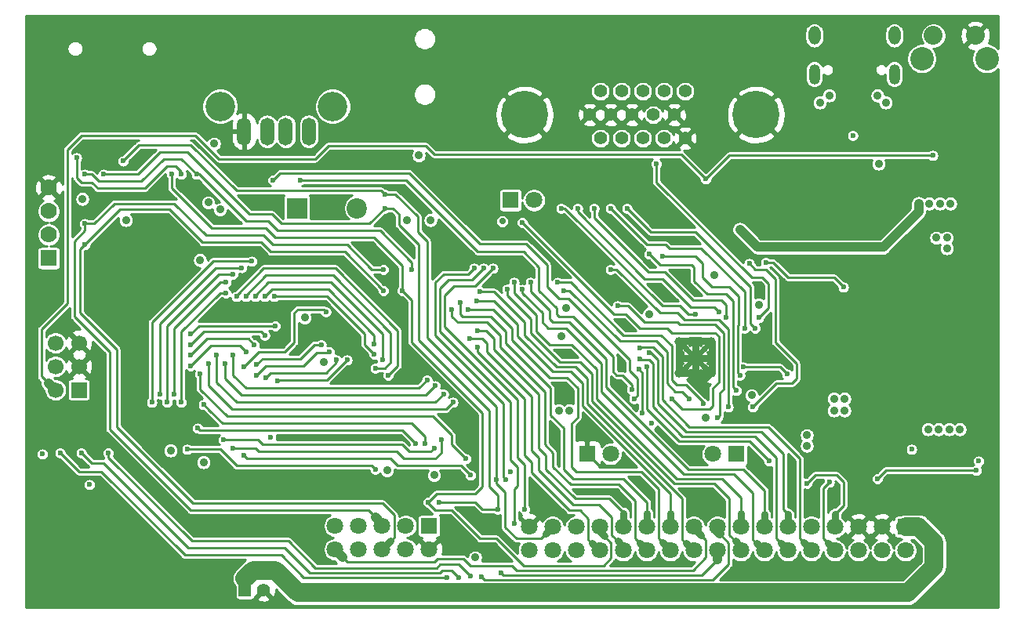
<source format=gbr>
G04 #@! TF.GenerationSoftware,KiCad,Pcbnew,5.1.0-rc2-unknown-036be7d~80~ubuntu16.04.1*
G04 #@! TF.CreationDate,2022-12-16T15:04:29+02:00*
G04 #@! TF.ProjectId,AgonLight2_Rev_B,41676f6e-4c69-4676-9874-325f5265765f,rev?*
G04 #@! TF.SameCoordinates,Original*
G04 #@! TF.FileFunction,Copper,L4,Bot*
G04 #@! TF.FilePolarity,Positive*
%FSLAX46Y46*%
G04 Gerber Fmt 4.6, Leading zero omitted, Abs format (unit mm)*
G04 Created by KiCad (PCBNEW 5.1.0-rc2-unknown-036be7d~80~ubuntu16.04.1) date 2022-12-16 15:04:29*
%MOMM*%
%LPD*%
G04 APERTURE LIST*
%ADD10C,1.800000*%
%ADD11R,1.750000X1.750000*%
%ADD12C,1.700000*%
%ADD13R,1.700000X1.700000*%
%ADD14R,1.800000X1.800000*%
%ADD15R,2.200000X2.200000*%
%ADD16C,2.200000*%
%ADD17C,2.032000*%
%ADD18C,2.540000*%
%ADD19C,5.100000*%
%ADD20C,1.400000*%
%ADD21R,1.778000X1.778000*%
%ADD22C,1.778000*%
%ADD23C,1.000000*%
%ADD24C,1.600000*%
%ADD25O,1.200000X2.200000*%
%ADD26O,1.300000X2.000000*%
%ADD27C,3.200000*%
%ADD28O,1.500000X3.000000*%
%ADD29R,1.400000X1.400000*%
%ADD30C,5.500000*%
%ADD31C,4.000000*%
%ADD32C,0.900000*%
%ADD33C,0.600000*%
%ADD34C,0.700000*%
%ADD35C,0.508000*%
%ADD36C,0.254000*%
%ADD37C,0.762000*%
%ADD38C,1.016000*%
%ADD39C,1.270000*%
%ADD40C,2.032000*%
G04 APERTURE END LIST*
D10*
X83920000Y-143270000D03*
X83920000Y-140730000D03*
X86460000Y-143270000D03*
X86460000Y-140730000D03*
X89000000Y-143270000D03*
X89000000Y-140730000D03*
X91540000Y-143270000D03*
X91540000Y-140730000D03*
X94080000Y-143270000D03*
D11*
X94080000Y-140730000D03*
D12*
X53730000Y-120960000D03*
X56270000Y-120960000D03*
X53730000Y-123500000D03*
X56270000Y-123500000D03*
X53730000Y-126040000D03*
D13*
X56270000Y-126040000D03*
D10*
X105410000Y-105537000D03*
D14*
X102870000Y-105537000D03*
D15*
X79808000Y-106400000D03*
D16*
X86308000Y-106400000D03*
D17*
X153060600Y-87755400D03*
X148539400Y-87755400D03*
D18*
X154305200Y-90244600D03*
X147294800Y-90244600D03*
D19*
X104403000Y-96310000D03*
X129397000Y-96310000D03*
D20*
X121715000Y-93770000D03*
X119429000Y-93770000D03*
X117143000Y-93770000D03*
X114857000Y-93770000D03*
X112571000Y-93770000D03*
X120572000Y-96310000D03*
X118286000Y-96310000D03*
X116000000Y-96310000D03*
X113714000Y-96310000D03*
X111428000Y-96310000D03*
X121715000Y-98850000D03*
X119429000Y-98850000D03*
X117143000Y-98850000D03*
X114857000Y-98850000D03*
X112571000Y-98850000D03*
D21*
X53000000Y-111810000D03*
D22*
X53000000Y-109270000D03*
X53000000Y-106730000D03*
X53000000Y-104190000D03*
D14*
X111125000Y-132969000D03*
D10*
X113665000Y-132969000D03*
X124714000Y-132969000D03*
D14*
X127254000Y-132969000D03*
D23*
X121109000Y-124255000D03*
X121109000Y-120855000D03*
X124509000Y-120855000D03*
X124509000Y-124255000D03*
D24*
X122809000Y-122555000D03*
D25*
X144320000Y-91930000D03*
D26*
X144320000Y-87750000D03*
X135680000Y-87750000D03*
D25*
X135680000Y-91930000D03*
D27*
X83670000Y-95400000D03*
X71530000Y-95400000D03*
D28*
X81100000Y-98110000D03*
X78600000Y-98110000D03*
X76600000Y-98110000D03*
X74100000Y-98110000D03*
D20*
X76203300Y-147645320D03*
D29*
X74191620Y-147647860D03*
D30*
X53300000Y-138800000D03*
X152800000Y-101300000D03*
X64500000Y-110000000D03*
X152800000Y-138800000D03*
D10*
X120120000Y-140830000D03*
X117580000Y-140830000D03*
X117580000Y-143370000D03*
X120120000Y-143370000D03*
X112500000Y-140830000D03*
X109960000Y-143370000D03*
X112500000Y-143370000D03*
X109960000Y-140830000D03*
X104880000Y-140830000D03*
X107420000Y-143370000D03*
X107420000Y-140830000D03*
X104880000Y-143370000D03*
X115040000Y-140830000D03*
X115040000Y-143370000D03*
X122660000Y-140830000D03*
X122660000Y-143370000D03*
X125200000Y-140830000D03*
X125200000Y-143370000D03*
X127740000Y-140830000D03*
X127740000Y-143370000D03*
X130280000Y-140830000D03*
X130280000Y-143370000D03*
X132820000Y-140830000D03*
X132820000Y-143370000D03*
X135360000Y-143370000D03*
X135360000Y-140830000D03*
X137900000Y-143370000D03*
X137900000Y-140830000D03*
X140440000Y-143370000D03*
X140440000Y-140830000D03*
X142980000Y-143370000D03*
X142980000Y-140830000D03*
X145520000Y-143370000D03*
D11*
X145520000Y-140830000D03*
D31*
X53008000Y-145003000D03*
X153105000Y-144944000D03*
X59024000Y-112431000D03*
X151057000Y-96047000D03*
D32*
X84836000Y-124587000D03*
X93345000Y-135255000D03*
X97409000Y-135636000D03*
X71501000Y-133858000D03*
X67818000Y-113284000D03*
X89916000Y-107696000D03*
X96012000Y-109855000D03*
D33*
X95250000Y-112268000D03*
X102743000Y-111887000D03*
X96139000Y-105156000D03*
X91567000Y-100711000D03*
X100457000Y-111887000D03*
D32*
X83820000Y-106426000D03*
D33*
X76073000Y-106045000D03*
X54356000Y-108077000D03*
D32*
X96774000Y-101727000D03*
X80645000Y-119761000D03*
X66675000Y-97663000D03*
X62230000Y-101346000D03*
X52070000Y-97663000D03*
X52578000Y-89535000D03*
X66675000Y-87630000D03*
X99060000Y-96774000D03*
D33*
X58166000Y-132842000D03*
X55372000Y-132842000D03*
D32*
X91948000Y-123825000D03*
X97663000Y-112649000D03*
D33*
X90297000Y-116332000D03*
D32*
X108331000Y-122047000D03*
D33*
X101092000Y-109474000D03*
X100965000Y-105537000D03*
X108204000Y-102362000D03*
X111760000Y-102362000D03*
X115316000Y-102362000D03*
D32*
X108458000Y-125603000D03*
X108458000Y-126746000D03*
D34*
X114681000Y-123444000D03*
X114427000Y-125349000D03*
D32*
X114808000Y-118745000D03*
X118999000Y-115062000D03*
X121539000Y-113919000D03*
X129794000Y-114935000D03*
X131953000Y-126619000D03*
X136779000Y-121031000D03*
D33*
X139827000Y-94996000D03*
D32*
X139065000Y-107061000D03*
X143637000Y-103759000D03*
X141986000Y-108966000D03*
D33*
X118618000Y-104775000D03*
D32*
X130429000Y-119761000D03*
X125857000Y-108712000D03*
X142113000Y-98806000D03*
X137541000Y-98806000D03*
X114173000Y-115443000D03*
X122555000Y-132461000D03*
X107696000Y-131191000D03*
X147447000Y-97028000D03*
X144653000Y-94234000D03*
X135636000Y-93853000D03*
D33*
X139954000Y-114173000D03*
X135509000Y-112649000D03*
X136144000Y-115062000D03*
X139192000Y-112268000D03*
D32*
X151638000Y-119888000D03*
X150495000Y-119888000D03*
X154432000Y-116586000D03*
X154432000Y-115443000D03*
X151638000Y-122555000D03*
D33*
X77216000Y-100330000D03*
D32*
X83566000Y-101219000D03*
X54102000Y-113665000D03*
D33*
X70358000Y-107061000D03*
X146177000Y-136271000D03*
D32*
X142621000Y-121539000D03*
X141097000Y-124079000D03*
X141478000Y-121539000D03*
X140843000Y-117602000D03*
X140843000Y-118745000D03*
X139573000Y-130429000D03*
X139573000Y-131699000D03*
X140462000Y-129286000D03*
X138430000Y-89916000D03*
X141097000Y-89916000D03*
D33*
X141224000Y-136271000D03*
X138049000Y-137033000D03*
X135509000Y-137033000D03*
X132969000Y-137033000D03*
X124079000Y-137033000D03*
X122809000Y-137033000D03*
X117729000Y-137033000D03*
X113919000Y-137033000D03*
X110109000Y-137033000D03*
X106172000Y-137033000D03*
X111379000Y-137033000D03*
D32*
X100838000Y-140970000D03*
D33*
X100584000Y-144145000D03*
X108712000Y-144399000D03*
X118872000Y-144653000D03*
X128397000Y-145796000D03*
X134239000Y-145669000D03*
X139954000Y-145669000D03*
X149098000Y-148082000D03*
X81534000Y-140970000D03*
X76962000Y-140970000D03*
X79375000Y-137160000D03*
X72009000Y-145161000D03*
X66802000Y-148590000D03*
X61595000Y-148590000D03*
X56007000Y-148717000D03*
X55880000Y-144018000D03*
X65151000Y-143891000D03*
X61468000Y-140970000D03*
X59690000Y-138049000D03*
X70612000Y-140970000D03*
X71755000Y-136525000D03*
D32*
X63881000Y-130937000D03*
D33*
X67056000Y-134112000D03*
X51308000Y-131826000D03*
X62738000Y-120269000D03*
X62865000Y-125857000D03*
X60960000Y-116078000D03*
X63500000Y-114427000D03*
X57658000Y-117983000D03*
X51562000Y-114046000D03*
X87503000Y-135636000D03*
X86868000Y-131191000D03*
X79375000Y-131191000D03*
X83693000Y-131191000D03*
X53467000Y-101346000D03*
X55753000Y-96520000D03*
X63754000Y-96647000D03*
X59436000Y-91948000D03*
X59309000Y-86487000D03*
X54102000Y-86614000D03*
X69850000Y-92964000D03*
X75184000Y-87630000D03*
X75184000Y-92075000D03*
X82550000Y-87630000D03*
X90043000Y-87630000D03*
D32*
X96647000Y-87884000D03*
D33*
X96647000Y-93726000D03*
X92329000Y-96012000D03*
X104648000Y-87884000D03*
X112903000Y-88011000D03*
X120015000Y-88011000D03*
X126492000Y-88011000D03*
X132715000Y-88011000D03*
X129921000Y-91313000D03*
X109347000Y-99314000D03*
X106045000Y-101727000D03*
X102870000Y-103505000D03*
X107442000Y-108458000D03*
X109093000Y-110236000D03*
X115697000Y-109728000D03*
X118872000Y-107950000D03*
X124460000Y-101219000D03*
X127127000Y-103378000D03*
X134874000Y-98171000D03*
X132842000Y-104013000D03*
X132842000Y-107188000D03*
X132842000Y-109347000D03*
X135382000Y-108204000D03*
X128143000Y-111379000D03*
X136398000Y-103632000D03*
X137668000Y-86106000D03*
X142875000Y-86106000D03*
X150114000Y-86106000D03*
X151511000Y-91440000D03*
X147320000Y-92710000D03*
X148590000Y-103759000D03*
X154813000Y-105410000D03*
X144653000Y-112141000D03*
X143256000Y-114046000D03*
X136779000Y-117602000D03*
X135001000Y-118872000D03*
X132588000Y-117475000D03*
X133096000Y-121158000D03*
X131318000Y-128778000D03*
X133096000Y-130429000D03*
X129286000Y-133858000D03*
X57404000Y-104394000D03*
X53213000Y-131318000D03*
X51308000Y-117856000D03*
X61087000Y-132842000D03*
D32*
X86995000Y-100711000D03*
D33*
X89154000Y-115316000D03*
X56896000Y-110363000D03*
X89154000Y-113030000D03*
X56896000Y-108077000D03*
D32*
X56642000Y-105410000D03*
X70231000Y-105791000D03*
X151384000Y-130302000D03*
X147955000Y-130302000D03*
X149098000Y-130302000D03*
X150241000Y-130302000D03*
X149987000Y-110744000D03*
X149987000Y-109601000D03*
X148844000Y-109601000D03*
D33*
X114427000Y-116967000D03*
X125222000Y-129032000D03*
D32*
X80645000Y-118237000D03*
X82677000Y-123063000D03*
X94615000Y-135255000D03*
X69723000Y-133858000D03*
D33*
X76962000Y-131191000D03*
D32*
X61341000Y-107696000D03*
X91694000Y-107696000D03*
X94234000Y-107696000D03*
X92964000Y-100711000D03*
D34*
X101981000Y-107823000D03*
D32*
X69342000Y-112014000D03*
X71501000Y-106553000D03*
X70866000Y-99441000D03*
X66167000Y-132588000D03*
X89535000Y-134747000D03*
X108331000Y-120269000D03*
X108839000Y-117221000D03*
X108077000Y-128270000D03*
X109220000Y-128270000D03*
X124841000Y-113665000D03*
X129667000Y-116840000D03*
X117856000Y-117856000D03*
X128905000Y-126619000D03*
X123952000Y-129032000D03*
X142621000Y-101600000D03*
D33*
X118110000Y-129667000D03*
D32*
X138938000Y-127000000D03*
X138938000Y-128270000D03*
X137795000Y-127000000D03*
X137795000Y-128270000D03*
D33*
X102870000Y-134874000D03*
D32*
X99060000Y-144145000D03*
D33*
X52324000Y-132969000D03*
X57404000Y-136271000D03*
X128651000Y-112395000D03*
X129032000Y-127889000D03*
X59436000Y-132842000D03*
X116713000Y-123825000D03*
X123952000Y-103251000D03*
X117094000Y-128524000D03*
X148463000Y-100711000D03*
X98552000Y-146177000D03*
X139827000Y-98552000D03*
D32*
X127635000Y-108712000D03*
X142494000Y-94234000D03*
X146939000Y-105918000D03*
X148082000Y-105918000D03*
X149225000Y-105918000D03*
X150368000Y-105918000D03*
X143383000Y-94996000D03*
X136271000Y-94996000D03*
X137287000Y-94234000D03*
D33*
X153416000Y-133731000D03*
X146177000Y-132461000D03*
D32*
X134874000Y-130937000D03*
X134874000Y-132080000D03*
D33*
X130429000Y-112268000D03*
X138811000Y-114935000D03*
X80137000Y-103378000D03*
X115951000Y-125984000D03*
X77216000Y-103378000D03*
X116205000Y-127000000D03*
X89281000Y-104902000D03*
X61050000Y-101309000D03*
X101346000Y-135763000D03*
X91186000Y-115316000D03*
X66294000Y-102743000D03*
X93980000Y-138176000D03*
X99314000Y-119634000D03*
X97409000Y-116586000D03*
X99187000Y-116459000D03*
X98933000Y-112903000D03*
X102362000Y-135763000D03*
X100965000Y-112903000D03*
X104394000Y-138938000D03*
X99758500Y-146240500D03*
X103251000Y-114427000D03*
X105029000Y-114427000D03*
X117856000Y-122047000D03*
X134874000Y-136144000D03*
X117602000Y-123571000D03*
X130810000Y-133731000D03*
X137287000Y-136017000D03*
X116840000Y-121539000D03*
X116840000Y-122682000D03*
X104140000Y-115189000D03*
X102489000Y-115189000D03*
X99949000Y-112903000D03*
X101854000Y-145796000D03*
X103251000Y-140462000D03*
X99568000Y-115443000D03*
X98298000Y-117348000D03*
X96520000Y-117348000D03*
X98425000Y-120523000D03*
X99314000Y-121412000D03*
X89281000Y-106426000D03*
X58928000Y-102743000D03*
X95123000Y-138176000D03*
X101473000Y-138938000D03*
X92202000Y-113030000D03*
X68961000Y-102743000D03*
X56896000Y-102743000D03*
X67310000Y-102743000D03*
X56007000Y-100965000D03*
X67945000Y-132461000D03*
X88265000Y-134620000D03*
X69342000Y-124333000D03*
X98044000Y-133477000D03*
X74041000Y-133096000D03*
X98552000Y-135255000D03*
X104140000Y-107950000D03*
X120269000Y-127000000D03*
X125349000Y-117602000D03*
X110109000Y-106426000D03*
X122809000Y-117856000D03*
X108331000Y-106426000D03*
X126111000Y-118237000D03*
X111887000Y-106426000D03*
X128143000Y-119380000D03*
X113665000Y-106426000D03*
X129286000Y-119380000D03*
X115443000Y-106426000D03*
X117856000Y-111379000D03*
X127254000Y-126111000D03*
X128016000Y-123571000D03*
X132715000Y-124333000D03*
X153162000Y-134747000D03*
X142494000Y-135636000D03*
X118618000Y-101600000D03*
X129667000Y-118237000D03*
X113665000Y-113030000D03*
X126365000Y-127889000D03*
X56515000Y-132842000D03*
X97282000Y-146304000D03*
X54229000Y-132842000D03*
X96012000Y-146304000D03*
X76327000Y-115951000D03*
X88138000Y-121114302D03*
X85217000Y-122809000D03*
X77724000Y-125095000D03*
X84074000Y-122809000D03*
X76454000Y-124714000D03*
X83312000Y-121920000D03*
X75438000Y-124460000D03*
X82423000Y-121158000D03*
X75438000Y-123317000D03*
X82931000Y-117602000D03*
X74041000Y-123571000D03*
X72136000Y-115570000D03*
X67310000Y-127381000D03*
X72136000Y-114427000D03*
X66548000Y-126492000D03*
X72898000Y-113538000D03*
X65786000Y-127381000D03*
X73850500Y-112839500D03*
X65024000Y-126492000D03*
X74930000Y-112141000D03*
X64135000Y-127381000D03*
X77343000Y-115951000D03*
X88138000Y-122174000D03*
X75311000Y-115951000D03*
X89027000Y-122809000D03*
X74295000Y-115951000D03*
X88265000Y-123698000D03*
X73279000Y-115951000D03*
X89662000Y-124460000D03*
X68326000Y-120015000D03*
X77470000Y-119126000D03*
X68326000Y-121158000D03*
X76327000Y-120142000D03*
X68326000Y-122301000D03*
X75184000Y-121158000D03*
X68326000Y-123444000D03*
X74295000Y-121920000D03*
X95377000Y-131445000D03*
X72898000Y-132334000D03*
X127635000Y-124460000D03*
X119253000Y-111633000D03*
X94615000Y-132334000D03*
X71882000Y-131445000D03*
X93599000Y-131826000D03*
X69723000Y-127635000D03*
X92583000Y-131826000D03*
X69088000Y-130175000D03*
X93853000Y-124968000D03*
X72898000Y-122301000D03*
X94742000Y-125603000D03*
X72009000Y-123190000D03*
X95631000Y-126492000D03*
X71120000Y-122301000D03*
X96647000Y-127381000D03*
X70231000Y-123190000D03*
X108585000Y-115316000D03*
X122199400Y-127000000D03*
X107950000Y-114427000D03*
X123698000Y-127508000D03*
D35*
X66802000Y-135001000D02*
X74676000Y-135001000D01*
X61341000Y-129540000D02*
X66802000Y-135001000D01*
X61341000Y-119761000D02*
X61341000Y-129540000D01*
X67818000Y-113284000D02*
X61341000Y-119761000D01*
X91440000Y-119253000D02*
X91440000Y-121285000D01*
X84201000Y-112014000D02*
X91440000Y-119253000D01*
X76327000Y-112014000D02*
X84201000Y-112014000D01*
X67818000Y-113284000D02*
X67818000Y-112014000D01*
X68834000Y-110998000D02*
X75311000Y-110998000D01*
X67818000Y-112014000D02*
X68834000Y-110998000D01*
X75311000Y-110998000D02*
X76327000Y-112014000D01*
X91948000Y-121793000D02*
X91948000Y-123825000D01*
X91440000Y-121285000D02*
X91948000Y-121793000D01*
D36*
X99314000Y-135509000D02*
X98806000Y-136017000D01*
X99314000Y-128905000D02*
X99314000Y-135509000D01*
X94234000Y-123825000D02*
X99314000Y-128905000D01*
X91948000Y-123825000D02*
X94234000Y-123825000D01*
X111125000Y-132969000D02*
X112395000Y-134239000D01*
X112395000Y-134239000D02*
X115189000Y-134239000D01*
D37*
X121285000Y-120777000D02*
X121109000Y-120953000D01*
X124509000Y-124255000D02*
X124587000Y-124177000D01*
X124587000Y-124177000D02*
X124587000Y-121031000D01*
X124587000Y-121031000D02*
X124333000Y-120777000D01*
X124509000Y-124255000D02*
X121236000Y-124255000D01*
X121109000Y-120953000D02*
X121109000Y-122604000D01*
X121109000Y-122604000D02*
X121109000Y-124255000D01*
X124509000Y-122604000D02*
X124587000Y-122682000D01*
X121109000Y-122604000D02*
X124509000Y-122604000D01*
X124333000Y-120777000D02*
X122936000Y-120777000D01*
X122936000Y-120777000D02*
X121285000Y-120777000D01*
X122809000Y-124206000D02*
X123571000Y-124968000D01*
X122809000Y-120904000D02*
X122809000Y-124206000D01*
X122936000Y-120777000D02*
X122809000Y-120904000D01*
D36*
X76962000Y-111125000D02*
X84963000Y-111125000D01*
X75946000Y-110109000D02*
X76962000Y-111125000D01*
X56896000Y-110363000D02*
X60706000Y-106553000D01*
X60706000Y-106553000D02*
X66040000Y-106553000D01*
X69596000Y-110109000D02*
X75946000Y-110109000D01*
X84963000Y-111125000D02*
X89154000Y-115316000D01*
X66040000Y-106553000D02*
X69596000Y-110109000D01*
D37*
X89000000Y-143270000D02*
X89013000Y-143270000D01*
X89013000Y-143270000D02*
X89916000Y-142367000D01*
D36*
X60325000Y-121666000D02*
X56388000Y-117729000D01*
X68580000Y-138303000D02*
X60325000Y-130048000D01*
X56388000Y-117729000D02*
X56388000Y-110871000D01*
X89916000Y-142367000D02*
X90297000Y-141986000D01*
X60325000Y-130048000D02*
X60325000Y-121666000D01*
X90297000Y-141986000D02*
X90297000Y-139573000D01*
X90297000Y-139573000D02*
X89027000Y-138303000D01*
X56388000Y-110871000D02*
X56896000Y-110363000D01*
X89027000Y-138303000D02*
X68580000Y-138303000D01*
D38*
X89000000Y-140730000D02*
X89000000Y-140562000D01*
X89000000Y-140562000D02*
X88265000Y-139827000D01*
D36*
X60071000Y-105918000D02*
X57912000Y-108077000D01*
X66548000Y-105918000D02*
X60071000Y-105918000D01*
X57912000Y-108077000D02*
X56896000Y-108077000D01*
X69977000Y-109347000D02*
X66548000Y-105918000D01*
X89154000Y-113030000D02*
X87884000Y-113030000D01*
X87884000Y-113030000D02*
X85217000Y-110363000D01*
X85217000Y-110363000D02*
X77216000Y-110363000D01*
X76200000Y-109347000D02*
X69977000Y-109347000D01*
X77216000Y-110363000D02*
X76200000Y-109347000D01*
X55753000Y-109982000D02*
X56896000Y-108839000D01*
X55753000Y-118110000D02*
X55753000Y-109982000D01*
X59563000Y-121920000D02*
X55753000Y-118110000D01*
X88265000Y-139827000D02*
X87503000Y-139065000D01*
X87503000Y-139065000D02*
X68326000Y-139065000D01*
X68326000Y-139065000D02*
X59563000Y-130302000D01*
X56896000Y-108839000D02*
X56896000Y-108077000D01*
X59563000Y-130302000D02*
X59563000Y-121920000D01*
D39*
X74191620Y-147647860D02*
X74191620Y-146407380D01*
D40*
X146926000Y-140830000D02*
X145520000Y-140830000D01*
X148590000Y-142494000D02*
X146926000Y-140830000D01*
X148590000Y-145161000D02*
X148590000Y-142494000D01*
X145796000Y-147955000D02*
X148590000Y-145161000D01*
X74191620Y-146407380D02*
X75057000Y-145542000D01*
X75057000Y-145542000D02*
X77470000Y-145542000D01*
X77470000Y-145542000D02*
X79883000Y-147955000D01*
X79883000Y-147955000D02*
X145796000Y-147955000D01*
D36*
X125857000Y-125984000D02*
X125476000Y-126365000D01*
X125476000Y-128778000D02*
X125222000Y-129032000D01*
X125476000Y-126365000D02*
X125476000Y-128778000D01*
X125857000Y-119888000D02*
X125857000Y-125984000D01*
X124968000Y-118999000D02*
X125857000Y-119888000D01*
X114427000Y-116967000D02*
X115570000Y-116967000D01*
X115570000Y-116967000D02*
X117348000Y-118745000D01*
X117348000Y-118745000D02*
X120904000Y-118745000D01*
X121158000Y-118999000D02*
X124968000Y-118999000D01*
X120904000Y-118745000D02*
X121158000Y-118999000D01*
X131572000Y-125349000D02*
X129032000Y-127889000D01*
X133731000Y-124841000D02*
X133223000Y-125349000D01*
X133731000Y-123190000D02*
X133731000Y-124841000D01*
X131445000Y-120904000D02*
X133731000Y-123190000D01*
X128651000Y-112395000D02*
X129286000Y-113030000D01*
X133223000Y-125349000D02*
X131572000Y-125349000D01*
X129286000Y-113030000D02*
X130429000Y-113030000D01*
X131445000Y-114046000D02*
X131445000Y-120904000D01*
X130429000Y-113030000D02*
X131445000Y-114046000D01*
X117094000Y-124206000D02*
X117094000Y-128524000D01*
X116713000Y-123825000D02*
X117094000Y-124206000D01*
X148463000Y-100711000D02*
X126492000Y-100711000D01*
X126492000Y-100711000D02*
X123952000Y-103251000D01*
X97282000Y-144907000D02*
X95250000Y-144907000D01*
X95250000Y-144907000D02*
X94869000Y-145288000D01*
X98552000Y-146177000D02*
X97282000Y-144907000D01*
X94869000Y-145288000D02*
X81788000Y-145288000D01*
X68453000Y-142367000D02*
X59436000Y-133350000D01*
X81788000Y-145288000D02*
X78867000Y-142367000D01*
X78867000Y-142367000D02*
X68453000Y-142367000D01*
X59436000Y-133350000D02*
X59436000Y-132842000D01*
D38*
X53730000Y-126040000D02*
X53650000Y-126040000D01*
X53650000Y-126040000D02*
X52959000Y-125349000D01*
D36*
X93726000Y-99695000D02*
X94615000Y-100584000D01*
X52197000Y-119507000D02*
X54991000Y-116713000D01*
X71374000Y-101092000D02*
X81788000Y-101092000D01*
X54991000Y-116713000D02*
X54991000Y-100076000D01*
X81788000Y-101092000D02*
X83185000Y-99695000D01*
X121285000Y-100584000D02*
X123952000Y-103251000D01*
X52197000Y-124587000D02*
X52197000Y-119507000D01*
X94615000Y-100584000D02*
X121285000Y-100584000D01*
X52959000Y-125349000D02*
X52197000Y-124587000D01*
X83185000Y-99695000D02*
X93726000Y-99695000D01*
X54991000Y-100076000D02*
X56515000Y-98552000D01*
X68834000Y-98552000D02*
X71374000Y-101092000D01*
X56515000Y-98552000D02*
X68834000Y-98552000D01*
D38*
X146939000Y-106807000D02*
X146939000Y-105918000D01*
X143129000Y-110617000D02*
X146939000Y-106807000D01*
X129540000Y-110617000D02*
X143129000Y-110617000D01*
X127635000Y-108712000D02*
X129540000Y-110617000D01*
D36*
X131191000Y-112268000D02*
X130429000Y-112268000D01*
X132842000Y-113919000D02*
X131191000Y-112268000D01*
X137795000Y-113919000D02*
X132842000Y-113919000D01*
X138811000Y-114935000D02*
X137795000Y-113919000D01*
X91567000Y-103378000D02*
X80137000Y-103378000D01*
X99314000Y-111125000D02*
X91567000Y-103378000D01*
X105918000Y-112776000D02*
X104267000Y-111125000D01*
X105918000Y-115316000D02*
X105918000Y-112776000D01*
X114300000Y-124460000D02*
X113919000Y-124079000D01*
X114935000Y-124460000D02*
X114300000Y-124460000D01*
X115951000Y-125476000D02*
X114935000Y-124460000D01*
X115951000Y-125984000D02*
X115951000Y-125476000D01*
X113919000Y-124079000D02*
X113919000Y-122428000D01*
X113919000Y-122428000D02*
X109601000Y-118110000D01*
X109601000Y-118110000D02*
X108077000Y-118110000D01*
X108077000Y-118110000D02*
X107823000Y-117856000D01*
X104267000Y-111125000D02*
X99314000Y-111125000D01*
X107823000Y-117856000D02*
X107823000Y-117221000D01*
X107823000Y-117221000D02*
X105918000Y-115316000D01*
X91948000Y-102616000D02*
X77978000Y-102616000D01*
X99568000Y-110236000D02*
X91948000Y-102616000D01*
X109093000Y-116205000D02*
X108077000Y-116205000D01*
X115697000Y-123952000D02*
X115697000Y-122809000D01*
X106807000Y-114935000D02*
X106807000Y-112522000D01*
X116586000Y-124841000D02*
X115697000Y-123952000D01*
X116586000Y-126619000D02*
X116586000Y-124841000D01*
X104521000Y-110236000D02*
X99568000Y-110236000D01*
X116205000Y-127000000D02*
X116586000Y-126619000D01*
X106807000Y-112522000D02*
X104521000Y-110236000D01*
X77978000Y-102616000D02*
X77216000Y-103378000D01*
X115697000Y-122809000D02*
X109093000Y-116205000D01*
X108077000Y-116205000D02*
X106807000Y-114935000D01*
X61050000Y-101256000D02*
X61050000Y-101309000D01*
X89281000Y-104902000D02*
X88900000Y-104521000D01*
X68326000Y-99568000D02*
X62738000Y-99568000D01*
X62738000Y-99568000D02*
X61050000Y-101256000D01*
X88900000Y-104521000D02*
X73279000Y-104521000D01*
X73279000Y-104521000D02*
X68326000Y-99568000D01*
D37*
X107420000Y-140830000D02*
X107420000Y-140865000D01*
X107420000Y-140865000D02*
X106680000Y-141605000D01*
D36*
X106172000Y-142113000D02*
X106680000Y-141605000D01*
X103505000Y-142113000D02*
X106172000Y-142113000D01*
X101346000Y-135763000D02*
X101346000Y-136144000D01*
X101346000Y-136144000D02*
X102298500Y-137096500D01*
X102298500Y-137096500D02*
X102298500Y-140906500D01*
X102298500Y-140906500D02*
X103505000Y-142113000D01*
X90424000Y-104902000D02*
X89281000Y-104902000D01*
X92837000Y-107315000D02*
X90424000Y-104902000D01*
X101346000Y-135763000D02*
X101346000Y-127889000D01*
X101346000Y-127889000D02*
X93853000Y-120396000D01*
X92837000Y-108966000D02*
X92837000Y-107315000D01*
X93853000Y-120396000D02*
X93853000Y-109982000D01*
X93853000Y-109982000D02*
X92837000Y-108966000D01*
D37*
X112500000Y-141329000D02*
X113030000Y-141859000D01*
X112500000Y-140830000D02*
X112500000Y-141329000D01*
D36*
X92202000Y-116332000D02*
X91186000Y-115316000D01*
X92202000Y-120904000D02*
X92202000Y-116332000D01*
X93980000Y-138176000D02*
X94869000Y-137287000D01*
X99822000Y-136525000D02*
X99822000Y-128524000D01*
X99822000Y-128524000D02*
X92202000Y-120904000D01*
X94869000Y-137287000D02*
X99060000Y-137287000D01*
X99060000Y-137287000D02*
X99822000Y-136525000D01*
X91186000Y-112649000D02*
X91186000Y-115316000D01*
X88138000Y-109601000D02*
X91186000Y-112649000D01*
X77470000Y-109601000D02*
X88138000Y-109601000D01*
X66294000Y-102743000D02*
X66294000Y-104267000D01*
X76454000Y-108585000D02*
X77470000Y-109601000D01*
X66294000Y-104267000D02*
X70612000Y-108585000D01*
X70612000Y-108585000D02*
X76454000Y-108585000D01*
X113741200Y-142570200D02*
X113030000Y-141859000D01*
X113741200Y-144195800D02*
X113741200Y-142570200D01*
X104267000Y-145034000D02*
X112903000Y-145034000D01*
X101346000Y-142113000D02*
X104267000Y-145034000D01*
X99568000Y-142113000D02*
X101346000Y-142113000D01*
X112903000Y-145034000D02*
X113741200Y-144195800D01*
X93980000Y-138303000D02*
X94742000Y-139065000D01*
X93980000Y-138176000D02*
X93980000Y-138303000D01*
X96520000Y-139065000D02*
X99568000Y-142113000D01*
X94742000Y-139065000D02*
X96520000Y-139065000D01*
D37*
X115040000Y-140830000D02*
X115040000Y-139341000D01*
D36*
X100203000Y-119634000D02*
X99314000Y-119634000D01*
X109855000Y-137795000D02*
X106680000Y-134620000D01*
X113538000Y-137795000D02*
X109855000Y-137795000D01*
X115040000Y-139297000D02*
X113538000Y-137795000D01*
X115040000Y-139341000D02*
X115040000Y-139297000D01*
X106680000Y-133096000D02*
X105918000Y-132334000D01*
X106680000Y-134620000D02*
X106680000Y-133096000D01*
X101092000Y-120523000D02*
X100203000Y-119634000D01*
X105918000Y-132334000D02*
X105918000Y-126492000D01*
X105918000Y-126492000D02*
X101092000Y-121666000D01*
X101092000Y-121666000D02*
X101092000Y-120523000D01*
D37*
X117580000Y-140830000D02*
X117580000Y-139341000D01*
D36*
X97409000Y-117856000D02*
X97409000Y-116586000D01*
X97663000Y-118110000D02*
X97409000Y-117856000D01*
X115062000Y-135636000D02*
X109601000Y-135636000D01*
X117580000Y-138154000D02*
X115062000Y-135636000D01*
X100711000Y-118110000D02*
X97663000Y-118110000D01*
X117580000Y-139341000D02*
X117580000Y-138154000D01*
X102362000Y-119761000D02*
X100711000Y-118110000D01*
X108585000Y-134620000D02*
X108585000Y-130175000D01*
X109601000Y-135636000D02*
X108585000Y-134620000D01*
X108585000Y-130175000D02*
X107188000Y-128778000D01*
X107188000Y-128778000D02*
X107188000Y-125857000D01*
X107188000Y-125857000D02*
X102362000Y-121031000D01*
X102362000Y-121031000D02*
X102362000Y-119761000D01*
D37*
X120120000Y-140830000D02*
X120120000Y-139341000D01*
D36*
X101092000Y-116459000D02*
X99187000Y-116459000D01*
X103632000Y-118999000D02*
X101092000Y-116459000D01*
X103632000Y-120269000D02*
X103632000Y-118999000D01*
X109347000Y-124079000D02*
X107442000Y-124079000D01*
X120120000Y-139341000D02*
X120120000Y-137265000D01*
X120120000Y-137265000D02*
X110617000Y-127762000D01*
X107442000Y-124079000D02*
X103632000Y-120269000D01*
X110617000Y-127762000D02*
X110617000Y-125349000D01*
X110617000Y-125349000D02*
X109347000Y-124079000D01*
D37*
X122660000Y-140830000D02*
X122660000Y-140948000D01*
X122660000Y-140948000D02*
X123444000Y-141732000D01*
D36*
X122555000Y-145542000D02*
X123952000Y-144145000D01*
X103505000Y-145542000D02*
X122555000Y-145542000D01*
X123952000Y-144145000D02*
X123952000Y-142240000D01*
X102997000Y-145034000D02*
X103505000Y-145542000D01*
X123952000Y-142240000D02*
X123444000Y-141732000D01*
D38*
X83920000Y-143270000D02*
X83920000Y-143356000D01*
X83920000Y-143356000D02*
X84709000Y-144145000D01*
D36*
X98298000Y-113538000D02*
X98933000Y-112903000D01*
X95631000Y-113538000D02*
X98298000Y-113538000D01*
X94742000Y-114427000D02*
X95631000Y-113538000D01*
X94742000Y-120142000D02*
X94742000Y-114427000D01*
X102362000Y-135763000D02*
X102108000Y-135509000D01*
X102108000Y-135509000D02*
X102108000Y-127508000D01*
X102108000Y-127508000D02*
X94742000Y-120142000D01*
X97790000Y-144272000D02*
X98552000Y-145034000D01*
X98552000Y-145034000D02*
X102997000Y-145034000D01*
X84709000Y-144145000D02*
X85217000Y-144653000D01*
X94996000Y-144272000D02*
X97790000Y-144272000D01*
X94615000Y-144653000D02*
X94996000Y-144272000D01*
X85217000Y-144653000D02*
X94615000Y-144653000D01*
D38*
X125200000Y-140830000D02*
X125200000Y-141329000D01*
X125200000Y-141329000D02*
X125476000Y-141605000D01*
D36*
X99060000Y-114808000D02*
X100965000Y-112903000D01*
X96774000Y-114808000D02*
X99060000Y-114808000D01*
X95758000Y-119253000D02*
X95758000Y-115824000D01*
X103632000Y-127127000D02*
X95758000Y-119253000D01*
X104394000Y-138938000D02*
X104394000Y-134112000D01*
X104394000Y-134112000D02*
X103632000Y-133350000D01*
X95758000Y-115824000D02*
X96774000Y-114808000D01*
X103632000Y-133350000D02*
X103632000Y-127127000D01*
X126441200Y-142570200D02*
X125476000Y-141605000D01*
X99758500Y-146240500D02*
X100076000Y-146558000D01*
X100076000Y-146558000D02*
X124714000Y-146558000D01*
X126441200Y-144830800D02*
X126441200Y-142570200D01*
X124714000Y-146558000D02*
X126441200Y-144830800D01*
D37*
X127740000Y-140830000D02*
X127740000Y-139341000D01*
D36*
X103251000Y-115570000D02*
X103251000Y-114427000D01*
X127740000Y-137646000D02*
X125730000Y-135636000D01*
X109474000Y-121158000D02*
X107061000Y-121158000D01*
X112141000Y-123825000D02*
X109474000Y-121158000D01*
X127740000Y-139341000D02*
X127740000Y-137646000D01*
X112141000Y-127000000D02*
X112141000Y-123825000D01*
X107061000Y-121158000D02*
X105664000Y-119761000D01*
X125730000Y-135636000D02*
X120777000Y-135636000D01*
X105664000Y-119761000D02*
X105664000Y-117983000D01*
X120777000Y-135636000D02*
X112141000Y-127000000D01*
X105664000Y-117983000D02*
X103251000Y-115570000D01*
D37*
X130280000Y-140830000D02*
X130280000Y-139468000D01*
D36*
X122047000Y-134620000D02*
X113157000Y-125730000D01*
X109220000Y-118745000D02*
X107442000Y-118745000D01*
X128016000Y-134620000D02*
X122047000Y-134620000D01*
X130280000Y-136884000D02*
X128016000Y-134620000D01*
X130280000Y-139468000D02*
X130280000Y-136884000D01*
X105029000Y-115443000D02*
X105029000Y-114427000D01*
X107061000Y-118364000D02*
X107061000Y-117475000D01*
X107442000Y-118745000D02*
X107061000Y-118364000D01*
X113157000Y-125730000D02*
X113157000Y-122682000D01*
X113157000Y-122682000D02*
X109220000Y-118745000D01*
X107061000Y-117475000D02*
X105029000Y-115443000D01*
D37*
X132820000Y-140830000D02*
X132820000Y-139468000D01*
D36*
X118745000Y-122809000D02*
X117983000Y-122047000D01*
X121793000Y-130556000D02*
X118745000Y-127508000D01*
X132820000Y-139468000D02*
X132334000Y-138982000D01*
X117983000Y-122047000D02*
X117856000Y-122047000D01*
X118745000Y-127508000D02*
X118745000Y-122809000D01*
X132334000Y-138982000D02*
X132334000Y-132969000D01*
X132334000Y-132969000D02*
X129921000Y-130556000D01*
X129921000Y-130556000D02*
X121793000Y-130556000D01*
D37*
X137900000Y-140830000D02*
X137900000Y-139468000D01*
D36*
X137900000Y-139468000D02*
X138811000Y-138557000D01*
X138811000Y-138557000D02*
X138811000Y-136017000D01*
X138811000Y-136017000D02*
X138049000Y-135255000D01*
X135763000Y-135255000D02*
X134874000Y-136144000D01*
X138049000Y-135255000D02*
X135763000Y-135255000D01*
X121031000Y-131572000D02*
X117602000Y-128143000D01*
X117602000Y-128143000D02*
X117602000Y-123571000D01*
X130810000Y-133731000D02*
X128651000Y-131572000D01*
X128651000Y-131572000D02*
X121031000Y-131572000D01*
D37*
X137900000Y-143370000D02*
X137900000Y-143361000D01*
X137900000Y-143361000D02*
X137160000Y-142621000D01*
D36*
X137160000Y-142621000D02*
X136652000Y-142113000D01*
X136652000Y-136652000D02*
X137287000Y-136017000D01*
X136652000Y-142113000D02*
X136652000Y-136652000D01*
D37*
X135360000Y-143370000D02*
X135360000Y-143361000D01*
X135360000Y-143361000D02*
X134493000Y-142494000D01*
D36*
X116967000Y-121412000D02*
X116840000Y-121539000D01*
X119253000Y-122428000D02*
X118237000Y-121412000D01*
X119253000Y-127127000D02*
X119253000Y-122428000D01*
X122174000Y-130048000D02*
X119253000Y-127127000D01*
X134493000Y-142494000D02*
X134112000Y-142113000D01*
X118237000Y-121412000D02*
X116967000Y-121412000D01*
X134112000Y-142113000D02*
X134112000Y-133477000D01*
X134112000Y-133477000D02*
X130683000Y-130048000D01*
X130683000Y-130048000D02*
X122174000Y-130048000D01*
D37*
X132820000Y-143370000D02*
X132820000Y-143361000D01*
X132820000Y-143361000D02*
X132080000Y-142621000D01*
D36*
X116967000Y-122809000D02*
X116840000Y-122682000D01*
X132080000Y-142621000D02*
X131572000Y-142113000D01*
X117856000Y-122809000D02*
X116967000Y-122809000D01*
X121412000Y-131064000D02*
X118237000Y-127889000D01*
X131572000Y-142113000D02*
X131572000Y-133350000D01*
X118237000Y-127889000D02*
X118237000Y-123190000D01*
X131572000Y-133350000D02*
X129286000Y-131064000D01*
X118237000Y-123190000D02*
X117856000Y-122809000D01*
X129286000Y-131064000D02*
X121412000Y-131064000D01*
D37*
X130280000Y-143370000D02*
X130162000Y-143370000D01*
X130162000Y-143370000D02*
X129413000Y-142621000D01*
D36*
X104140000Y-115570000D02*
X104140000Y-115189000D01*
X127000000Y-135128000D02*
X121539000Y-135128000D01*
X129032000Y-142240000D02*
X129032000Y-137160000D01*
X129413000Y-142621000D02*
X129032000Y-142240000D01*
X106299000Y-117729000D02*
X104140000Y-115570000D01*
X121539000Y-135128000D02*
X112649000Y-126238000D01*
X112649000Y-126238000D02*
X112649000Y-123190000D01*
X108839000Y-119380000D02*
X106934000Y-119380000D01*
X129032000Y-137160000D02*
X127000000Y-135128000D01*
X112649000Y-123190000D02*
X108839000Y-119380000D01*
X106934000Y-119380000D02*
X106299000Y-118745000D01*
X106299000Y-118745000D02*
X106299000Y-117729000D01*
D37*
X127762000Y-143002000D02*
X127127000Y-142367000D01*
X127762000Y-143348000D02*
X127762000Y-143002000D01*
X127740000Y-143370000D02*
X127762000Y-143348000D01*
D36*
X102489000Y-115824000D02*
X102489000Y-115189000D01*
X105029000Y-118364000D02*
X102489000Y-115824000D01*
X126492000Y-141732000D02*
X126492000Y-137795000D01*
X127127000Y-142367000D02*
X126492000Y-141732000D01*
X108204000Y-123063000D02*
X105029000Y-119888000D01*
X124841000Y-136144000D02*
X120523000Y-136144000D01*
X120523000Y-136144000D02*
X111633000Y-127254000D01*
X111633000Y-127254000D02*
X111633000Y-124333000D01*
X111633000Y-124333000D02*
X110363000Y-123063000D01*
X110363000Y-123063000D02*
X108204000Y-123063000D01*
X126492000Y-137795000D02*
X124841000Y-136144000D01*
X105029000Y-119888000D02*
X105029000Y-118364000D01*
D38*
X125200000Y-143370000D02*
X125200000Y-144377000D01*
D36*
X102108000Y-146050000D02*
X123527000Y-146050000D01*
X101854000Y-145796000D02*
X102108000Y-146050000D01*
X123527000Y-146050000D02*
X125200000Y-144377000D01*
X98679000Y-114173000D02*
X99949000Y-112903000D01*
X103251000Y-136779000D02*
X103632000Y-136398000D01*
X95250000Y-119761000D02*
X95250000Y-115062000D01*
X103632000Y-136398000D02*
X103632000Y-134366000D01*
X103251000Y-140462000D02*
X103251000Y-136779000D01*
X102870000Y-127381000D02*
X95250000Y-119761000D01*
X96139000Y-114173000D02*
X98679000Y-114173000D01*
X103632000Y-134366000D02*
X102870000Y-133604000D01*
X102870000Y-133604000D02*
X102870000Y-127381000D01*
X95250000Y-115062000D02*
X96139000Y-114173000D01*
D37*
X122660000Y-143370000D02*
X122542000Y-143370000D01*
X122542000Y-143370000D02*
X121793000Y-142621000D01*
D36*
X121412000Y-142240000D02*
X121793000Y-142621000D01*
X121412000Y-137795000D02*
X121412000Y-142240000D01*
X111125000Y-124841000D02*
X111125000Y-127508000D01*
X109855000Y-123571000D02*
X111125000Y-124841000D01*
X111125000Y-127508000D02*
X121412000Y-137795000D01*
X107823000Y-123571000D02*
X109855000Y-123571000D01*
X99568000Y-115443000D02*
X101092000Y-115443000D01*
X101092000Y-115443000D02*
X104394000Y-118745000D01*
X104394000Y-118745000D02*
X104394000Y-120142000D01*
X104394000Y-120142000D02*
X107823000Y-123571000D01*
D37*
X120120000Y-143370000D02*
X120120000Y-143361000D01*
X120120000Y-143361000D02*
X119253000Y-142494000D01*
D36*
X100965000Y-117348000D02*
X98298000Y-117348000D01*
X102997000Y-120650000D02*
X102997000Y-119380000D01*
X107061000Y-124714000D02*
X102997000Y-120650000D01*
X102997000Y-119380000D02*
X100965000Y-117348000D01*
X118872000Y-136779000D02*
X116967000Y-134874000D01*
X116967000Y-134874000D02*
X109982000Y-134874000D01*
X109982000Y-134874000D02*
X109474000Y-134366000D01*
X108966000Y-124714000D02*
X107061000Y-124714000D01*
X118872000Y-142113000D02*
X118872000Y-136779000D01*
X119253000Y-142494000D02*
X118872000Y-142113000D01*
X109474000Y-129667000D02*
X110109000Y-129032000D01*
X109474000Y-134366000D02*
X109474000Y-129667000D01*
X110109000Y-129032000D02*
X110109000Y-125857000D01*
X110109000Y-125857000D02*
X108966000Y-124714000D01*
D37*
X117580000Y-143370000D02*
X117580000Y-143361000D01*
X117580000Y-143361000D02*
X116840000Y-142621000D01*
D36*
X96520000Y-118110000D02*
X96520000Y-117348000D01*
X97155000Y-118745000D02*
X96520000Y-118110000D01*
X100330000Y-118745000D02*
X97155000Y-118745000D01*
X114554000Y-136271000D02*
X109347000Y-136271000D01*
X106553000Y-131953000D02*
X106553000Y-126238000D01*
X116332000Y-138049000D02*
X114554000Y-136271000D01*
X116332000Y-142113000D02*
X116332000Y-138049000D01*
X106553000Y-126238000D02*
X101727000Y-121412000D01*
X109347000Y-136271000D02*
X107442000Y-134366000D01*
X101727000Y-120142000D02*
X100330000Y-118745000D01*
X116840000Y-142621000D02*
X116332000Y-142113000D01*
X107442000Y-134366000D02*
X107442000Y-132842000D01*
X107442000Y-132842000D02*
X106553000Y-131953000D01*
X101727000Y-121412000D02*
X101727000Y-120142000D01*
D37*
X115040000Y-142980000D02*
X114427000Y-142367000D01*
X115040000Y-143370000D02*
X115040000Y-142980000D01*
D36*
X99822000Y-120523000D02*
X98425000Y-120523000D01*
X112395000Y-138430000D02*
X109601000Y-138430000D01*
X105156000Y-126746000D02*
X100330000Y-121920000D01*
X113792000Y-141732000D02*
X113792000Y-139827000D01*
X113792000Y-139827000D02*
X112395000Y-138430000D01*
X109601000Y-138430000D02*
X105918000Y-134747000D01*
X100330000Y-121920000D02*
X100330000Y-121031000D01*
X100330000Y-121031000D02*
X99822000Y-120523000D01*
X114427000Y-142367000D02*
X113792000Y-141732000D01*
X105918000Y-134747000D02*
X105918000Y-133350000D01*
X105156000Y-132588000D02*
X105156000Y-126746000D01*
X105918000Y-133350000D02*
X105156000Y-132588000D01*
D37*
X112500000Y-143370000D02*
X112382000Y-143370000D01*
X112382000Y-143370000D02*
X111633000Y-142621000D01*
D36*
X111252000Y-142240000D02*
X111633000Y-142621000D01*
X111252000Y-139954000D02*
X111252000Y-142240000D01*
X110363000Y-139065000D02*
X111252000Y-139954000D01*
X109220000Y-139065000D02*
X110363000Y-139065000D01*
X105156000Y-135001000D02*
X109220000Y-139065000D01*
X105156000Y-133858000D02*
X105156000Y-135001000D01*
X99314000Y-121412000D02*
X99314000Y-121920000D01*
X99314000Y-121920000D02*
X104394000Y-127000000D01*
X104394000Y-133096000D02*
X105156000Y-133858000D01*
X104394000Y-127000000D02*
X104394000Y-133096000D01*
X62611000Y-102743000D02*
X65024000Y-100330000D01*
X58928000Y-102743000D02*
X62611000Y-102743000D01*
X65024000Y-100330000D02*
X67945000Y-100330000D01*
X67945000Y-100330000D02*
X74676000Y-107061000D01*
X74676000Y-107061000D02*
X77089000Y-107061000D01*
X77089000Y-107061000D02*
X78105000Y-108077000D01*
X78105000Y-108077000D02*
X87630000Y-108077000D01*
X87630000Y-108077000D02*
X89281000Y-106426000D01*
X90805000Y-107061000D02*
X90170000Y-106426000D01*
X101473000Y-138938000D02*
X101473000Y-137414000D01*
X90805000Y-108204000D02*
X90805000Y-107061000D01*
X101473000Y-137414000D02*
X100584000Y-136525000D01*
X92964000Y-120650000D02*
X92964000Y-110363000D01*
X100584000Y-128270000D02*
X92964000Y-120650000D01*
X90170000Y-106426000D02*
X89281000Y-106426000D01*
X92964000Y-110363000D02*
X90805000Y-108204000D01*
X100584000Y-136525000D02*
X100584000Y-128270000D01*
X99060000Y-138176000D02*
X95123000Y-138176000D01*
X99822000Y-138938000D02*
X99060000Y-138176000D01*
X101473000Y-138938000D02*
X99822000Y-138938000D01*
X69215000Y-102743000D02*
X68961000Y-102743000D01*
X74295000Y-107823000D02*
X69215000Y-102743000D01*
X76708000Y-107823000D02*
X74295000Y-107823000D01*
X92202000Y-113030000D02*
X92202000Y-112268000D01*
X92202000Y-112268000D02*
X88773000Y-108839000D01*
X88773000Y-108839000D02*
X77724000Y-108839000D01*
X77724000Y-108839000D02*
X76708000Y-107823000D01*
X67310000Y-101092000D02*
X68961000Y-102743000D01*
X65405000Y-101092000D02*
X67310000Y-101092000D01*
X56896000Y-102743000D02*
X57658000Y-102743000D01*
X57658000Y-102743000D02*
X58420000Y-103505000D01*
X58420000Y-103505000D02*
X62992000Y-103505000D01*
X62992000Y-103505000D02*
X65405000Y-101092000D01*
X56007000Y-103124000D02*
X56007000Y-100965000D01*
X56515000Y-103632000D02*
X56007000Y-103124000D01*
X57658000Y-103632000D02*
X56515000Y-103632000D01*
X58293000Y-104267000D02*
X57658000Y-103632000D01*
X63373000Y-104267000D02*
X58293000Y-104267000D01*
X67310000Y-102743000D02*
X67310000Y-102489000D01*
X67310000Y-102489000D02*
X66675000Y-101854000D01*
X66675000Y-101854000D02*
X65786000Y-101854000D01*
X65786000Y-101854000D02*
X63373000Y-104267000D01*
X71501000Y-132461000D02*
X67945000Y-132461000D01*
X87884000Y-134239000D02*
X73279000Y-134239000D01*
X73279000Y-134239000D02*
X71501000Y-132461000D01*
X88265000Y-134620000D02*
X87884000Y-134239000D01*
X69342000Y-125984000D02*
X69342000Y-124333000D01*
X96520000Y-131953000D02*
X96520000Y-130937000D01*
X72263000Y-128905000D02*
X69342000Y-125984000D01*
X98044000Y-133477000D02*
X96520000Y-131953000D01*
X96520000Y-130937000D02*
X94488000Y-128905000D01*
X94488000Y-128905000D02*
X72263000Y-128905000D01*
X74422000Y-133477000D02*
X74041000Y-133096000D01*
X89916000Y-133477000D02*
X74422000Y-133477000D01*
X98552000Y-135255000D02*
X97536000Y-134239000D01*
X97536000Y-134239000D02*
X90678000Y-134239000D01*
X90678000Y-134239000D02*
X89916000Y-133477000D01*
X121412000Y-128143000D02*
X120269000Y-127000000D01*
X124333000Y-128143000D02*
X121412000Y-128143000D01*
X124714000Y-127762000D02*
X124333000Y-128143000D01*
X114046000Y-117856000D02*
X115316000Y-117856000D01*
X104140000Y-107950000D02*
X114046000Y-117856000D01*
X115316000Y-117856000D02*
X116840000Y-119380000D01*
X116840000Y-119380000D02*
X119761000Y-119380000D01*
X119761000Y-119380000D02*
X120269000Y-119888000D01*
X120269000Y-119888000D02*
X124968000Y-119888000D01*
X125349000Y-120269000D02*
X125349000Y-125222000D01*
X124968000Y-119888000D02*
X125349000Y-120269000D01*
X125349000Y-125222000D02*
X124714000Y-125857000D01*
X124714000Y-125857000D02*
X124714000Y-127762000D01*
X124841000Y-117094000D02*
X125349000Y-117602000D01*
X122301000Y-117094000D02*
X124841000Y-117094000D01*
X110109000Y-106426000D02*
X110109000Y-106807000D01*
X110109000Y-106807000D02*
X117348000Y-114046000D01*
X117348000Y-114046000D02*
X119253000Y-114046000D01*
X119253000Y-114046000D02*
X122301000Y-117094000D01*
X122047000Y-117856000D02*
X122809000Y-117856000D01*
X108331000Y-106426000D02*
X108712000Y-106426000D01*
X108712000Y-106426000D02*
X119253000Y-116967000D01*
X121158000Y-116967000D02*
X122047000Y-117856000D01*
X119253000Y-116967000D02*
X121158000Y-116967000D01*
X126111000Y-116840000D02*
X126111000Y-118237000D01*
X122555000Y-116332000D02*
X125603000Y-116332000D01*
X125603000Y-116332000D02*
X126111000Y-116840000D01*
X111887000Y-106426000D02*
X111887000Y-107442000D01*
X111887000Y-107442000D02*
X117729000Y-113284000D01*
X117729000Y-113284000D02*
X119507000Y-113284000D01*
X119507000Y-113284000D02*
X122555000Y-116332000D01*
X128143000Y-115443000D02*
X128143000Y-119380000D01*
X123444000Y-110744000D02*
X128143000Y-115443000D01*
X113665000Y-106426000D02*
X117602000Y-110363000D01*
X117602000Y-110363000D02*
X119634000Y-110363000D01*
X119634000Y-110363000D02*
X120015000Y-110744000D01*
X120015000Y-110744000D02*
X123444000Y-110744000D01*
X117983000Y-108966000D02*
X115443000Y-106426000D01*
X122809000Y-108966000D02*
X117983000Y-108966000D01*
X128778000Y-118872000D02*
X128778000Y-114935000D01*
X129286000Y-119380000D02*
X128778000Y-118872000D01*
X128778000Y-114935000D02*
X122809000Y-108966000D01*
X127254000Y-126111000D02*
X126873000Y-125730000D01*
X122682000Y-114300000D02*
X122682000Y-112776000D01*
X126873000Y-116459000D02*
X126111000Y-115697000D01*
X126873000Y-125730000D02*
X126873000Y-116459000D01*
X126111000Y-115697000D02*
X124079000Y-115697000D01*
X122682000Y-112776000D02*
X122428000Y-112522000D01*
X124079000Y-115697000D02*
X122682000Y-114300000D01*
X122428000Y-112522000D02*
X118999000Y-112522000D01*
X118999000Y-112522000D02*
X117856000Y-111379000D01*
X132715000Y-124333000D02*
X131953000Y-123571000D01*
X131953000Y-123571000D02*
X128016000Y-123571000D01*
X143383000Y-134747000D02*
X153162000Y-134747000D01*
X142494000Y-135636000D02*
X143383000Y-134747000D01*
X118618000Y-103632000D02*
X118618000Y-101600000D01*
X128905000Y-113919000D02*
X118618000Y-103632000D01*
X129667000Y-118237000D02*
X130683000Y-117221000D01*
X130683000Y-117221000D02*
X130683000Y-114554000D01*
X130683000Y-114554000D02*
X130048000Y-113919000D01*
X130048000Y-113919000D02*
X128905000Y-113919000D01*
X114300000Y-113030000D02*
X113665000Y-113030000D01*
X118999000Y-117729000D02*
X114300000Y-113030000D01*
X126365000Y-127889000D02*
X126365000Y-119507000D01*
X126365000Y-119507000D02*
X125349000Y-118491000D01*
X121666000Y-118491000D02*
X120904000Y-117729000D01*
X125349000Y-118491000D02*
X121666000Y-118491000D01*
X120904000Y-117729000D02*
X118999000Y-117729000D01*
X57658000Y-133985000D02*
X56515000Y-132842000D01*
X58928000Y-133985000D02*
X57658000Y-133985000D01*
X78486000Y-143129000D02*
X68072000Y-143129000D01*
X81153000Y-145796000D02*
X78486000Y-143129000D01*
X68072000Y-143129000D02*
X58928000Y-133985000D01*
X97282000Y-146304000D02*
X96520000Y-145542000D01*
X95250000Y-145796000D02*
X81153000Y-145796000D01*
X96520000Y-145542000D02*
X95504000Y-145542000D01*
X95504000Y-145542000D02*
X95250000Y-145796000D01*
X80518000Y-146304000D02*
X78105000Y-143891000D01*
X78105000Y-143891000D02*
X67691000Y-143891000D01*
X96012000Y-146304000D02*
X80518000Y-146304000D01*
X56261000Y-134874000D02*
X54229000Y-132842000D01*
X58674000Y-134874000D02*
X56261000Y-134874000D01*
X67691000Y-143891000D02*
X58674000Y-134874000D01*
X77089000Y-115189000D02*
X76327000Y-115951000D01*
X88138000Y-121114302D02*
X88138000Y-120142000D01*
X88138000Y-120142000D02*
X83185000Y-115189000D01*
X83185000Y-115189000D02*
X77089000Y-115189000D01*
X83058000Y-124968000D02*
X85217000Y-122809000D01*
X77851000Y-124968000D02*
X83058000Y-124968000D01*
X77724000Y-125095000D02*
X77851000Y-124968000D01*
X84074000Y-123063000D02*
X84074000Y-122809000D01*
X82931000Y-124206000D02*
X84074000Y-123063000D01*
X76962000Y-124206000D02*
X82931000Y-124206000D01*
X76454000Y-124714000D02*
X76962000Y-124206000D01*
X83185000Y-122047000D02*
X83312000Y-121920000D01*
X75438000Y-124460000D02*
X76454000Y-123444000D01*
X76454000Y-123444000D02*
X80518000Y-123444000D01*
X80518000Y-123444000D02*
X81915000Y-122047000D01*
X81915000Y-122047000D02*
X83185000Y-122047000D01*
X81661000Y-121158000D02*
X82423000Y-121158000D01*
X80137000Y-122682000D02*
X81661000Y-121158000D01*
X76073000Y-122682000D02*
X80137000Y-122682000D01*
X75438000Y-123317000D02*
X76073000Y-122682000D01*
X75692000Y-121920000D02*
X74041000Y-123571000D01*
X78486000Y-121920000D02*
X75692000Y-121920000D01*
X82931000Y-117602000D02*
X82677000Y-117348000D01*
X82677000Y-117348000D02*
X79883000Y-117348000D01*
X79883000Y-117348000D02*
X79502000Y-117729000D01*
X79502000Y-120904000D02*
X78486000Y-121920000D01*
X79502000Y-117729000D02*
X79502000Y-120904000D01*
X67310000Y-119761000D02*
X71501000Y-115570000D01*
X71501000Y-115570000D02*
X72136000Y-115570000D01*
X67310000Y-127381000D02*
X67310000Y-119761000D01*
X71501000Y-114427000D02*
X72136000Y-114427000D01*
X66548000Y-119380000D02*
X71501000Y-114427000D01*
X66548000Y-126492000D02*
X66548000Y-119380000D01*
X71374000Y-113538000D02*
X72898000Y-113538000D01*
X65786000Y-119126000D02*
X71374000Y-113538000D01*
X65786000Y-127381000D02*
X65786000Y-119126000D01*
X65024000Y-118872000D02*
X71056500Y-112839500D01*
X71056500Y-112839500D02*
X73850500Y-112839500D01*
X65024000Y-126492000D02*
X65024000Y-118872000D01*
X70739000Y-112141000D02*
X74930000Y-112141000D01*
X64135000Y-118745000D02*
X70739000Y-112141000D01*
X64135000Y-127381000D02*
X64135000Y-118745000D01*
X83058000Y-115951000D02*
X77343000Y-115951000D01*
X87122000Y-120015000D02*
X83058000Y-115951000D01*
X87122000Y-121158000D02*
X87122000Y-120015000D01*
X88138000Y-122174000D02*
X87122000Y-121158000D01*
X89027000Y-122809000D02*
X89027000Y-120015000D01*
X75311000Y-115824000D02*
X75311000Y-115951000D01*
X89027000Y-120015000D02*
X83439000Y-114427000D01*
X83439000Y-114427000D02*
X76708000Y-114427000D01*
X76708000Y-114427000D02*
X75311000Y-115824000D01*
X74295000Y-115824000D02*
X74295000Y-115951000D01*
X88265000Y-123698000D02*
X89281000Y-123698000D01*
X83693000Y-113665000D02*
X76454000Y-113665000D01*
X89281000Y-123698000D02*
X89916000Y-123063000D01*
X89916000Y-123063000D02*
X89916000Y-119888000D01*
X89916000Y-119888000D02*
X83693000Y-113665000D01*
X76454000Y-113665000D02*
X74295000Y-115824000D01*
X89662000Y-124460000D02*
X90678000Y-123444000D01*
X83947000Y-112903000D02*
X76200000Y-112903000D01*
X76200000Y-112903000D02*
X73279000Y-115824000D01*
X90678000Y-123444000D02*
X90678000Y-119634000D01*
X73279000Y-115824000D02*
X73279000Y-115951000D01*
X90678000Y-119634000D02*
X83947000Y-112903000D01*
X69215000Y-119126000D02*
X68326000Y-120015000D01*
X77470000Y-119126000D02*
X69215000Y-119126000D01*
X69723000Y-119761000D02*
X68326000Y-121158000D01*
X76327000Y-120142000D02*
X75946000Y-119761000D01*
X75946000Y-119761000D02*
X69723000Y-119761000D01*
X70104000Y-120523000D02*
X68326000Y-122301000D01*
X74549000Y-120523000D02*
X70104000Y-120523000D01*
X75184000Y-121158000D02*
X74549000Y-120523000D01*
X70485000Y-121285000D02*
X68326000Y-123444000D01*
X73660000Y-121285000D02*
X70485000Y-121285000D01*
X74295000Y-121920000D02*
X73660000Y-121285000D01*
X90551000Y-132715000D02*
X91313000Y-133477000D01*
X95377000Y-132842000D02*
X95377000Y-131445000D01*
X94742000Y-133477000D02*
X95377000Y-132842000D01*
X91313000Y-133477000D02*
X94742000Y-133477000D01*
X75311000Y-132334000D02*
X72898000Y-132334000D01*
X75692000Y-132715000D02*
X75311000Y-132334000D01*
X75692000Y-132715000D02*
X90551000Y-132715000D01*
X123571000Y-112395000D02*
X122809000Y-111633000D01*
X124587000Y-114935000D02*
X123571000Y-113919000D01*
X126492000Y-114935000D02*
X124587000Y-114935000D01*
X123571000Y-113919000D02*
X123571000Y-112395000D01*
X127508000Y-115951000D02*
X126492000Y-114935000D01*
X127635000Y-124460000D02*
X127381000Y-124206000D01*
X127381000Y-124206000D02*
X127381000Y-119126000D01*
X127381000Y-119126000D02*
X127508000Y-118999000D01*
X122809000Y-111633000D02*
X119253000Y-111633000D01*
X127508000Y-118999000D02*
X127508000Y-115951000D01*
X75565000Y-131445000D02*
X71882000Y-131445000D01*
X76073000Y-131953000D02*
X75565000Y-131445000D01*
X94615000Y-132334000D02*
X94234000Y-132715000D01*
X94234000Y-132715000D02*
X91948000Y-132715000D01*
X91948000Y-132715000D02*
X91186000Y-131953000D01*
X91186000Y-131953000D02*
X76073000Y-131953000D01*
X70358000Y-128270000D02*
X69723000Y-127635000D01*
X93599000Y-131826000D02*
X93599000Y-131064000D01*
X93599000Y-131064000D02*
X92202000Y-129667000D01*
X92202000Y-129667000D02*
X71755000Y-129667000D01*
X71755000Y-129667000D02*
X70358000Y-128270000D01*
X69342000Y-130429000D02*
X69088000Y-130175000D01*
X91186000Y-130429000D02*
X69342000Y-130429000D01*
X92583000Y-131826000D02*
X91186000Y-130429000D01*
X92964000Y-125857000D02*
X93853000Y-124968000D01*
X74295000Y-125857000D02*
X92964000Y-125857000D01*
X72898000Y-124460000D02*
X74295000Y-125857000D01*
X72898000Y-122301000D02*
X72898000Y-124460000D01*
X93726000Y-126619000D02*
X94742000Y-125603000D01*
X73787000Y-126619000D02*
X93726000Y-126619000D01*
X72009000Y-124841000D02*
X73787000Y-126619000D01*
X72009000Y-123190000D02*
X72009000Y-124841000D01*
X94742000Y-127381000D02*
X95631000Y-126492000D01*
X73279000Y-127381000D02*
X94742000Y-127381000D01*
X71120000Y-125222000D02*
X73279000Y-127381000D01*
X71120000Y-122301000D02*
X71120000Y-125222000D01*
X95885000Y-128143000D02*
X96647000Y-127381000D01*
X72771000Y-128143000D02*
X95885000Y-128143000D01*
X70231000Y-125603000D02*
X72771000Y-128143000D01*
X70231000Y-123190000D02*
X70231000Y-125603000D01*
X122174000Y-127000000D02*
X122199400Y-127000000D01*
X121412000Y-126238000D02*
X122174000Y-127000000D01*
X120650000Y-126238000D02*
X121412000Y-126238000D01*
X119761000Y-125349000D02*
X120650000Y-126238000D01*
X108585000Y-115316000D02*
X109220000Y-115316000D01*
X119761000Y-121920000D02*
X119761000Y-125349000D01*
X109220000Y-115316000D02*
X114681000Y-120777000D01*
X114681000Y-120777000D02*
X118618000Y-120777000D01*
X118618000Y-120777000D02*
X119761000Y-121920000D01*
X109347000Y-114427000D02*
X107950000Y-114427000D01*
X115062000Y-120142000D02*
X109347000Y-114427000D01*
X119126000Y-120142000D02*
X115062000Y-120142000D01*
X120269000Y-121285000D02*
X119126000Y-120142000D01*
X120269000Y-124968000D02*
X120269000Y-121285000D01*
X123698000Y-127508000D02*
X123698000Y-127381000D01*
X123698000Y-127381000D02*
X121793000Y-125476000D01*
X121793000Y-125476000D02*
X120777000Y-125476000D01*
X120777000Y-125476000D02*
X120269000Y-124968000D01*
G36*
X155542001Y-89146535D02*
G01*
X155357651Y-88962185D01*
X155087242Y-88781503D01*
X154786779Y-88657047D01*
X154486878Y-88597393D01*
X154615948Y-88332579D01*
X154698664Y-88018056D01*
X154718431Y-87693438D01*
X154674488Y-87371202D01*
X154568524Y-87063730D01*
X154473460Y-86885878D01*
X154207423Y-86788182D01*
X153240205Y-87755400D01*
X153254348Y-87769543D01*
X153074743Y-87949148D01*
X153060600Y-87935005D01*
X152093382Y-88902223D01*
X152191078Y-89168260D01*
X152483421Y-89310748D01*
X152797944Y-89393464D01*
X152884739Y-89398749D01*
X152842103Y-89462558D01*
X152717647Y-89763021D01*
X152654200Y-90081991D01*
X152654200Y-90407209D01*
X152717647Y-90726179D01*
X152842103Y-91026642D01*
X153022785Y-91297051D01*
X153252749Y-91527015D01*
X153523158Y-91707697D01*
X153823621Y-91832153D01*
X154142591Y-91895600D01*
X154467809Y-91895600D01*
X154786779Y-91832153D01*
X155087242Y-91707697D01*
X155357651Y-91527015D01*
X155542001Y-91342665D01*
X155542000Y-149492000D01*
X50508000Y-149492000D01*
X50508000Y-136203927D01*
X56723000Y-136203927D01*
X56723000Y-136338073D01*
X56749171Y-136469640D01*
X56800506Y-136593574D01*
X56875033Y-136705112D01*
X56969888Y-136799967D01*
X57081426Y-136874494D01*
X57205360Y-136925829D01*
X57336927Y-136952000D01*
X57471073Y-136952000D01*
X57602640Y-136925829D01*
X57726574Y-136874494D01*
X57838112Y-136799967D01*
X57932967Y-136705112D01*
X58007494Y-136593574D01*
X58058829Y-136469640D01*
X58085000Y-136338073D01*
X58085000Y-136203927D01*
X58058829Y-136072360D01*
X58007494Y-135948426D01*
X57932967Y-135836888D01*
X57838112Y-135742033D01*
X57726574Y-135667506D01*
X57602640Y-135616171D01*
X57471073Y-135590000D01*
X57336927Y-135590000D01*
X57205360Y-135616171D01*
X57081426Y-135667506D01*
X56969888Y-135742033D01*
X56875033Y-135836888D01*
X56800506Y-135948426D01*
X56749171Y-136072360D01*
X56723000Y-136203927D01*
X50508000Y-136203927D01*
X50508000Y-132901927D01*
X51643000Y-132901927D01*
X51643000Y-133036073D01*
X51669171Y-133167640D01*
X51720506Y-133291574D01*
X51795033Y-133403112D01*
X51889888Y-133497967D01*
X52001426Y-133572494D01*
X52125360Y-133623829D01*
X52256927Y-133650000D01*
X52391073Y-133650000D01*
X52522640Y-133623829D01*
X52646574Y-133572494D01*
X52758112Y-133497967D01*
X52852967Y-133403112D01*
X52927494Y-133291574D01*
X52978829Y-133167640D01*
X53005000Y-133036073D01*
X53005000Y-132901927D01*
X52978829Y-132770360D01*
X52927494Y-132646426D01*
X52852967Y-132534888D01*
X52758112Y-132440033D01*
X52646574Y-132365506D01*
X52522640Y-132314171D01*
X52391073Y-132288000D01*
X52256927Y-132288000D01*
X52125360Y-132314171D01*
X52001426Y-132365506D01*
X51889888Y-132440033D01*
X51795033Y-132534888D01*
X51720506Y-132646426D01*
X51669171Y-132770360D01*
X51643000Y-132901927D01*
X50508000Y-132901927D01*
X50508000Y-119507000D01*
X51686543Y-119507000D01*
X51689001Y-119531954D01*
X51689000Y-124562056D01*
X51686543Y-124587000D01*
X51689000Y-124611944D01*
X51689000Y-124611946D01*
X51696351Y-124686584D01*
X51725399Y-124782342D01*
X51772571Y-124870595D01*
X51836052Y-124947948D01*
X51855435Y-124963855D01*
X52081379Y-125189799D01*
X52065700Y-125349000D01*
X52082864Y-125523274D01*
X52133698Y-125690852D01*
X52216248Y-125845291D01*
X52299505Y-125946740D01*
X52499000Y-126146235D01*
X52499000Y-126161243D01*
X52546307Y-126399069D01*
X52639102Y-126623097D01*
X52773820Y-126824717D01*
X52945283Y-126996180D01*
X53146903Y-127130898D01*
X53370931Y-127223693D01*
X53608757Y-127271000D01*
X53851243Y-127271000D01*
X54089069Y-127223693D01*
X54313097Y-127130898D01*
X54514717Y-126996180D01*
X54686180Y-126824717D01*
X54820898Y-126623097D01*
X54913693Y-126399069D01*
X54961000Y-126161243D01*
X54961000Y-125918757D01*
X54913693Y-125680931D01*
X54820898Y-125456903D01*
X54686180Y-125255283D01*
X54620897Y-125190000D01*
X55037157Y-125190000D01*
X55037157Y-126890000D01*
X55044513Y-126964689D01*
X55066299Y-127036508D01*
X55101678Y-127102696D01*
X55149289Y-127160711D01*
X55207304Y-127208322D01*
X55273492Y-127243701D01*
X55345311Y-127265487D01*
X55420000Y-127272843D01*
X57120000Y-127272843D01*
X57194689Y-127265487D01*
X57266508Y-127243701D01*
X57332696Y-127208322D01*
X57390711Y-127160711D01*
X57438322Y-127102696D01*
X57473701Y-127036508D01*
X57495487Y-126964689D01*
X57502843Y-126890000D01*
X57502843Y-125190000D01*
X57495487Y-125115311D01*
X57473701Y-125043492D01*
X57438322Y-124977304D01*
X57390711Y-124919289D01*
X57332696Y-124871678D01*
X57266508Y-124836299D01*
X57194689Y-124814513D01*
X57120000Y-124807157D01*
X56985620Y-124807157D01*
X57041157Y-124777472D01*
X57118792Y-124528397D01*
X56270000Y-123679605D01*
X55421208Y-124528397D01*
X55498843Y-124777472D01*
X55561099Y-124807157D01*
X55420000Y-124807157D01*
X55345311Y-124814513D01*
X55273492Y-124836299D01*
X55207304Y-124871678D01*
X55149289Y-124919289D01*
X55101678Y-124977304D01*
X55066299Y-125043492D01*
X55044513Y-125115311D01*
X55037157Y-125190000D01*
X54620897Y-125190000D01*
X54514717Y-125083820D01*
X54313097Y-124949102D01*
X54089069Y-124856307D01*
X53851243Y-124809000D01*
X53676235Y-124809000D01*
X53595622Y-124728387D01*
X53608757Y-124731000D01*
X53851243Y-124731000D01*
X54089069Y-124683693D01*
X54313097Y-124590898D01*
X54514717Y-124456180D01*
X54686180Y-124284717D01*
X54820898Y-124083097D01*
X54864148Y-123978683D01*
X54919081Y-124133747D01*
X54992528Y-124271157D01*
X55241603Y-124348792D01*
X56090395Y-123500000D01*
X56449605Y-123500000D01*
X57298397Y-124348792D01*
X57547472Y-124271157D01*
X57673371Y-124007117D01*
X57745339Y-123723589D01*
X57760611Y-123431469D01*
X57718599Y-123141981D01*
X57620919Y-122866253D01*
X57547472Y-122728843D01*
X57298397Y-122651208D01*
X56449605Y-123500000D01*
X56090395Y-123500000D01*
X55241603Y-122651208D01*
X54992528Y-122728843D01*
X54866629Y-122992883D01*
X54861211Y-123014228D01*
X54820898Y-122916903D01*
X54686180Y-122715283D01*
X54514717Y-122543820D01*
X54313097Y-122409102D01*
X54089069Y-122316307D01*
X53851243Y-122269000D01*
X53608757Y-122269000D01*
X53370931Y-122316307D01*
X53146903Y-122409102D01*
X52945283Y-122543820D01*
X52773820Y-122715283D01*
X52705000Y-122818280D01*
X52705000Y-121641720D01*
X52773820Y-121744717D01*
X52945283Y-121916180D01*
X53146903Y-122050898D01*
X53370931Y-122143693D01*
X53608757Y-122191000D01*
X53851243Y-122191000D01*
X54089069Y-122143693D01*
X54313097Y-122050898D01*
X54406636Y-121988397D01*
X55421208Y-121988397D01*
X55496514Y-122230000D01*
X55421208Y-122471603D01*
X56270000Y-123320395D01*
X57118792Y-122471603D01*
X57043486Y-122230000D01*
X57118792Y-121988397D01*
X56270000Y-121139605D01*
X55421208Y-121988397D01*
X54406636Y-121988397D01*
X54514717Y-121916180D01*
X54686180Y-121744717D01*
X54820898Y-121543097D01*
X54864148Y-121438683D01*
X54919081Y-121593747D01*
X54992528Y-121731157D01*
X55241603Y-121808792D01*
X56090395Y-120960000D01*
X55241603Y-120111208D01*
X54992528Y-120188843D01*
X54866629Y-120452883D01*
X54861211Y-120474228D01*
X54820898Y-120376903D01*
X54686180Y-120175283D01*
X54514717Y-120003820D01*
X54313097Y-119869102D01*
X54089069Y-119776307D01*
X53851243Y-119729000D01*
X53608757Y-119729000D01*
X53370931Y-119776307D01*
X53146903Y-119869102D01*
X52945283Y-120003820D01*
X52773820Y-120175283D01*
X52705000Y-120278280D01*
X52705000Y-119717420D01*
X55245000Y-117177420D01*
X55245000Y-118085056D01*
X55242543Y-118110000D01*
X55245000Y-118134944D01*
X55245000Y-118134946D01*
X55252351Y-118209584D01*
X55281399Y-118305342D01*
X55328571Y-118393595D01*
X55392052Y-118470948D01*
X55411435Y-118486855D01*
X56404588Y-119480008D01*
X56201469Y-119469389D01*
X55911981Y-119511401D01*
X55636253Y-119609081D01*
X55498843Y-119682528D01*
X55421208Y-119931603D01*
X56270000Y-120780395D01*
X56284143Y-120766253D01*
X56463748Y-120945858D01*
X56449605Y-120960000D01*
X57298397Y-121808792D01*
X57547472Y-121731157D01*
X57673371Y-121467117D01*
X57745339Y-121183589D01*
X57760611Y-120891469D01*
X57751200Y-120826620D01*
X59055001Y-122130421D01*
X59055000Y-130277056D01*
X59052543Y-130302000D01*
X59055000Y-130326944D01*
X59055000Y-130326946D01*
X59062351Y-130401584D01*
X59091399Y-130497342D01*
X59138571Y-130585595D01*
X59202052Y-130662948D01*
X59221435Y-130678855D01*
X67949149Y-139406570D01*
X67965052Y-139425948D01*
X67984429Y-139441850D01*
X68042404Y-139489429D01*
X68130172Y-139536342D01*
X68130657Y-139536601D01*
X68226415Y-139565649D01*
X68301053Y-139573000D01*
X68301055Y-139573000D01*
X68325999Y-139575457D01*
X68350943Y-139573000D01*
X83365832Y-139573000D01*
X83313219Y-139594793D01*
X83103410Y-139734982D01*
X82924982Y-139913410D01*
X82784793Y-140123219D01*
X82688228Y-140356346D01*
X82639000Y-140603833D01*
X82639000Y-140856167D01*
X82688228Y-141103654D01*
X82784793Y-141336781D01*
X82924982Y-141546590D01*
X83103410Y-141725018D01*
X83313219Y-141865207D01*
X83546346Y-141961772D01*
X83738532Y-142000000D01*
X83546346Y-142038228D01*
X83313219Y-142134793D01*
X83103410Y-142274982D01*
X82924982Y-142453410D01*
X82784793Y-142663219D01*
X82688228Y-142896346D01*
X82639000Y-143143833D01*
X82639000Y-143396167D01*
X82688228Y-143643654D01*
X82784793Y-143876781D01*
X82924982Y-144086590D01*
X83103410Y-144265018D01*
X83313219Y-144405207D01*
X83546346Y-144501772D01*
X83793833Y-144551000D01*
X83857764Y-144551000D01*
X84086764Y-144780000D01*
X81998420Y-144780000D01*
X79243855Y-142025435D01*
X79227948Y-142006052D01*
X79150595Y-141942571D01*
X79062343Y-141895399D01*
X78966585Y-141866351D01*
X78891947Y-141859000D01*
X78891944Y-141859000D01*
X78867000Y-141856543D01*
X78842056Y-141859000D01*
X68663420Y-141859000D01*
X60011256Y-133206836D01*
X60039494Y-133164574D01*
X60090829Y-133040640D01*
X60117000Y-132909073D01*
X60117000Y-132774927D01*
X60090829Y-132643360D01*
X60039494Y-132519426D01*
X59964967Y-132407888D01*
X59870112Y-132313033D01*
X59758574Y-132238506D01*
X59634640Y-132187171D01*
X59503073Y-132161000D01*
X59368927Y-132161000D01*
X59237360Y-132187171D01*
X59113426Y-132238506D01*
X59001888Y-132313033D01*
X58907033Y-132407888D01*
X58832506Y-132519426D01*
X58781171Y-132643360D01*
X58755000Y-132774927D01*
X58755000Y-132909073D01*
X58781171Y-133040640D01*
X58832506Y-133164574D01*
X58907033Y-133276112D01*
X58928000Y-133297079D01*
X58928000Y-133325053D01*
X58925543Y-133350000D01*
X58928000Y-133374944D01*
X58928000Y-133374946D01*
X58935351Y-133449584D01*
X58943382Y-133476058D01*
X58928000Y-133474543D01*
X58903056Y-133477000D01*
X57868421Y-133477000D01*
X57196000Y-132804580D01*
X57196000Y-132774927D01*
X57169829Y-132643360D01*
X57118494Y-132519426D01*
X57043967Y-132407888D01*
X56949112Y-132313033D01*
X56837574Y-132238506D01*
X56713640Y-132187171D01*
X56582073Y-132161000D01*
X56447927Y-132161000D01*
X56316360Y-132187171D01*
X56192426Y-132238506D01*
X56080888Y-132313033D01*
X55986033Y-132407888D01*
X55911506Y-132519426D01*
X55860171Y-132643360D01*
X55834000Y-132774927D01*
X55834000Y-132909073D01*
X55860171Y-133040640D01*
X55911506Y-133164574D01*
X55986033Y-133276112D01*
X56080888Y-133370967D01*
X56192426Y-133445494D01*
X56316360Y-133496829D01*
X56447927Y-133523000D01*
X56477580Y-133523000D01*
X57281149Y-134326570D01*
X57297052Y-134345948D01*
X57316429Y-134361850D01*
X57321486Y-134366000D01*
X56471421Y-134366000D01*
X54910000Y-132804580D01*
X54910000Y-132774927D01*
X54883829Y-132643360D01*
X54832494Y-132519426D01*
X54757967Y-132407888D01*
X54663112Y-132313033D01*
X54551574Y-132238506D01*
X54427640Y-132187171D01*
X54296073Y-132161000D01*
X54161927Y-132161000D01*
X54030360Y-132187171D01*
X53906426Y-132238506D01*
X53794888Y-132313033D01*
X53700033Y-132407888D01*
X53625506Y-132519426D01*
X53574171Y-132643360D01*
X53548000Y-132774927D01*
X53548000Y-132909073D01*
X53574171Y-133040640D01*
X53625506Y-133164574D01*
X53700033Y-133276112D01*
X53794888Y-133370967D01*
X53906426Y-133445494D01*
X54030360Y-133496829D01*
X54161927Y-133523000D01*
X54191580Y-133523000D01*
X55884149Y-135215570D01*
X55900052Y-135234948D01*
X55919429Y-135250850D01*
X55977404Y-135298429D01*
X56024015Y-135323343D01*
X56065657Y-135345601D01*
X56161415Y-135374649D01*
X56236053Y-135382000D01*
X56236056Y-135382000D01*
X56261000Y-135384457D01*
X56285944Y-135382000D01*
X58463580Y-135382000D01*
X67314145Y-144232565D01*
X67330052Y-144251948D01*
X67407405Y-144315429D01*
X67495657Y-144362601D01*
X67591415Y-144391649D01*
X67666053Y-144399000D01*
X67666056Y-144399000D01*
X67691000Y-144401457D01*
X67715944Y-144399000D01*
X74247646Y-144399000D01*
X74064392Y-144549392D01*
X74020640Y-144602704D01*
X73155267Y-145468078D01*
X73024438Y-145627494D01*
X72894717Y-145870185D01*
X72814834Y-146133521D01*
X72787861Y-146407380D01*
X72814834Y-146681239D01*
X72894717Y-146944575D01*
X73024438Y-147187266D01*
X73108777Y-147290034D01*
X73108777Y-148347860D01*
X73116133Y-148422549D01*
X73137919Y-148494368D01*
X73173298Y-148560556D01*
X73220909Y-148618571D01*
X73278924Y-148666182D01*
X73345112Y-148701561D01*
X73416931Y-148723347D01*
X73491620Y-148730703D01*
X74891620Y-148730703D01*
X74966309Y-148723347D01*
X75038128Y-148701561D01*
X75104316Y-148666182D01*
X75162331Y-148618571D01*
X75204990Y-148566589D01*
X75461636Y-148566589D01*
X75521097Y-148800357D01*
X75759542Y-148911254D01*
X76015040Y-148973503D01*
X76277773Y-148984710D01*
X76537644Y-148944445D01*
X76784666Y-148854255D01*
X76885503Y-148800357D01*
X76944964Y-148566589D01*
X76203300Y-147824925D01*
X75461636Y-148566589D01*
X75204990Y-148566589D01*
X75209942Y-148560556D01*
X75245321Y-148494368D01*
X75267107Y-148422549D01*
X75270889Y-148384150D01*
X75282031Y-148386984D01*
X76023695Y-147645320D01*
X76009553Y-147631178D01*
X76189158Y-147451573D01*
X76203300Y-147465715D01*
X76217443Y-147451573D01*
X76397048Y-147631178D01*
X76382905Y-147645320D01*
X77124569Y-148386984D01*
X77358337Y-148327523D01*
X77469234Y-148089078D01*
X77531483Y-147833580D01*
X77541892Y-147589548D01*
X78846645Y-148894302D01*
X78890392Y-148947608D01*
X79103113Y-149122183D01*
X79345805Y-149251904D01*
X79609140Y-149331786D01*
X79882999Y-149358759D01*
X79951624Y-149352000D01*
X145727375Y-149352000D01*
X145796000Y-149358759D01*
X145864625Y-149352000D01*
X146069860Y-149331786D01*
X146333195Y-149251904D01*
X146575887Y-149122183D01*
X146788608Y-148947608D01*
X146832364Y-148894291D01*
X149529301Y-146197355D01*
X149582607Y-146153608D01*
X149757183Y-145940887D01*
X149782563Y-145893404D01*
X149886904Y-145698196D01*
X149966786Y-145434860D01*
X149993759Y-145161000D01*
X149987000Y-145092375D01*
X149987000Y-142562624D01*
X149993759Y-142493999D01*
X149966786Y-142220140D01*
X149952079Y-142171657D01*
X149886904Y-141956805D01*
X149757183Y-141714113D01*
X149582608Y-141501392D01*
X149529302Y-141457645D01*
X147962363Y-139890708D01*
X147918608Y-139837392D01*
X147705887Y-139662817D01*
X147463195Y-139533096D01*
X147199860Y-139453214D01*
X146994625Y-139433000D01*
X146926000Y-139426241D01*
X146857375Y-139433000D01*
X145451375Y-139433000D01*
X145246140Y-139453214D01*
X144982805Y-139533096D01*
X144909727Y-139572157D01*
X144645000Y-139572157D01*
X144570311Y-139579513D01*
X144498492Y-139601299D01*
X144432304Y-139636678D01*
X144374289Y-139684289D01*
X144326678Y-139742304D01*
X144291299Y-139808492D01*
X144269513Y-139880311D01*
X144262157Y-139955000D01*
X144262157Y-140017322D01*
X144044080Y-139945525D01*
X143159605Y-140830000D01*
X144044080Y-141714475D01*
X144262157Y-141642678D01*
X144262157Y-141705000D01*
X144269513Y-141779689D01*
X144291299Y-141851508D01*
X144326678Y-141917696D01*
X144374289Y-141975711D01*
X144432304Y-142023322D01*
X144498492Y-142058701D01*
X144570311Y-142080487D01*
X144645000Y-142087843D01*
X144909727Y-142087843D01*
X144982805Y-142126904D01*
X145092991Y-142160329D01*
X144913219Y-142234793D01*
X144703410Y-142374982D01*
X144524982Y-142553410D01*
X144384793Y-142763219D01*
X144288228Y-142996346D01*
X144250000Y-143188532D01*
X144211772Y-142996346D01*
X144115207Y-142763219D01*
X143975018Y-142553410D01*
X143796590Y-142374982D01*
X143595636Y-142240709D01*
X143631199Y-142228222D01*
X143780792Y-142148261D01*
X143864475Y-141894080D01*
X142980000Y-141009605D01*
X142095525Y-141894080D01*
X142179208Y-142148261D01*
X142367438Y-142238656D01*
X142163410Y-142374982D01*
X141984982Y-142553410D01*
X141844793Y-142763219D01*
X141748228Y-142996346D01*
X141710000Y-143188532D01*
X141671772Y-142996346D01*
X141575207Y-142763219D01*
X141435018Y-142553410D01*
X141256590Y-142374982D01*
X141055636Y-142240709D01*
X141091199Y-142228222D01*
X141240792Y-142148261D01*
X141324475Y-141894080D01*
X140440000Y-141009605D01*
X139555525Y-141894080D01*
X139639208Y-142148261D01*
X139827438Y-142238656D01*
X139623410Y-142374982D01*
X139444982Y-142553410D01*
X139304793Y-142763219D01*
X139208228Y-142996346D01*
X139170000Y-143188532D01*
X139131772Y-142996346D01*
X139035207Y-142763219D01*
X138895018Y-142553410D01*
X138716590Y-142374982D01*
X138506781Y-142234793D01*
X138273654Y-142138228D01*
X138081468Y-142100000D01*
X138273654Y-142061772D01*
X138506781Y-141965207D01*
X138716590Y-141825018D01*
X138895018Y-141646590D01*
X139029291Y-141445636D01*
X139041778Y-141481199D01*
X139121739Y-141630792D01*
X139375920Y-141714475D01*
X140260395Y-140830000D01*
X140619605Y-140830000D01*
X141504080Y-141714475D01*
X141710000Y-141646681D01*
X141915920Y-141714475D01*
X142800395Y-140830000D01*
X141915920Y-139945525D01*
X141710000Y-140013319D01*
X141504080Y-139945525D01*
X140619605Y-140830000D01*
X140260395Y-140830000D01*
X139375920Y-139945525D01*
X139121739Y-140029208D01*
X139031344Y-140217438D01*
X138895018Y-140013410D01*
X138716590Y-139834982D01*
X138662000Y-139798506D01*
X138662000Y-139765920D01*
X139555525Y-139765920D01*
X140440000Y-140650395D01*
X141324475Y-139765920D01*
X142095525Y-139765920D01*
X142980000Y-140650395D01*
X143864475Y-139765920D01*
X143780792Y-139511739D01*
X143508225Y-139380842D01*
X143215358Y-139305635D01*
X142913447Y-139289009D01*
X142614093Y-139331603D01*
X142328801Y-139431778D01*
X142179208Y-139511739D01*
X142095525Y-139765920D01*
X141324475Y-139765920D01*
X141240792Y-139511739D01*
X140968225Y-139380842D01*
X140675358Y-139305635D01*
X140373447Y-139289009D01*
X140074093Y-139331603D01*
X139788801Y-139431778D01*
X139639208Y-139511739D01*
X139555525Y-139765920D01*
X138662000Y-139765920D01*
X138662000Y-139430574D01*
X138661448Y-139424972D01*
X139152565Y-138933855D01*
X139171948Y-138917948D01*
X139235429Y-138840595D01*
X139282601Y-138752343D01*
X139311649Y-138656585D01*
X139319000Y-138581947D01*
X139319000Y-138581944D01*
X139321457Y-138557000D01*
X139319000Y-138532056D01*
X139319000Y-136041944D01*
X139321457Y-136017000D01*
X139317872Y-135980601D01*
X139311649Y-135917415D01*
X139282601Y-135821657D01*
X139235429Y-135733405D01*
X139171948Y-135656052D01*
X139152565Y-135640145D01*
X139081347Y-135568927D01*
X141813000Y-135568927D01*
X141813000Y-135703073D01*
X141839171Y-135834640D01*
X141890506Y-135958574D01*
X141965033Y-136070112D01*
X142059888Y-136164967D01*
X142171426Y-136239494D01*
X142295360Y-136290829D01*
X142426927Y-136317000D01*
X142561073Y-136317000D01*
X142692640Y-136290829D01*
X142816574Y-136239494D01*
X142928112Y-136164967D01*
X143022967Y-136070112D01*
X143097494Y-135958574D01*
X143148829Y-135834640D01*
X143175000Y-135703073D01*
X143175000Y-135673420D01*
X143593420Y-135255000D01*
X152706921Y-135255000D01*
X152727888Y-135275967D01*
X152839426Y-135350494D01*
X152963360Y-135401829D01*
X153094927Y-135428000D01*
X153229073Y-135428000D01*
X153360640Y-135401829D01*
X153484574Y-135350494D01*
X153596112Y-135275967D01*
X153690967Y-135181112D01*
X153765494Y-135069574D01*
X153816829Y-134945640D01*
X153843000Y-134814073D01*
X153843000Y-134679927D01*
X153816829Y-134548360D01*
X153765494Y-134424426D01*
X153712594Y-134345255D01*
X153738574Y-134334494D01*
X153850112Y-134259967D01*
X153944967Y-134165112D01*
X154019494Y-134053574D01*
X154070829Y-133929640D01*
X154097000Y-133798073D01*
X154097000Y-133663927D01*
X154070829Y-133532360D01*
X154019494Y-133408426D01*
X153944967Y-133296888D01*
X153850112Y-133202033D01*
X153738574Y-133127506D01*
X153614640Y-133076171D01*
X153483073Y-133050000D01*
X153348927Y-133050000D01*
X153217360Y-133076171D01*
X153093426Y-133127506D01*
X152981888Y-133202033D01*
X152887033Y-133296888D01*
X152812506Y-133408426D01*
X152761171Y-133532360D01*
X152735000Y-133663927D01*
X152735000Y-133798073D01*
X152761171Y-133929640D01*
X152812506Y-134053574D01*
X152865406Y-134132745D01*
X152839426Y-134143506D01*
X152727888Y-134218033D01*
X152706921Y-134239000D01*
X143407944Y-134239000D01*
X143383000Y-134236543D01*
X143358056Y-134239000D01*
X143358053Y-134239000D01*
X143283415Y-134246351D01*
X143187657Y-134275399D01*
X143099405Y-134322571D01*
X143022052Y-134386052D01*
X143006145Y-134405435D01*
X142456580Y-134955000D01*
X142426927Y-134955000D01*
X142295360Y-134981171D01*
X142171426Y-135032506D01*
X142059888Y-135107033D01*
X141965033Y-135201888D01*
X141890506Y-135313426D01*
X141839171Y-135437360D01*
X141813000Y-135568927D01*
X139081347Y-135568927D01*
X138425855Y-134913435D01*
X138409948Y-134894052D01*
X138332595Y-134830571D01*
X138244343Y-134783399D01*
X138148585Y-134754351D01*
X138073947Y-134747000D01*
X138073944Y-134747000D01*
X138049000Y-134744543D01*
X138024056Y-134747000D01*
X135787944Y-134747000D01*
X135763000Y-134744543D01*
X135738056Y-134747000D01*
X135738053Y-134747000D01*
X135663415Y-134754351D01*
X135567657Y-134783399D01*
X135479405Y-134830571D01*
X135402052Y-134894052D01*
X135386145Y-134913435D01*
X134836580Y-135463000D01*
X134806927Y-135463000D01*
X134675360Y-135489171D01*
X134620000Y-135512102D01*
X134620000Y-133501943D01*
X134622457Y-133476999D01*
X134618872Y-133440600D01*
X134612649Y-133377415D01*
X134583601Y-133281657D01*
X134580637Y-133276112D01*
X134536429Y-133193404D01*
X134488850Y-133135429D01*
X134472948Y-133116052D01*
X134453571Y-133100150D01*
X132208575Y-130855154D01*
X134043000Y-130855154D01*
X134043000Y-131018846D01*
X134074935Y-131179394D01*
X134137577Y-131330626D01*
X134228520Y-131466732D01*
X134270288Y-131508500D01*
X134228520Y-131550268D01*
X134137577Y-131686374D01*
X134074935Y-131837606D01*
X134043000Y-131998154D01*
X134043000Y-132161846D01*
X134074935Y-132322394D01*
X134137577Y-132473626D01*
X134228520Y-132609732D01*
X134344268Y-132725480D01*
X134480374Y-132816423D01*
X134631606Y-132879065D01*
X134792154Y-132911000D01*
X134955846Y-132911000D01*
X135116394Y-132879065D01*
X135267626Y-132816423D01*
X135403732Y-132725480D01*
X135519480Y-132609732D01*
X135610423Y-132473626D01*
X135643435Y-132393927D01*
X145496000Y-132393927D01*
X145496000Y-132528073D01*
X145522171Y-132659640D01*
X145573506Y-132783574D01*
X145648033Y-132895112D01*
X145742888Y-132989967D01*
X145854426Y-133064494D01*
X145978360Y-133115829D01*
X146109927Y-133142000D01*
X146244073Y-133142000D01*
X146375640Y-133115829D01*
X146499574Y-133064494D01*
X146611112Y-132989967D01*
X146705967Y-132895112D01*
X146780494Y-132783574D01*
X146831829Y-132659640D01*
X146858000Y-132528073D01*
X146858000Y-132393927D01*
X146831829Y-132262360D01*
X146780494Y-132138426D01*
X146705967Y-132026888D01*
X146611112Y-131932033D01*
X146499574Y-131857506D01*
X146375640Y-131806171D01*
X146244073Y-131780000D01*
X146109927Y-131780000D01*
X145978360Y-131806171D01*
X145854426Y-131857506D01*
X145742888Y-131932033D01*
X145648033Y-132026888D01*
X145573506Y-132138426D01*
X145522171Y-132262360D01*
X145496000Y-132393927D01*
X135643435Y-132393927D01*
X135673065Y-132322394D01*
X135705000Y-132161846D01*
X135705000Y-131998154D01*
X135673065Y-131837606D01*
X135610423Y-131686374D01*
X135519480Y-131550268D01*
X135477712Y-131508500D01*
X135519480Y-131466732D01*
X135610423Y-131330626D01*
X135673065Y-131179394D01*
X135705000Y-131018846D01*
X135705000Y-130855154D01*
X135673065Y-130694606D01*
X135610423Y-130543374D01*
X135519480Y-130407268D01*
X135403732Y-130291520D01*
X135296926Y-130220154D01*
X147124000Y-130220154D01*
X147124000Y-130383846D01*
X147155935Y-130544394D01*
X147218577Y-130695626D01*
X147309520Y-130831732D01*
X147425268Y-130947480D01*
X147561374Y-131038423D01*
X147712606Y-131101065D01*
X147873154Y-131133000D01*
X148036846Y-131133000D01*
X148197394Y-131101065D01*
X148348626Y-131038423D01*
X148484732Y-130947480D01*
X148526500Y-130905712D01*
X148568268Y-130947480D01*
X148704374Y-131038423D01*
X148855606Y-131101065D01*
X149016154Y-131133000D01*
X149179846Y-131133000D01*
X149340394Y-131101065D01*
X149491626Y-131038423D01*
X149627732Y-130947480D01*
X149669500Y-130905712D01*
X149711268Y-130947480D01*
X149847374Y-131038423D01*
X149998606Y-131101065D01*
X150159154Y-131133000D01*
X150322846Y-131133000D01*
X150483394Y-131101065D01*
X150634626Y-131038423D01*
X150770732Y-130947480D01*
X150812500Y-130905712D01*
X150854268Y-130947480D01*
X150990374Y-131038423D01*
X151141606Y-131101065D01*
X151302154Y-131133000D01*
X151465846Y-131133000D01*
X151626394Y-131101065D01*
X151777626Y-131038423D01*
X151913732Y-130947480D01*
X152029480Y-130831732D01*
X152120423Y-130695626D01*
X152183065Y-130544394D01*
X152215000Y-130383846D01*
X152215000Y-130220154D01*
X152183065Y-130059606D01*
X152120423Y-129908374D01*
X152029480Y-129772268D01*
X151913732Y-129656520D01*
X151777626Y-129565577D01*
X151626394Y-129502935D01*
X151465846Y-129471000D01*
X151302154Y-129471000D01*
X151141606Y-129502935D01*
X150990374Y-129565577D01*
X150854268Y-129656520D01*
X150812500Y-129698288D01*
X150770732Y-129656520D01*
X150634626Y-129565577D01*
X150483394Y-129502935D01*
X150322846Y-129471000D01*
X150159154Y-129471000D01*
X149998606Y-129502935D01*
X149847374Y-129565577D01*
X149711268Y-129656520D01*
X149669500Y-129698288D01*
X149627732Y-129656520D01*
X149491626Y-129565577D01*
X149340394Y-129502935D01*
X149179846Y-129471000D01*
X149016154Y-129471000D01*
X148855606Y-129502935D01*
X148704374Y-129565577D01*
X148568268Y-129656520D01*
X148526500Y-129698288D01*
X148484732Y-129656520D01*
X148348626Y-129565577D01*
X148197394Y-129502935D01*
X148036846Y-129471000D01*
X147873154Y-129471000D01*
X147712606Y-129502935D01*
X147561374Y-129565577D01*
X147425268Y-129656520D01*
X147309520Y-129772268D01*
X147218577Y-129908374D01*
X147155935Y-130059606D01*
X147124000Y-130220154D01*
X135296926Y-130220154D01*
X135267626Y-130200577D01*
X135116394Y-130137935D01*
X134955846Y-130106000D01*
X134792154Y-130106000D01*
X134631606Y-130137935D01*
X134480374Y-130200577D01*
X134344268Y-130291520D01*
X134228520Y-130407268D01*
X134137577Y-130543374D01*
X134074935Y-130694606D01*
X134043000Y-130855154D01*
X132208575Y-130855154D01*
X131059855Y-129706435D01*
X131043948Y-129687052D01*
X130966595Y-129623571D01*
X130878343Y-129576399D01*
X130782585Y-129547351D01*
X130707947Y-129540000D01*
X130707944Y-129540000D01*
X130683000Y-129537543D01*
X130658056Y-129540000D01*
X125677079Y-129540000D01*
X125750967Y-129466112D01*
X125825494Y-129354574D01*
X125876829Y-129230640D01*
X125903000Y-129099073D01*
X125903000Y-129056785D01*
X125947601Y-128973343D01*
X125976649Y-128877585D01*
X125984000Y-128802947D01*
X125984000Y-128802945D01*
X125986457Y-128778001D01*
X125984000Y-128753057D01*
X125984000Y-128453455D01*
X126042426Y-128492494D01*
X126166360Y-128543829D01*
X126297927Y-128570000D01*
X126432073Y-128570000D01*
X126563640Y-128543829D01*
X126687574Y-128492494D01*
X126799112Y-128417967D01*
X126893967Y-128323112D01*
X126968494Y-128211574D01*
X127019829Y-128087640D01*
X127046000Y-127956073D01*
X127046000Y-127821927D01*
X127019829Y-127690360D01*
X126968494Y-127566426D01*
X126893967Y-127454888D01*
X126873000Y-127433921D01*
X126873000Y-126675455D01*
X126931426Y-126714494D01*
X127055360Y-126765829D01*
X127186927Y-126792000D01*
X127321073Y-126792000D01*
X127452640Y-126765829D01*
X127576574Y-126714494D01*
X127688112Y-126639967D01*
X127782967Y-126545112D01*
X127857494Y-126433574D01*
X127908829Y-126309640D01*
X127935000Y-126178073D01*
X127935000Y-126043927D01*
X127908829Y-125912360D01*
X127857494Y-125788426D01*
X127782967Y-125676888D01*
X127688112Y-125582033D01*
X127576574Y-125507506D01*
X127452640Y-125456171D01*
X127381000Y-125441921D01*
X127381000Y-125091898D01*
X127436360Y-125114829D01*
X127567927Y-125141000D01*
X127702073Y-125141000D01*
X127833640Y-125114829D01*
X127957574Y-125063494D01*
X128069112Y-124988967D01*
X128163967Y-124894112D01*
X128238494Y-124782574D01*
X128289829Y-124658640D01*
X128316000Y-124527073D01*
X128316000Y-124392927D01*
X128289829Y-124261360D01*
X128266256Y-124204449D01*
X128338574Y-124174494D01*
X128450112Y-124099967D01*
X128471079Y-124079000D01*
X131742580Y-124079000D01*
X132034000Y-124370420D01*
X132034000Y-124400073D01*
X132060171Y-124531640D01*
X132111506Y-124655574D01*
X132186033Y-124767112D01*
X132259921Y-124841000D01*
X131596943Y-124841000D01*
X131571999Y-124838543D01*
X131547055Y-124841000D01*
X131547053Y-124841000D01*
X131472415Y-124848351D01*
X131376657Y-124877399D01*
X131376655Y-124877400D01*
X131288404Y-124924571D01*
X131259126Y-124948599D01*
X131211052Y-124988052D01*
X131195150Y-125007429D01*
X129724291Y-126478289D01*
X129704065Y-126376606D01*
X129641423Y-126225374D01*
X129550480Y-126089268D01*
X129434732Y-125973520D01*
X129298626Y-125882577D01*
X129147394Y-125819935D01*
X128986846Y-125788000D01*
X128823154Y-125788000D01*
X128662606Y-125819935D01*
X128511374Y-125882577D01*
X128375268Y-125973520D01*
X128259520Y-126089268D01*
X128168577Y-126225374D01*
X128105935Y-126376606D01*
X128074000Y-126537154D01*
X128074000Y-126700846D01*
X128105935Y-126861394D01*
X128168577Y-127012626D01*
X128259520Y-127148732D01*
X128375268Y-127264480D01*
X128511374Y-127355423D01*
X128575809Y-127382112D01*
X128503033Y-127454888D01*
X128428506Y-127566426D01*
X128377171Y-127690360D01*
X128351000Y-127821927D01*
X128351000Y-127956073D01*
X128377171Y-128087640D01*
X128428506Y-128211574D01*
X128503033Y-128323112D01*
X128597888Y-128417967D01*
X128709426Y-128492494D01*
X128833360Y-128543829D01*
X128964927Y-128570000D01*
X129099073Y-128570000D01*
X129230640Y-128543829D01*
X129354574Y-128492494D01*
X129466112Y-128417967D01*
X129560967Y-128323112D01*
X129635494Y-128211574D01*
X129686829Y-128087640D01*
X129713000Y-127956073D01*
X129713000Y-127926420D01*
X130721266Y-126918154D01*
X136964000Y-126918154D01*
X136964000Y-127081846D01*
X136995935Y-127242394D01*
X137058577Y-127393626D01*
X137149520Y-127529732D01*
X137254788Y-127635000D01*
X137149520Y-127740268D01*
X137058577Y-127876374D01*
X136995935Y-128027606D01*
X136964000Y-128188154D01*
X136964000Y-128351846D01*
X136995935Y-128512394D01*
X137058577Y-128663626D01*
X137149520Y-128799732D01*
X137265268Y-128915480D01*
X137401374Y-129006423D01*
X137552606Y-129069065D01*
X137713154Y-129101000D01*
X137876846Y-129101000D01*
X138037394Y-129069065D01*
X138188626Y-129006423D01*
X138324732Y-128915480D01*
X138366500Y-128873712D01*
X138408268Y-128915480D01*
X138544374Y-129006423D01*
X138695606Y-129069065D01*
X138856154Y-129101000D01*
X139019846Y-129101000D01*
X139180394Y-129069065D01*
X139331626Y-129006423D01*
X139467732Y-128915480D01*
X139583480Y-128799732D01*
X139674423Y-128663626D01*
X139737065Y-128512394D01*
X139769000Y-128351846D01*
X139769000Y-128188154D01*
X139737065Y-128027606D01*
X139674423Y-127876374D01*
X139583480Y-127740268D01*
X139478212Y-127635000D01*
X139583480Y-127529732D01*
X139674423Y-127393626D01*
X139737065Y-127242394D01*
X139769000Y-127081846D01*
X139769000Y-126918154D01*
X139737065Y-126757606D01*
X139674423Y-126606374D01*
X139583480Y-126470268D01*
X139467732Y-126354520D01*
X139331626Y-126263577D01*
X139180394Y-126200935D01*
X139019846Y-126169000D01*
X138856154Y-126169000D01*
X138695606Y-126200935D01*
X138544374Y-126263577D01*
X138408268Y-126354520D01*
X138366500Y-126396288D01*
X138324732Y-126354520D01*
X138188626Y-126263577D01*
X138037394Y-126200935D01*
X137876846Y-126169000D01*
X137713154Y-126169000D01*
X137552606Y-126200935D01*
X137401374Y-126263577D01*
X137265268Y-126354520D01*
X137149520Y-126470268D01*
X137058577Y-126606374D01*
X136995935Y-126757606D01*
X136964000Y-126918154D01*
X130721266Y-126918154D01*
X131782421Y-125857000D01*
X133198056Y-125857000D01*
X133223000Y-125859457D01*
X133247944Y-125857000D01*
X133247947Y-125857000D01*
X133322585Y-125849649D01*
X133418343Y-125820601D01*
X133506595Y-125773429D01*
X133583948Y-125709948D01*
X133599855Y-125690566D01*
X134072571Y-125217850D01*
X134091948Y-125201948D01*
X134131580Y-125153656D01*
X134155429Y-125124596D01*
X134202600Y-125036345D01*
X134202986Y-125035073D01*
X134231649Y-124940585D01*
X134239000Y-124865947D01*
X134239000Y-124865945D01*
X134241457Y-124841001D01*
X134239000Y-124816053D01*
X134239000Y-123214943D01*
X134241457Y-123189999D01*
X134238542Y-123160405D01*
X134231649Y-123090415D01*
X134202601Y-122994657D01*
X134195836Y-122982000D01*
X134155429Y-122906404D01*
X134107850Y-122848429D01*
X134091948Y-122829052D01*
X134072571Y-122813150D01*
X131953000Y-120693580D01*
X131953000Y-114070944D01*
X131955457Y-114046000D01*
X131951872Y-114009600D01*
X131945649Y-113946415D01*
X131916601Y-113850657D01*
X131874649Y-113772171D01*
X131869429Y-113762404D01*
X131821850Y-113704429D01*
X131805948Y-113685052D01*
X131786571Y-113669150D01*
X130893420Y-112776000D01*
X130980580Y-112776000D01*
X132465145Y-114260565D01*
X132481052Y-114279948D01*
X132558405Y-114343429D01*
X132646657Y-114390601D01*
X132742415Y-114419649D01*
X132817053Y-114427000D01*
X132817056Y-114427000D01*
X132842000Y-114429457D01*
X132866944Y-114427000D01*
X137584580Y-114427000D01*
X138130000Y-114972421D01*
X138130000Y-115002073D01*
X138156171Y-115133640D01*
X138207506Y-115257574D01*
X138282033Y-115369112D01*
X138376888Y-115463967D01*
X138488426Y-115538494D01*
X138612360Y-115589829D01*
X138743927Y-115616000D01*
X138878073Y-115616000D01*
X139009640Y-115589829D01*
X139133574Y-115538494D01*
X139245112Y-115463967D01*
X139339967Y-115369112D01*
X139414494Y-115257574D01*
X139465829Y-115133640D01*
X139492000Y-115002073D01*
X139492000Y-114867927D01*
X139465829Y-114736360D01*
X139414494Y-114612426D01*
X139339967Y-114500888D01*
X139245112Y-114406033D01*
X139133574Y-114331506D01*
X139009640Y-114280171D01*
X138878073Y-114254000D01*
X138848421Y-114254000D01*
X138171855Y-113577435D01*
X138155948Y-113558052D01*
X138078595Y-113494571D01*
X137990343Y-113447399D01*
X137894585Y-113418351D01*
X137819947Y-113411000D01*
X137819944Y-113411000D01*
X137795000Y-113408543D01*
X137770056Y-113411000D01*
X133052420Y-113411000D01*
X131567855Y-111926435D01*
X131551948Y-111907052D01*
X131474595Y-111843571D01*
X131386343Y-111796399D01*
X131290585Y-111767351D01*
X131215947Y-111760000D01*
X131215944Y-111760000D01*
X131191000Y-111757543D01*
X131166056Y-111760000D01*
X130884079Y-111760000D01*
X130863112Y-111739033D01*
X130751574Y-111664506D01*
X130627640Y-111613171D01*
X130496073Y-111587000D01*
X130361927Y-111587000D01*
X130230360Y-111613171D01*
X130106426Y-111664506D01*
X129994888Y-111739033D01*
X129900033Y-111833888D01*
X129825506Y-111945426D01*
X129774171Y-112069360D01*
X129748000Y-112200927D01*
X129748000Y-112335073D01*
X129774171Y-112466640D01*
X129797102Y-112522000D01*
X129496420Y-112522000D01*
X129332000Y-112357580D01*
X129332000Y-112327927D01*
X129305829Y-112196360D01*
X129254494Y-112072426D01*
X129179967Y-111960888D01*
X129085112Y-111866033D01*
X128973574Y-111791506D01*
X128849640Y-111740171D01*
X128718073Y-111714000D01*
X128583927Y-111714000D01*
X128452360Y-111740171D01*
X128328426Y-111791506D01*
X128216888Y-111866033D01*
X128122033Y-111960888D01*
X128047506Y-112072426D01*
X127996171Y-112196360D01*
X127980344Y-112275924D01*
X124416420Y-108712000D01*
X126741700Y-108712000D01*
X126758864Y-108886274D01*
X126809698Y-109053852D01*
X126892248Y-109208291D01*
X126975505Y-109309740D01*
X128880506Y-111214742D01*
X128908341Y-111248659D01*
X128942258Y-111276494D01*
X128942259Y-111276495D01*
X128945818Y-111279416D01*
X129043709Y-111359753D01*
X129198149Y-111442303D01*
X129278148Y-111466570D01*
X129365725Y-111493136D01*
X129382325Y-111494771D01*
X129496333Y-111506000D01*
X129496340Y-111506000D01*
X129540000Y-111510300D01*
X129583660Y-111506000D01*
X143085340Y-111506000D01*
X143129000Y-111510300D01*
X143172660Y-111506000D01*
X143172667Y-111506000D01*
X143303274Y-111493136D01*
X143470851Y-111442303D01*
X143625291Y-111359753D01*
X143760659Y-111248659D01*
X143788499Y-111214736D01*
X145484081Y-109519154D01*
X148013000Y-109519154D01*
X148013000Y-109682846D01*
X148044935Y-109843394D01*
X148107577Y-109994626D01*
X148198520Y-110130732D01*
X148314268Y-110246480D01*
X148450374Y-110337423D01*
X148601606Y-110400065D01*
X148762154Y-110432000D01*
X148925846Y-110432000D01*
X149086394Y-110400065D01*
X149237626Y-110337423D01*
X149276656Y-110311344D01*
X149250577Y-110350374D01*
X149187935Y-110501606D01*
X149156000Y-110662154D01*
X149156000Y-110825846D01*
X149187935Y-110986394D01*
X149250577Y-111137626D01*
X149341520Y-111273732D01*
X149457268Y-111389480D01*
X149593374Y-111480423D01*
X149744606Y-111543065D01*
X149905154Y-111575000D01*
X150068846Y-111575000D01*
X150229394Y-111543065D01*
X150380626Y-111480423D01*
X150516732Y-111389480D01*
X150632480Y-111273732D01*
X150723423Y-111137626D01*
X150786065Y-110986394D01*
X150818000Y-110825846D01*
X150818000Y-110662154D01*
X150786065Y-110501606D01*
X150723423Y-110350374D01*
X150632480Y-110214268D01*
X150590712Y-110172500D01*
X150632480Y-110130732D01*
X150723423Y-109994626D01*
X150786065Y-109843394D01*
X150818000Y-109682846D01*
X150818000Y-109519154D01*
X150786065Y-109358606D01*
X150723423Y-109207374D01*
X150632480Y-109071268D01*
X150516732Y-108955520D01*
X150380626Y-108864577D01*
X150229394Y-108801935D01*
X150068846Y-108770000D01*
X149905154Y-108770000D01*
X149744606Y-108801935D01*
X149593374Y-108864577D01*
X149457268Y-108955520D01*
X149415500Y-108997288D01*
X149373732Y-108955520D01*
X149237626Y-108864577D01*
X149086394Y-108801935D01*
X148925846Y-108770000D01*
X148762154Y-108770000D01*
X148601606Y-108801935D01*
X148450374Y-108864577D01*
X148314268Y-108955520D01*
X148198520Y-109071268D01*
X148107577Y-109207374D01*
X148044935Y-109358606D01*
X148013000Y-109519154D01*
X145484081Y-109519154D01*
X147536743Y-107466493D01*
X147570659Y-107438659D01*
X147603559Y-107398571D01*
X147670127Y-107317457D01*
X147681753Y-107303291D01*
X147764303Y-107148851D01*
X147815136Y-106981274D01*
X147828000Y-106850667D01*
X147828000Y-106850660D01*
X147832300Y-106807000D01*
X147828000Y-106763340D01*
X147828000Y-106712258D01*
X147839606Y-106717065D01*
X148000154Y-106749000D01*
X148163846Y-106749000D01*
X148324394Y-106717065D01*
X148475626Y-106654423D01*
X148611732Y-106563480D01*
X148653500Y-106521712D01*
X148695268Y-106563480D01*
X148831374Y-106654423D01*
X148982606Y-106717065D01*
X149143154Y-106749000D01*
X149306846Y-106749000D01*
X149467394Y-106717065D01*
X149618626Y-106654423D01*
X149754732Y-106563480D01*
X149796500Y-106521712D01*
X149838268Y-106563480D01*
X149974374Y-106654423D01*
X150125606Y-106717065D01*
X150286154Y-106749000D01*
X150449846Y-106749000D01*
X150610394Y-106717065D01*
X150761626Y-106654423D01*
X150897732Y-106563480D01*
X151013480Y-106447732D01*
X151104423Y-106311626D01*
X151167065Y-106160394D01*
X151199000Y-105999846D01*
X151199000Y-105836154D01*
X151167065Y-105675606D01*
X151104423Y-105524374D01*
X151013480Y-105388268D01*
X150897732Y-105272520D01*
X150761626Y-105181577D01*
X150610394Y-105118935D01*
X150449846Y-105087000D01*
X150286154Y-105087000D01*
X150125606Y-105118935D01*
X149974374Y-105181577D01*
X149838268Y-105272520D01*
X149796500Y-105314288D01*
X149754732Y-105272520D01*
X149618626Y-105181577D01*
X149467394Y-105118935D01*
X149306846Y-105087000D01*
X149143154Y-105087000D01*
X148982606Y-105118935D01*
X148831374Y-105181577D01*
X148695268Y-105272520D01*
X148653500Y-105314288D01*
X148611732Y-105272520D01*
X148475626Y-105181577D01*
X148324394Y-105118935D01*
X148163846Y-105087000D01*
X148000154Y-105087000D01*
X147839606Y-105118935D01*
X147688374Y-105181577D01*
X147553122Y-105271949D01*
X147435291Y-105175247D01*
X147280851Y-105092697D01*
X147113274Y-105041864D01*
X146939000Y-105024699D01*
X146764727Y-105041864D01*
X146597150Y-105092697D01*
X146442710Y-105175247D01*
X146307342Y-105286341D01*
X146196248Y-105421709D01*
X146113698Y-105576149D01*
X146062865Y-105743726D01*
X146050000Y-105874333D01*
X146050000Y-106438764D01*
X142760765Y-109728000D01*
X129908236Y-109728000D01*
X128232740Y-108052505D01*
X128131291Y-107969248D01*
X127976852Y-107886698D01*
X127809274Y-107835864D01*
X127635000Y-107818700D01*
X127460726Y-107835864D01*
X127293148Y-107886698D01*
X127138709Y-107969248D01*
X127003341Y-108080341D01*
X126892248Y-108215709D01*
X126809698Y-108370148D01*
X126758864Y-108537726D01*
X126741700Y-108712000D01*
X124416420Y-108712000D01*
X119126000Y-103421580D01*
X119126000Y-102055079D01*
X119146967Y-102034112D01*
X119221494Y-101922574D01*
X119272829Y-101798640D01*
X119299000Y-101667073D01*
X119299000Y-101532927D01*
X119272829Y-101401360D01*
X119221494Y-101277426D01*
X119146967Y-101165888D01*
X119073079Y-101092000D01*
X121074580Y-101092000D01*
X123271000Y-103288420D01*
X123271000Y-103318073D01*
X123297171Y-103449640D01*
X123348506Y-103573574D01*
X123423033Y-103685112D01*
X123517888Y-103779967D01*
X123629426Y-103854494D01*
X123753360Y-103905829D01*
X123884927Y-103932000D01*
X124019073Y-103932000D01*
X124150640Y-103905829D01*
X124274574Y-103854494D01*
X124386112Y-103779967D01*
X124480967Y-103685112D01*
X124555494Y-103573574D01*
X124606829Y-103449640D01*
X124633000Y-103318073D01*
X124633000Y-103288420D01*
X126702421Y-101219000D01*
X141879347Y-101219000D01*
X141821935Y-101357606D01*
X141790000Y-101518154D01*
X141790000Y-101681846D01*
X141821935Y-101842394D01*
X141884577Y-101993626D01*
X141975520Y-102129732D01*
X142091268Y-102245480D01*
X142227374Y-102336423D01*
X142378606Y-102399065D01*
X142539154Y-102431000D01*
X142702846Y-102431000D01*
X142863394Y-102399065D01*
X143014626Y-102336423D01*
X143150732Y-102245480D01*
X143266480Y-102129732D01*
X143357423Y-101993626D01*
X143420065Y-101842394D01*
X143452000Y-101681846D01*
X143452000Y-101518154D01*
X143420065Y-101357606D01*
X143362653Y-101219000D01*
X148007921Y-101219000D01*
X148028888Y-101239967D01*
X148140426Y-101314494D01*
X148264360Y-101365829D01*
X148395927Y-101392000D01*
X148530073Y-101392000D01*
X148661640Y-101365829D01*
X148785574Y-101314494D01*
X148897112Y-101239967D01*
X148991967Y-101145112D01*
X149066494Y-101033574D01*
X149117829Y-100909640D01*
X149144000Y-100778073D01*
X149144000Y-100643927D01*
X149117829Y-100512360D01*
X149066494Y-100388426D01*
X148991967Y-100276888D01*
X148897112Y-100182033D01*
X148785574Y-100107506D01*
X148661640Y-100056171D01*
X148530073Y-100030000D01*
X148395927Y-100030000D01*
X148264360Y-100056171D01*
X148140426Y-100107506D01*
X148028888Y-100182033D01*
X148007921Y-100203000D01*
X126516943Y-100203000D01*
X126491999Y-100200543D01*
X126467055Y-100203000D01*
X126467053Y-100203000D01*
X126392415Y-100210351D01*
X126296657Y-100239399D01*
X126296655Y-100239400D01*
X126208404Y-100286571D01*
X126170871Y-100317374D01*
X126131052Y-100350052D01*
X126115150Y-100369429D01*
X123952000Y-102532580D01*
X121661855Y-100242435D01*
X121645948Y-100223052D01*
X121594812Y-100181087D01*
X121789473Y-100189390D01*
X122049344Y-100149125D01*
X122296366Y-100058935D01*
X122397203Y-100005037D01*
X122456664Y-99771269D01*
X121715000Y-99029605D01*
X120973336Y-99771269D01*
X121032797Y-100005037D01*
X121185378Y-100076000D01*
X94825420Y-100076000D01*
X94102855Y-99353435D01*
X94086948Y-99334052D01*
X94009595Y-99270571D01*
X93921343Y-99223399D01*
X93825585Y-99194351D01*
X93750947Y-99187000D01*
X93750944Y-99187000D01*
X93726000Y-99184543D01*
X93701056Y-99187000D01*
X83209943Y-99187000D01*
X83184999Y-99184543D01*
X83160055Y-99187000D01*
X83160053Y-99187000D01*
X83085415Y-99194351D01*
X82989657Y-99223399D01*
X82989655Y-99223400D01*
X82901404Y-99270571D01*
X82846810Y-99315376D01*
X82824052Y-99334052D01*
X82808150Y-99353429D01*
X81577580Y-100584000D01*
X71584421Y-100584000D01*
X71201797Y-100201376D01*
X71259626Y-100177423D01*
X71395732Y-100086480D01*
X71511480Y-99970732D01*
X71602423Y-99834626D01*
X71665065Y-99683394D01*
X71697000Y-99522846D01*
X71697000Y-99359154D01*
X71665065Y-99198606D01*
X71602423Y-99047374D01*
X71511480Y-98911268D01*
X71395732Y-98795520D01*
X71259626Y-98704577D01*
X71108394Y-98641935D01*
X70947846Y-98610000D01*
X70784154Y-98610000D01*
X70623606Y-98641935D01*
X70472374Y-98704577D01*
X70336268Y-98795520D01*
X70220520Y-98911268D01*
X70129577Y-99047374D01*
X70105624Y-99105203D01*
X69237421Y-98237000D01*
X72715000Y-98237000D01*
X72715000Y-98987000D01*
X72766389Y-99254760D01*
X72869028Y-99507349D01*
X73018972Y-99735061D01*
X73210460Y-99929145D01*
X73436132Y-100082142D01*
X73687316Y-100188173D01*
X73758815Y-100202318D01*
X73973000Y-100079656D01*
X73973000Y-98237000D01*
X72715000Y-98237000D01*
X69237421Y-98237000D01*
X69210855Y-98210435D01*
X69194948Y-98191052D01*
X69117595Y-98127571D01*
X69029343Y-98080399D01*
X68933585Y-98051351D01*
X68858947Y-98044000D01*
X68858944Y-98044000D01*
X68834000Y-98041543D01*
X68809056Y-98044000D01*
X56539943Y-98044000D01*
X56514999Y-98041543D01*
X56490055Y-98044000D01*
X56490053Y-98044000D01*
X56415415Y-98051351D01*
X56319657Y-98080399D01*
X56319655Y-98080400D01*
X56231404Y-98127571D01*
X56190789Y-98160903D01*
X56154052Y-98191052D01*
X56138150Y-98210429D01*
X54649430Y-99699150D01*
X54630053Y-99715052D01*
X54614151Y-99734429D01*
X54614150Y-99734430D01*
X54566571Y-99792405D01*
X54519751Y-99880000D01*
X54519400Y-99880657D01*
X54492586Y-99969053D01*
X54490352Y-99976416D01*
X54480543Y-100076000D01*
X54483001Y-100100954D01*
X54483001Y-103813202D01*
X54387816Y-103542641D01*
X54309289Y-103395727D01*
X54056231Y-103313374D01*
X53179605Y-104190000D01*
X54056231Y-105066626D01*
X54309289Y-104984273D01*
X54439086Y-104713582D01*
X54483001Y-104542146D01*
X54483000Y-116502580D01*
X51855430Y-119130150D01*
X51836053Y-119146052D01*
X51820151Y-119165429D01*
X51820150Y-119165430D01*
X51772571Y-119223405D01*
X51725523Y-119311426D01*
X51725400Y-119311657D01*
X51698586Y-119400053D01*
X51696352Y-119407416D01*
X51686543Y-119507000D01*
X50508000Y-119507000D01*
X50508000Y-110921000D01*
X51728157Y-110921000D01*
X51728157Y-112699000D01*
X51735513Y-112773689D01*
X51757299Y-112845508D01*
X51792678Y-112911696D01*
X51840289Y-112969711D01*
X51898304Y-113017322D01*
X51964492Y-113052701D01*
X52036311Y-113074487D01*
X52111000Y-113081843D01*
X53889000Y-113081843D01*
X53963689Y-113074487D01*
X54035508Y-113052701D01*
X54101696Y-113017322D01*
X54159711Y-112969711D01*
X54207322Y-112911696D01*
X54242701Y-112845508D01*
X54264487Y-112773689D01*
X54271843Y-112699000D01*
X54271843Y-110921000D01*
X54264487Y-110846311D01*
X54242701Y-110774492D01*
X54207322Y-110708304D01*
X54159711Y-110650289D01*
X54101696Y-110602678D01*
X54035508Y-110567299D01*
X53963689Y-110545513D01*
X53889000Y-110538157D01*
X53134349Y-110538157D01*
X53370445Y-110491195D01*
X53601571Y-110395459D01*
X53809578Y-110256473D01*
X53986473Y-110079578D01*
X54125459Y-109871571D01*
X54221195Y-109640445D01*
X54270000Y-109395084D01*
X54270000Y-109144916D01*
X54221195Y-108899555D01*
X54125459Y-108668429D01*
X53986473Y-108460422D01*
X53809578Y-108283527D01*
X53601571Y-108144541D01*
X53370445Y-108048805D01*
X53125084Y-108000000D01*
X53370445Y-107951195D01*
X53601571Y-107855459D01*
X53809578Y-107716473D01*
X53986473Y-107539578D01*
X54125459Y-107331571D01*
X54221195Y-107100445D01*
X54270000Y-106855084D01*
X54270000Y-106604916D01*
X54221195Y-106359555D01*
X54125459Y-106128429D01*
X53986473Y-105920422D01*
X53809578Y-105743527D01*
X53601571Y-105604541D01*
X53587712Y-105598800D01*
X53647359Y-105577816D01*
X53794273Y-105499289D01*
X53876626Y-105246231D01*
X53000000Y-104369605D01*
X52123374Y-105246231D01*
X52205727Y-105499289D01*
X52412808Y-105598585D01*
X52398429Y-105604541D01*
X52190422Y-105743527D01*
X52013527Y-105920422D01*
X51874541Y-106128429D01*
X51778805Y-106359555D01*
X51730000Y-106604916D01*
X51730000Y-106855084D01*
X51778805Y-107100445D01*
X51874541Y-107331571D01*
X52013527Y-107539578D01*
X52190422Y-107716473D01*
X52398429Y-107855459D01*
X52629555Y-107951195D01*
X52874916Y-108000000D01*
X52629555Y-108048805D01*
X52398429Y-108144541D01*
X52190422Y-108283527D01*
X52013527Y-108460422D01*
X51874541Y-108668429D01*
X51778805Y-108899555D01*
X51730000Y-109144916D01*
X51730000Y-109395084D01*
X51778805Y-109640445D01*
X51874541Y-109871571D01*
X52013527Y-110079578D01*
X52190422Y-110256473D01*
X52398429Y-110395459D01*
X52629555Y-110491195D01*
X52865651Y-110538157D01*
X52111000Y-110538157D01*
X52036311Y-110545513D01*
X51964492Y-110567299D01*
X51898304Y-110602678D01*
X51840289Y-110650289D01*
X51792678Y-110708304D01*
X51757299Y-110774492D01*
X51735513Y-110846311D01*
X51728157Y-110921000D01*
X50508000Y-110921000D01*
X50508000Y-104256988D01*
X51470092Y-104256988D01*
X51512557Y-104554171D01*
X51612184Y-104837359D01*
X51690711Y-104984273D01*
X51943769Y-105066626D01*
X52820395Y-104190000D01*
X51943769Y-103313374D01*
X51690711Y-103395727D01*
X51560914Y-103666418D01*
X51486420Y-103957230D01*
X51470092Y-104256988D01*
X50508000Y-104256988D01*
X50508000Y-103133769D01*
X52123374Y-103133769D01*
X53000000Y-104010395D01*
X53876626Y-103133769D01*
X53794273Y-102880711D01*
X53523582Y-102750914D01*
X53232770Y-102676420D01*
X52933012Y-102660092D01*
X52635829Y-102702557D01*
X52352641Y-102802184D01*
X52205727Y-102880711D01*
X52123374Y-103133769D01*
X50508000Y-103133769D01*
X50508000Y-95204889D01*
X69549000Y-95204889D01*
X69549000Y-95595111D01*
X69625129Y-95977836D01*
X69774461Y-96338355D01*
X69991257Y-96662814D01*
X70267186Y-96938743D01*
X70591645Y-97155539D01*
X70952164Y-97304871D01*
X71334889Y-97381000D01*
X71725111Y-97381000D01*
X72107836Y-97304871D01*
X72468355Y-97155539D01*
X72771320Y-96953105D01*
X72766389Y-96965240D01*
X72715000Y-97233000D01*
X72715000Y-97983000D01*
X73973000Y-97983000D01*
X73973000Y-96140344D01*
X74227000Y-96140344D01*
X74227000Y-97983000D01*
X74247000Y-97983000D01*
X74247000Y-98237000D01*
X74227000Y-98237000D01*
X74227000Y-100079656D01*
X74441185Y-100202318D01*
X74512684Y-100188173D01*
X74763868Y-100082142D01*
X74989540Y-99929145D01*
X75181028Y-99735061D01*
X75330972Y-99507349D01*
X75433611Y-99254760D01*
X75479076Y-99017865D01*
X75485365Y-99081714D01*
X75550037Y-99294908D01*
X75655058Y-99491390D01*
X75796393Y-99663607D01*
X75968610Y-99804942D01*
X76165091Y-99909963D01*
X76378285Y-99974635D01*
X76600000Y-99996472D01*
X76821714Y-99974635D01*
X77034908Y-99909963D01*
X77231390Y-99804942D01*
X77403607Y-99663607D01*
X77544942Y-99491390D01*
X77600000Y-99388383D01*
X77655058Y-99491390D01*
X77796393Y-99663607D01*
X77968610Y-99804942D01*
X78165091Y-99909963D01*
X78378285Y-99974635D01*
X78600000Y-99996472D01*
X78821714Y-99974635D01*
X79034908Y-99909963D01*
X79231390Y-99804942D01*
X79403607Y-99663607D01*
X79544942Y-99491390D01*
X79649963Y-99294909D01*
X79714635Y-99081715D01*
X79731000Y-98915558D01*
X79731000Y-97304442D01*
X79969000Y-97304442D01*
X79969000Y-98915557D01*
X79985365Y-99081714D01*
X80050037Y-99294908D01*
X80155058Y-99491390D01*
X80296393Y-99663607D01*
X80468610Y-99804942D01*
X80665091Y-99909963D01*
X80878285Y-99974635D01*
X81100000Y-99996472D01*
X81321714Y-99974635D01*
X81534908Y-99909963D01*
X81731390Y-99804942D01*
X81903607Y-99663607D01*
X82044942Y-99491390D01*
X82149963Y-99294909D01*
X82214635Y-99081715D01*
X82231000Y-98915558D01*
X82231000Y-98548706D01*
X102343899Y-98548706D01*
X102626073Y-98971796D01*
X103179507Y-99267311D01*
X103779959Y-99449179D01*
X104404354Y-99510410D01*
X105028697Y-99448651D01*
X105628995Y-99266276D01*
X106179927Y-98971796D01*
X106332165Y-98743531D01*
X111490000Y-98743531D01*
X111490000Y-98956469D01*
X111531543Y-99165316D01*
X111613031Y-99362045D01*
X111731333Y-99539097D01*
X111881903Y-99689667D01*
X112058955Y-99807969D01*
X112255684Y-99889457D01*
X112464531Y-99931000D01*
X112677469Y-99931000D01*
X112886316Y-99889457D01*
X113083045Y-99807969D01*
X113260097Y-99689667D01*
X113410667Y-99539097D01*
X113528969Y-99362045D01*
X113610457Y-99165316D01*
X113652000Y-98956469D01*
X113652000Y-98743531D01*
X113776000Y-98743531D01*
X113776000Y-98956469D01*
X113817543Y-99165316D01*
X113899031Y-99362045D01*
X114017333Y-99539097D01*
X114167903Y-99689667D01*
X114344955Y-99807969D01*
X114541684Y-99889457D01*
X114750531Y-99931000D01*
X114963469Y-99931000D01*
X115172316Y-99889457D01*
X115369045Y-99807969D01*
X115546097Y-99689667D01*
X115696667Y-99539097D01*
X115814969Y-99362045D01*
X115896457Y-99165316D01*
X115938000Y-98956469D01*
X115938000Y-98743531D01*
X116062000Y-98743531D01*
X116062000Y-98956469D01*
X116103543Y-99165316D01*
X116185031Y-99362045D01*
X116303333Y-99539097D01*
X116453903Y-99689667D01*
X116630955Y-99807969D01*
X116827684Y-99889457D01*
X117036531Y-99931000D01*
X117249469Y-99931000D01*
X117458316Y-99889457D01*
X117655045Y-99807969D01*
X117832097Y-99689667D01*
X117982667Y-99539097D01*
X118100969Y-99362045D01*
X118182457Y-99165316D01*
X118224000Y-98956469D01*
X118224000Y-98743531D01*
X118348000Y-98743531D01*
X118348000Y-98956469D01*
X118389543Y-99165316D01*
X118471031Y-99362045D01*
X118589333Y-99539097D01*
X118739903Y-99689667D01*
X118916955Y-99807969D01*
X119113684Y-99889457D01*
X119322531Y-99931000D01*
X119535469Y-99931000D01*
X119744316Y-99889457D01*
X119941045Y-99807969D01*
X120118097Y-99689667D01*
X120268667Y-99539097D01*
X120386969Y-99362045D01*
X120436817Y-99241702D01*
X120506065Y-99431366D01*
X120559963Y-99532203D01*
X120793731Y-99591664D01*
X121535395Y-98850000D01*
X121894605Y-98850000D01*
X122636269Y-99591664D01*
X122870037Y-99532203D01*
X122980934Y-99293758D01*
X123043183Y-99038260D01*
X123054390Y-98775527D01*
X123019246Y-98548706D01*
X127337899Y-98548706D01*
X127620073Y-98971796D01*
X128173507Y-99267311D01*
X128773959Y-99449179D01*
X129398354Y-99510410D01*
X130022697Y-99448651D01*
X130622995Y-99266276D01*
X131173927Y-98971796D01*
X131456101Y-98548706D01*
X131392322Y-98484927D01*
X139146000Y-98484927D01*
X139146000Y-98619073D01*
X139172171Y-98750640D01*
X139223506Y-98874574D01*
X139298033Y-98986112D01*
X139392888Y-99080967D01*
X139504426Y-99155494D01*
X139628360Y-99206829D01*
X139759927Y-99233000D01*
X139894073Y-99233000D01*
X140025640Y-99206829D01*
X140149574Y-99155494D01*
X140261112Y-99080967D01*
X140355967Y-98986112D01*
X140430494Y-98874574D01*
X140481829Y-98750640D01*
X140508000Y-98619073D01*
X140508000Y-98484927D01*
X140481829Y-98353360D01*
X140430494Y-98229426D01*
X140355967Y-98117888D01*
X140261112Y-98023033D01*
X140149574Y-97948506D01*
X140025640Y-97897171D01*
X139894073Y-97871000D01*
X139759927Y-97871000D01*
X139628360Y-97897171D01*
X139504426Y-97948506D01*
X139392888Y-98023033D01*
X139298033Y-98117888D01*
X139223506Y-98229426D01*
X139172171Y-98353360D01*
X139146000Y-98484927D01*
X131392322Y-98484927D01*
X129397000Y-96489605D01*
X127337899Y-98548706D01*
X123019246Y-98548706D01*
X123014125Y-98515656D01*
X122923935Y-98268634D01*
X122870037Y-98167797D01*
X122636269Y-98108336D01*
X121894605Y-98850000D01*
X121535395Y-98850000D01*
X120793731Y-98108336D01*
X120559963Y-98167797D01*
X120449066Y-98406242D01*
X120436544Y-98457639D01*
X120386969Y-98337955D01*
X120268667Y-98160903D01*
X120118097Y-98010333D01*
X119995971Y-97928731D01*
X120973336Y-97928731D01*
X121715000Y-98670395D01*
X122456664Y-97928731D01*
X122397203Y-97694963D01*
X122158758Y-97584066D01*
X121903260Y-97521817D01*
X121640527Y-97510610D01*
X121380656Y-97550875D01*
X121133634Y-97641065D01*
X121032797Y-97694963D01*
X120973336Y-97928731D01*
X119995971Y-97928731D01*
X119941045Y-97892031D01*
X119744316Y-97810543D01*
X119535469Y-97769000D01*
X119322531Y-97769000D01*
X119113684Y-97810543D01*
X118916955Y-97892031D01*
X118739903Y-98010333D01*
X118589333Y-98160903D01*
X118471031Y-98337955D01*
X118389543Y-98534684D01*
X118348000Y-98743531D01*
X118224000Y-98743531D01*
X118182457Y-98534684D01*
X118100969Y-98337955D01*
X117982667Y-98160903D01*
X117832097Y-98010333D01*
X117655045Y-97892031D01*
X117458316Y-97810543D01*
X117249469Y-97769000D01*
X117036531Y-97769000D01*
X116827684Y-97810543D01*
X116630955Y-97892031D01*
X116453903Y-98010333D01*
X116303333Y-98160903D01*
X116185031Y-98337955D01*
X116103543Y-98534684D01*
X116062000Y-98743531D01*
X115938000Y-98743531D01*
X115896457Y-98534684D01*
X115814969Y-98337955D01*
X115696667Y-98160903D01*
X115546097Y-98010333D01*
X115369045Y-97892031D01*
X115172316Y-97810543D01*
X114963469Y-97769000D01*
X114750531Y-97769000D01*
X114541684Y-97810543D01*
X114344955Y-97892031D01*
X114167903Y-98010333D01*
X114017333Y-98160903D01*
X113899031Y-98337955D01*
X113817543Y-98534684D01*
X113776000Y-98743531D01*
X113652000Y-98743531D01*
X113610457Y-98534684D01*
X113528969Y-98337955D01*
X113410667Y-98160903D01*
X113260097Y-98010333D01*
X113083045Y-97892031D01*
X112886316Y-97810543D01*
X112677469Y-97769000D01*
X112464531Y-97769000D01*
X112255684Y-97810543D01*
X112058955Y-97892031D01*
X111881903Y-98010333D01*
X111731333Y-98160903D01*
X111613031Y-98337955D01*
X111531543Y-98534684D01*
X111490000Y-98743531D01*
X106332165Y-98743531D01*
X106462101Y-98548706D01*
X104403000Y-96489605D01*
X102343899Y-98548706D01*
X82231000Y-98548706D01*
X82231000Y-97304442D01*
X82214635Y-97138285D01*
X82149963Y-96925091D01*
X82044942Y-96728610D01*
X81903607Y-96556393D01*
X81731390Y-96415058D01*
X81534909Y-96310037D01*
X81321715Y-96245365D01*
X81100000Y-96223528D01*
X80878286Y-96245365D01*
X80665092Y-96310037D01*
X80468611Y-96415058D01*
X80296394Y-96556393D01*
X80155059Y-96728610D01*
X80050038Y-96925091D01*
X79985365Y-97138285D01*
X79969000Y-97304442D01*
X79731000Y-97304442D01*
X79714635Y-97138285D01*
X79649963Y-96925091D01*
X79544942Y-96728610D01*
X79403607Y-96556393D01*
X79231390Y-96415058D01*
X79034909Y-96310037D01*
X78821715Y-96245365D01*
X78600000Y-96223528D01*
X78378286Y-96245365D01*
X78165092Y-96310037D01*
X77968611Y-96415058D01*
X77796394Y-96556393D01*
X77655059Y-96728610D01*
X77600001Y-96831617D01*
X77544942Y-96728610D01*
X77403607Y-96556393D01*
X77231390Y-96415058D01*
X77034909Y-96310037D01*
X76821715Y-96245365D01*
X76600000Y-96223528D01*
X76378286Y-96245365D01*
X76165092Y-96310037D01*
X75968611Y-96415058D01*
X75796394Y-96556393D01*
X75655059Y-96728610D01*
X75550038Y-96925091D01*
X75485365Y-97138285D01*
X75479076Y-97202135D01*
X75433611Y-96965240D01*
X75330972Y-96712651D01*
X75181028Y-96484939D01*
X74989540Y-96290855D01*
X74763868Y-96137858D01*
X74512684Y-96031827D01*
X74441185Y-96017682D01*
X74227000Y-96140344D01*
X73973000Y-96140344D01*
X73758815Y-96017682D01*
X73687316Y-96031827D01*
X73436132Y-96137858D01*
X73342213Y-96201531D01*
X73434871Y-95977836D01*
X73511000Y-95595111D01*
X73511000Y-95204889D01*
X81689000Y-95204889D01*
X81689000Y-95595111D01*
X81765129Y-95977836D01*
X81914461Y-96338355D01*
X82131257Y-96662814D01*
X82407186Y-96938743D01*
X82731645Y-97155539D01*
X83092164Y-97304871D01*
X83474889Y-97381000D01*
X83865111Y-97381000D01*
X84247836Y-97304871D01*
X84608355Y-97155539D01*
X84932814Y-96938743D01*
X85208743Y-96662814D01*
X85425539Y-96338355D01*
X85436723Y-96311354D01*
X101202590Y-96311354D01*
X101264349Y-96935697D01*
X101446724Y-97535995D01*
X101741204Y-98086927D01*
X102164294Y-98369101D01*
X104223395Y-96310000D01*
X104582605Y-96310000D01*
X106641706Y-98369101D01*
X107064796Y-98086927D01*
X107360311Y-97533493D01*
X107451850Y-97231269D01*
X110686336Y-97231269D01*
X110745797Y-97465037D01*
X110984242Y-97575934D01*
X111239740Y-97638183D01*
X111502473Y-97649390D01*
X111762344Y-97609125D01*
X112009366Y-97518935D01*
X112110203Y-97465037D01*
X112169664Y-97231269D01*
X112972336Y-97231269D01*
X113031797Y-97465037D01*
X113270242Y-97575934D01*
X113525740Y-97638183D01*
X113788473Y-97649390D01*
X114048344Y-97609125D01*
X114295366Y-97518935D01*
X114396203Y-97465037D01*
X114455664Y-97231269D01*
X115258336Y-97231269D01*
X115317797Y-97465037D01*
X115556242Y-97575934D01*
X115811740Y-97638183D01*
X116074473Y-97649390D01*
X116334344Y-97609125D01*
X116581366Y-97518935D01*
X116682203Y-97465037D01*
X116741664Y-97231269D01*
X116000000Y-96489605D01*
X115258336Y-97231269D01*
X114455664Y-97231269D01*
X113714000Y-96489605D01*
X112972336Y-97231269D01*
X112169664Y-97231269D01*
X111428000Y-96489605D01*
X110686336Y-97231269D01*
X107451850Y-97231269D01*
X107542179Y-96933041D01*
X107595974Y-96384473D01*
X110088610Y-96384473D01*
X110128875Y-96644344D01*
X110219065Y-96891366D01*
X110272963Y-96992203D01*
X110506731Y-97051664D01*
X111248395Y-96310000D01*
X111607605Y-96310000D01*
X112349269Y-97051664D01*
X112571000Y-96995265D01*
X112792731Y-97051664D01*
X113534395Y-96310000D01*
X113893605Y-96310000D01*
X114635269Y-97051664D01*
X114857000Y-96995265D01*
X115078731Y-97051664D01*
X115820395Y-96310000D01*
X116179605Y-96310000D01*
X116921269Y-97051664D01*
X117155037Y-96992203D01*
X117265934Y-96753758D01*
X117278456Y-96702361D01*
X117328031Y-96822045D01*
X117446333Y-96999097D01*
X117596903Y-97149667D01*
X117773955Y-97267969D01*
X117970684Y-97349457D01*
X118179531Y-97391000D01*
X118392469Y-97391000D01*
X118601316Y-97349457D01*
X118798045Y-97267969D01*
X118852970Y-97231269D01*
X119830336Y-97231269D01*
X119889797Y-97465037D01*
X120128242Y-97575934D01*
X120383740Y-97638183D01*
X120646473Y-97649390D01*
X120906344Y-97609125D01*
X121153366Y-97518935D01*
X121254203Y-97465037D01*
X121313664Y-97231269D01*
X120572000Y-96489605D01*
X119830336Y-97231269D01*
X118852970Y-97231269D01*
X118975097Y-97149667D01*
X119125667Y-96999097D01*
X119243969Y-96822045D01*
X119293817Y-96701702D01*
X119363065Y-96891366D01*
X119416963Y-96992203D01*
X119650731Y-97051664D01*
X120392395Y-96310000D01*
X120751605Y-96310000D01*
X121493269Y-97051664D01*
X121727037Y-96992203D01*
X121837934Y-96753758D01*
X121900183Y-96498260D01*
X121908155Y-96311354D01*
X126196590Y-96311354D01*
X126258349Y-96935697D01*
X126440724Y-97535995D01*
X126735204Y-98086927D01*
X127158294Y-98369101D01*
X129217395Y-96310000D01*
X129576605Y-96310000D01*
X131635706Y-98369101D01*
X132058796Y-98086927D01*
X132354311Y-97533493D01*
X132536179Y-96933041D01*
X132597410Y-96308646D01*
X132535651Y-95684303D01*
X132353276Y-95084005D01*
X132262489Y-94914154D01*
X135440000Y-94914154D01*
X135440000Y-95077846D01*
X135471935Y-95238394D01*
X135534577Y-95389626D01*
X135625520Y-95525732D01*
X135741268Y-95641480D01*
X135877374Y-95732423D01*
X136028606Y-95795065D01*
X136189154Y-95827000D01*
X136352846Y-95827000D01*
X136513394Y-95795065D01*
X136664626Y-95732423D01*
X136800732Y-95641480D01*
X136916480Y-95525732D01*
X137007423Y-95389626D01*
X137070065Y-95238394D01*
X137102000Y-95077846D01*
X137102000Y-95044481D01*
X137205154Y-95065000D01*
X137368846Y-95065000D01*
X137529394Y-95033065D01*
X137680626Y-94970423D01*
X137816732Y-94879480D01*
X137932480Y-94763732D01*
X138023423Y-94627626D01*
X138086065Y-94476394D01*
X138118000Y-94315846D01*
X138118000Y-94152154D01*
X141663000Y-94152154D01*
X141663000Y-94315846D01*
X141694935Y-94476394D01*
X141757577Y-94627626D01*
X141848520Y-94763732D01*
X141964268Y-94879480D01*
X142100374Y-94970423D01*
X142251606Y-95033065D01*
X142412154Y-95065000D01*
X142552000Y-95065000D01*
X142552000Y-95077846D01*
X142583935Y-95238394D01*
X142646577Y-95389626D01*
X142737520Y-95525732D01*
X142853268Y-95641480D01*
X142989374Y-95732423D01*
X143140606Y-95795065D01*
X143301154Y-95827000D01*
X143464846Y-95827000D01*
X143625394Y-95795065D01*
X143776626Y-95732423D01*
X143912732Y-95641480D01*
X144028480Y-95525732D01*
X144119423Y-95389626D01*
X144182065Y-95238394D01*
X144214000Y-95077846D01*
X144214000Y-94914154D01*
X144182065Y-94753606D01*
X144119423Y-94602374D01*
X144028480Y-94466268D01*
X143912732Y-94350520D01*
X143776626Y-94259577D01*
X143625394Y-94196935D01*
X143464846Y-94165000D01*
X143325000Y-94165000D01*
X143325000Y-94152154D01*
X143293065Y-93991606D01*
X143230423Y-93840374D01*
X143139480Y-93704268D01*
X143023732Y-93588520D01*
X142887626Y-93497577D01*
X142736394Y-93434935D01*
X142575846Y-93403000D01*
X142412154Y-93403000D01*
X142251606Y-93434935D01*
X142100374Y-93497577D01*
X141964268Y-93588520D01*
X141848520Y-93704268D01*
X141757577Y-93840374D01*
X141694935Y-93991606D01*
X141663000Y-94152154D01*
X138118000Y-94152154D01*
X138086065Y-93991606D01*
X138023423Y-93840374D01*
X137932480Y-93704268D01*
X137816732Y-93588520D01*
X137680626Y-93497577D01*
X137529394Y-93434935D01*
X137368846Y-93403000D01*
X137205154Y-93403000D01*
X137044606Y-93434935D01*
X136893374Y-93497577D01*
X136757268Y-93588520D01*
X136641520Y-93704268D01*
X136550577Y-93840374D01*
X136487935Y-93991606D01*
X136456000Y-94152154D01*
X136456000Y-94185519D01*
X136352846Y-94165000D01*
X136189154Y-94165000D01*
X136028606Y-94196935D01*
X135877374Y-94259577D01*
X135741268Y-94350520D01*
X135625520Y-94466268D01*
X135534577Y-94602374D01*
X135471935Y-94753606D01*
X135440000Y-94914154D01*
X132262489Y-94914154D01*
X132058796Y-94533073D01*
X131635706Y-94250899D01*
X129576605Y-96310000D01*
X129217395Y-96310000D01*
X127158294Y-94250899D01*
X126735204Y-94533073D01*
X126439689Y-95086507D01*
X126257821Y-95686959D01*
X126196590Y-96311354D01*
X121908155Y-96311354D01*
X121911390Y-96235527D01*
X121871125Y-95975656D01*
X121780935Y-95728634D01*
X121727037Y-95627797D01*
X121493269Y-95568336D01*
X120751605Y-96310000D01*
X120392395Y-96310000D01*
X119650731Y-95568336D01*
X119416963Y-95627797D01*
X119306066Y-95866242D01*
X119293544Y-95917639D01*
X119243969Y-95797955D01*
X119125667Y-95620903D01*
X118975097Y-95470333D01*
X118852971Y-95388731D01*
X119830336Y-95388731D01*
X120572000Y-96130395D01*
X121313664Y-95388731D01*
X121254203Y-95154963D01*
X121015758Y-95044066D01*
X120760260Y-94981817D01*
X120497527Y-94970610D01*
X120237656Y-95010875D01*
X119990634Y-95101065D01*
X119889797Y-95154963D01*
X119830336Y-95388731D01*
X118852971Y-95388731D01*
X118798045Y-95352031D01*
X118601316Y-95270543D01*
X118392469Y-95229000D01*
X118179531Y-95229000D01*
X117970684Y-95270543D01*
X117773955Y-95352031D01*
X117596903Y-95470333D01*
X117446333Y-95620903D01*
X117328031Y-95797955D01*
X117278183Y-95918298D01*
X117208935Y-95728634D01*
X117155037Y-95627797D01*
X116921269Y-95568336D01*
X116179605Y-96310000D01*
X115820395Y-96310000D01*
X115078731Y-95568336D01*
X114857000Y-95624735D01*
X114635269Y-95568336D01*
X113893605Y-96310000D01*
X113534395Y-96310000D01*
X112792731Y-95568336D01*
X112571000Y-95624735D01*
X112349269Y-95568336D01*
X111607605Y-96310000D01*
X111248395Y-96310000D01*
X110506731Y-95568336D01*
X110272963Y-95627797D01*
X110162066Y-95866242D01*
X110099817Y-96121740D01*
X110088610Y-96384473D01*
X107595974Y-96384473D01*
X107603410Y-96308646D01*
X107541651Y-95684303D01*
X107451855Y-95388731D01*
X110686336Y-95388731D01*
X111428000Y-96130395D01*
X112169664Y-95388731D01*
X112972336Y-95388731D01*
X113714000Y-96130395D01*
X114455664Y-95388731D01*
X115258336Y-95388731D01*
X116000000Y-96130395D01*
X116741664Y-95388731D01*
X116682203Y-95154963D01*
X116443758Y-95044066D01*
X116188260Y-94981817D01*
X115925527Y-94970610D01*
X115665656Y-95010875D01*
X115418634Y-95101065D01*
X115317797Y-95154963D01*
X115258336Y-95388731D01*
X114455664Y-95388731D01*
X114396203Y-95154963D01*
X114157758Y-95044066D01*
X113902260Y-94981817D01*
X113639527Y-94970610D01*
X113379656Y-95010875D01*
X113132634Y-95101065D01*
X113031797Y-95154963D01*
X112972336Y-95388731D01*
X112169664Y-95388731D01*
X112110203Y-95154963D01*
X111871758Y-95044066D01*
X111616260Y-94981817D01*
X111353527Y-94970610D01*
X111093656Y-95010875D01*
X110846634Y-95101065D01*
X110745797Y-95154963D01*
X110686336Y-95388731D01*
X107451855Y-95388731D01*
X107359276Y-95084005D01*
X107064796Y-94533073D01*
X106641706Y-94250899D01*
X104582605Y-96310000D01*
X104223395Y-96310000D01*
X102164294Y-94250899D01*
X101741204Y-94533073D01*
X101445689Y-95086507D01*
X101263821Y-95686959D01*
X101202590Y-96311354D01*
X85436723Y-96311354D01*
X85574871Y-95977836D01*
X85651000Y-95595111D01*
X85651000Y-95204889D01*
X85574871Y-94822164D01*
X85425539Y-94461645D01*
X85208743Y-94137186D01*
X85050314Y-93978757D01*
X92369000Y-93978757D01*
X92369000Y-94221243D01*
X92416307Y-94459069D01*
X92509102Y-94683097D01*
X92643820Y-94884717D01*
X92815283Y-95056180D01*
X93016903Y-95190898D01*
X93240931Y-95283693D01*
X93478757Y-95331000D01*
X93721243Y-95331000D01*
X93959069Y-95283693D01*
X94183097Y-95190898D01*
X94384717Y-95056180D01*
X94556180Y-94884717D01*
X94690898Y-94683097D01*
X94783693Y-94459069D01*
X94831000Y-94221243D01*
X94831000Y-94071294D01*
X102343899Y-94071294D01*
X104403000Y-96130395D01*
X106462101Y-94071294D01*
X106190150Y-93663531D01*
X111490000Y-93663531D01*
X111490000Y-93876469D01*
X111531543Y-94085316D01*
X111613031Y-94282045D01*
X111731333Y-94459097D01*
X111881903Y-94609667D01*
X112058955Y-94727969D01*
X112255684Y-94809457D01*
X112464531Y-94851000D01*
X112677469Y-94851000D01*
X112886316Y-94809457D01*
X113083045Y-94727969D01*
X113260097Y-94609667D01*
X113410667Y-94459097D01*
X113528969Y-94282045D01*
X113610457Y-94085316D01*
X113652000Y-93876469D01*
X113652000Y-93663531D01*
X113776000Y-93663531D01*
X113776000Y-93876469D01*
X113817543Y-94085316D01*
X113899031Y-94282045D01*
X114017333Y-94459097D01*
X114167903Y-94609667D01*
X114344955Y-94727969D01*
X114541684Y-94809457D01*
X114750531Y-94851000D01*
X114963469Y-94851000D01*
X115172316Y-94809457D01*
X115369045Y-94727969D01*
X115546097Y-94609667D01*
X115696667Y-94459097D01*
X115814969Y-94282045D01*
X115896457Y-94085316D01*
X115938000Y-93876469D01*
X115938000Y-93663531D01*
X116062000Y-93663531D01*
X116062000Y-93876469D01*
X116103543Y-94085316D01*
X116185031Y-94282045D01*
X116303333Y-94459097D01*
X116453903Y-94609667D01*
X116630955Y-94727969D01*
X116827684Y-94809457D01*
X117036531Y-94851000D01*
X117249469Y-94851000D01*
X117458316Y-94809457D01*
X117655045Y-94727969D01*
X117832097Y-94609667D01*
X117982667Y-94459097D01*
X118100969Y-94282045D01*
X118182457Y-94085316D01*
X118224000Y-93876469D01*
X118224000Y-93663531D01*
X118348000Y-93663531D01*
X118348000Y-93876469D01*
X118389543Y-94085316D01*
X118471031Y-94282045D01*
X118589333Y-94459097D01*
X118739903Y-94609667D01*
X118916955Y-94727969D01*
X119113684Y-94809457D01*
X119322531Y-94851000D01*
X119535469Y-94851000D01*
X119744316Y-94809457D01*
X119941045Y-94727969D01*
X120118097Y-94609667D01*
X120268667Y-94459097D01*
X120386969Y-94282045D01*
X120468457Y-94085316D01*
X120510000Y-93876469D01*
X120510000Y-93663531D01*
X120634000Y-93663531D01*
X120634000Y-93876469D01*
X120675543Y-94085316D01*
X120757031Y-94282045D01*
X120875333Y-94459097D01*
X121025903Y-94609667D01*
X121202955Y-94727969D01*
X121399684Y-94809457D01*
X121608531Y-94851000D01*
X121821469Y-94851000D01*
X122030316Y-94809457D01*
X122227045Y-94727969D01*
X122404097Y-94609667D01*
X122554667Y-94459097D01*
X122672969Y-94282045D01*
X122754457Y-94085316D01*
X122757246Y-94071294D01*
X127337899Y-94071294D01*
X129397000Y-96130395D01*
X131456101Y-94071294D01*
X131173927Y-93648204D01*
X130620493Y-93352689D01*
X130020041Y-93170821D01*
X129395646Y-93109590D01*
X128771303Y-93171349D01*
X128171005Y-93353724D01*
X127620073Y-93648204D01*
X127337899Y-94071294D01*
X122757246Y-94071294D01*
X122796000Y-93876469D01*
X122796000Y-93663531D01*
X122754457Y-93454684D01*
X122672969Y-93257955D01*
X122554667Y-93080903D01*
X122404097Y-92930333D01*
X122227045Y-92812031D01*
X122030316Y-92730543D01*
X121821469Y-92689000D01*
X121608531Y-92689000D01*
X121399684Y-92730543D01*
X121202955Y-92812031D01*
X121025903Y-92930333D01*
X120875333Y-93080903D01*
X120757031Y-93257955D01*
X120675543Y-93454684D01*
X120634000Y-93663531D01*
X120510000Y-93663531D01*
X120468457Y-93454684D01*
X120386969Y-93257955D01*
X120268667Y-93080903D01*
X120118097Y-92930333D01*
X119941045Y-92812031D01*
X119744316Y-92730543D01*
X119535469Y-92689000D01*
X119322531Y-92689000D01*
X119113684Y-92730543D01*
X118916955Y-92812031D01*
X118739903Y-92930333D01*
X118589333Y-93080903D01*
X118471031Y-93257955D01*
X118389543Y-93454684D01*
X118348000Y-93663531D01*
X118224000Y-93663531D01*
X118182457Y-93454684D01*
X118100969Y-93257955D01*
X117982667Y-93080903D01*
X117832097Y-92930333D01*
X117655045Y-92812031D01*
X117458316Y-92730543D01*
X117249469Y-92689000D01*
X117036531Y-92689000D01*
X116827684Y-92730543D01*
X116630955Y-92812031D01*
X116453903Y-92930333D01*
X116303333Y-93080903D01*
X116185031Y-93257955D01*
X116103543Y-93454684D01*
X116062000Y-93663531D01*
X115938000Y-93663531D01*
X115896457Y-93454684D01*
X115814969Y-93257955D01*
X115696667Y-93080903D01*
X115546097Y-92930333D01*
X115369045Y-92812031D01*
X115172316Y-92730543D01*
X114963469Y-92689000D01*
X114750531Y-92689000D01*
X114541684Y-92730543D01*
X114344955Y-92812031D01*
X114167903Y-92930333D01*
X114017333Y-93080903D01*
X113899031Y-93257955D01*
X113817543Y-93454684D01*
X113776000Y-93663531D01*
X113652000Y-93663531D01*
X113610457Y-93454684D01*
X113528969Y-93257955D01*
X113410667Y-93080903D01*
X113260097Y-92930333D01*
X113083045Y-92812031D01*
X112886316Y-92730543D01*
X112677469Y-92689000D01*
X112464531Y-92689000D01*
X112255684Y-92730543D01*
X112058955Y-92812031D01*
X111881903Y-92930333D01*
X111731333Y-93080903D01*
X111613031Y-93257955D01*
X111531543Y-93454684D01*
X111490000Y-93663531D01*
X106190150Y-93663531D01*
X106179927Y-93648204D01*
X105626493Y-93352689D01*
X105026041Y-93170821D01*
X104401646Y-93109590D01*
X103777303Y-93171349D01*
X103177005Y-93353724D01*
X102626073Y-93648204D01*
X102343899Y-94071294D01*
X94831000Y-94071294D01*
X94831000Y-93978757D01*
X94783693Y-93740931D01*
X94690898Y-93516903D01*
X94556180Y-93315283D01*
X94384717Y-93143820D01*
X94183097Y-93009102D01*
X93959069Y-92916307D01*
X93721243Y-92869000D01*
X93478757Y-92869000D01*
X93240931Y-92916307D01*
X93016903Y-93009102D01*
X92815283Y-93143820D01*
X92643820Y-93315283D01*
X92509102Y-93516903D01*
X92416307Y-93740931D01*
X92369000Y-93978757D01*
X85050314Y-93978757D01*
X84932814Y-93861257D01*
X84608355Y-93644461D01*
X84247836Y-93495129D01*
X83865111Y-93419000D01*
X83474889Y-93419000D01*
X83092164Y-93495129D01*
X82731645Y-93644461D01*
X82407186Y-93861257D01*
X82131257Y-94137186D01*
X81914461Y-94461645D01*
X81765129Y-94822164D01*
X81689000Y-95204889D01*
X73511000Y-95204889D01*
X73434871Y-94822164D01*
X73285539Y-94461645D01*
X73068743Y-94137186D01*
X72792814Y-93861257D01*
X72468355Y-93644461D01*
X72107836Y-93495129D01*
X71725111Y-93419000D01*
X71334889Y-93419000D01*
X70952164Y-93495129D01*
X70591645Y-93644461D01*
X70267186Y-93861257D01*
X69991257Y-94137186D01*
X69774461Y-94461645D01*
X69625129Y-94822164D01*
X69549000Y-95204889D01*
X50508000Y-95204889D01*
X50508000Y-92478186D01*
X134699000Y-92478186D01*
X134713195Y-92622309D01*
X134769289Y-92807228D01*
X134860382Y-92977651D01*
X134982972Y-93127028D01*
X135132349Y-93249618D01*
X135302771Y-93340711D01*
X135487690Y-93396805D01*
X135680000Y-93415746D01*
X135872309Y-93396805D01*
X136057228Y-93340711D01*
X136227651Y-93249618D01*
X136377028Y-93127028D01*
X136499618Y-92977651D01*
X136590711Y-92807229D01*
X136646805Y-92622310D01*
X136661000Y-92478187D01*
X136661000Y-91944079D01*
X136675888Y-91958967D01*
X136787426Y-92033494D01*
X136911360Y-92084829D01*
X137042927Y-92111000D01*
X137177073Y-92111000D01*
X137308640Y-92084829D01*
X137432574Y-92033494D01*
X137544112Y-91958967D01*
X137638967Y-91864112D01*
X137713494Y-91752574D01*
X137764829Y-91628640D01*
X137791000Y-91497073D01*
X137791000Y-91362927D01*
X142209000Y-91362927D01*
X142209000Y-91497073D01*
X142235171Y-91628640D01*
X142286506Y-91752574D01*
X142361033Y-91864112D01*
X142455888Y-91958967D01*
X142567426Y-92033494D01*
X142691360Y-92084829D01*
X142822927Y-92111000D01*
X142957073Y-92111000D01*
X143088640Y-92084829D01*
X143212574Y-92033494D01*
X143324112Y-91958967D01*
X143339000Y-91944079D01*
X143339000Y-92478186D01*
X143353195Y-92622309D01*
X143409289Y-92807228D01*
X143500382Y-92977651D01*
X143622972Y-93127028D01*
X143772349Y-93249618D01*
X143942771Y-93340711D01*
X144127690Y-93396805D01*
X144320000Y-93415746D01*
X144512309Y-93396805D01*
X144697228Y-93340711D01*
X144867651Y-93249618D01*
X145017028Y-93127028D01*
X145139618Y-92977651D01*
X145230711Y-92807229D01*
X145286805Y-92622310D01*
X145301000Y-92478187D01*
X145301000Y-91381814D01*
X145286805Y-91237690D01*
X145230711Y-91052771D01*
X145139618Y-90882349D01*
X145017028Y-90732972D01*
X144867651Y-90610382D01*
X144697229Y-90519289D01*
X144512310Y-90463195D01*
X144320000Y-90444254D01*
X144127691Y-90463195D01*
X143942772Y-90519289D01*
X143772350Y-90610382D01*
X143622973Y-90732972D01*
X143500383Y-90882349D01*
X143430483Y-91013123D01*
X143418967Y-90995888D01*
X143324112Y-90901033D01*
X143212574Y-90826506D01*
X143088640Y-90775171D01*
X142957073Y-90749000D01*
X142822927Y-90749000D01*
X142691360Y-90775171D01*
X142567426Y-90826506D01*
X142455888Y-90901033D01*
X142361033Y-90995888D01*
X142286506Y-91107426D01*
X142235171Y-91231360D01*
X142209000Y-91362927D01*
X137791000Y-91362927D01*
X137764829Y-91231360D01*
X137713494Y-91107426D01*
X137638967Y-90995888D01*
X137544112Y-90901033D01*
X137432574Y-90826506D01*
X137308640Y-90775171D01*
X137177073Y-90749000D01*
X137042927Y-90749000D01*
X136911360Y-90775171D01*
X136787426Y-90826506D01*
X136675888Y-90901033D01*
X136581033Y-90995888D01*
X136569518Y-91013122D01*
X136499618Y-90882349D01*
X136377028Y-90732972D01*
X136227651Y-90610382D01*
X136057229Y-90519289D01*
X135872310Y-90463195D01*
X135680000Y-90444254D01*
X135487691Y-90463195D01*
X135302772Y-90519289D01*
X135132350Y-90610382D01*
X134982973Y-90732972D01*
X134860383Y-90882349D01*
X134769290Y-91052771D01*
X134713196Y-91237690D01*
X134699001Y-91381813D01*
X134699000Y-92478186D01*
X50508000Y-92478186D01*
X50508000Y-90081991D01*
X145643800Y-90081991D01*
X145643800Y-90407209D01*
X145707247Y-90726179D01*
X145831703Y-91026642D01*
X146012385Y-91297051D01*
X146242349Y-91527015D01*
X146512758Y-91707697D01*
X146813221Y-91832153D01*
X147132191Y-91895600D01*
X147457409Y-91895600D01*
X147776379Y-91832153D01*
X148076842Y-91707697D01*
X148347251Y-91527015D01*
X148577215Y-91297051D01*
X148757897Y-91026642D01*
X148882353Y-90726179D01*
X148945800Y-90407209D01*
X148945800Y-90081991D01*
X148882353Y-89763021D01*
X148757897Y-89462558D01*
X148577215Y-89192149D01*
X148537466Y-89152400D01*
X148676992Y-89152400D01*
X148946890Y-89098714D01*
X149201127Y-88993405D01*
X149429935Y-88840520D01*
X149624520Y-88645935D01*
X149777405Y-88417127D01*
X149882714Y-88162890D01*
X149936400Y-87892992D01*
X149936400Y-87817362D01*
X151402769Y-87817362D01*
X151446712Y-88139598D01*
X151552676Y-88447070D01*
X151647740Y-88624922D01*
X151913777Y-88722618D01*
X152880995Y-87755400D01*
X151913777Y-86788182D01*
X151647740Y-86885878D01*
X151505252Y-87178221D01*
X151422536Y-87492744D01*
X151402769Y-87817362D01*
X149936400Y-87817362D01*
X149936400Y-87617808D01*
X149882714Y-87347910D01*
X149777405Y-87093673D01*
X149624520Y-86864865D01*
X149429935Y-86670280D01*
X149337591Y-86608577D01*
X152093382Y-86608577D01*
X153060600Y-87575795D01*
X154027818Y-86608577D01*
X153930122Y-86342540D01*
X153637779Y-86200052D01*
X153323256Y-86117336D01*
X152998638Y-86097569D01*
X152676402Y-86141512D01*
X152368930Y-86247476D01*
X152191078Y-86342540D01*
X152093382Y-86608577D01*
X149337591Y-86608577D01*
X149201127Y-86517395D01*
X148946890Y-86412086D01*
X148676992Y-86358400D01*
X148401808Y-86358400D01*
X148131910Y-86412086D01*
X147877673Y-86517395D01*
X147648865Y-86670280D01*
X147454280Y-86864865D01*
X147301395Y-87093673D01*
X147196086Y-87347910D01*
X147142400Y-87617808D01*
X147142400Y-87892992D01*
X147196086Y-88162890D01*
X147301395Y-88417127D01*
X147419311Y-88593600D01*
X147132191Y-88593600D01*
X146813221Y-88657047D01*
X146512758Y-88781503D01*
X146242349Y-88962185D01*
X146012385Y-89192149D01*
X145831703Y-89462558D01*
X145707247Y-89763021D01*
X145643800Y-90081991D01*
X50508000Y-90081991D01*
X50508000Y-89081029D01*
X54971000Y-89081029D01*
X54971000Y-89254571D01*
X55004856Y-89424778D01*
X55071268Y-89585110D01*
X55167682Y-89729405D01*
X55290395Y-89852118D01*
X55434690Y-89948532D01*
X55595022Y-90014944D01*
X55765229Y-90048800D01*
X55938771Y-90048800D01*
X56108978Y-90014944D01*
X56269310Y-89948532D01*
X56413605Y-89852118D01*
X56536318Y-89729405D01*
X56632732Y-89585110D01*
X56699144Y-89424778D01*
X56733000Y-89254571D01*
X56733000Y-89081029D01*
X62972000Y-89081029D01*
X62972000Y-89254571D01*
X63005856Y-89424778D01*
X63072268Y-89585110D01*
X63168682Y-89729405D01*
X63291395Y-89852118D01*
X63435690Y-89948532D01*
X63596022Y-90014944D01*
X63766229Y-90048800D01*
X63939771Y-90048800D01*
X64109978Y-90014944D01*
X64270310Y-89948532D01*
X64414605Y-89852118D01*
X64537318Y-89729405D01*
X64633732Y-89585110D01*
X64700144Y-89424778D01*
X64734000Y-89254571D01*
X64734000Y-89081029D01*
X64700144Y-88910822D01*
X64633732Y-88750490D01*
X64537318Y-88606195D01*
X64414605Y-88483482D01*
X64270310Y-88387068D01*
X64109978Y-88320656D01*
X63939771Y-88286800D01*
X63766229Y-88286800D01*
X63596022Y-88320656D01*
X63435690Y-88387068D01*
X63291395Y-88483482D01*
X63168682Y-88606195D01*
X63072268Y-88750490D01*
X63005856Y-88910822D01*
X62972000Y-89081029D01*
X56733000Y-89081029D01*
X56699144Y-88910822D01*
X56632732Y-88750490D01*
X56536318Y-88606195D01*
X56413605Y-88483482D01*
X56269310Y-88387068D01*
X56108978Y-88320656D01*
X55938771Y-88286800D01*
X55765229Y-88286800D01*
X55595022Y-88320656D01*
X55434690Y-88387068D01*
X55290395Y-88483482D01*
X55167682Y-88606195D01*
X55071268Y-88750490D01*
X55004856Y-88910822D01*
X54971000Y-89081029D01*
X50508000Y-89081029D01*
X50508000Y-87978757D01*
X92369000Y-87978757D01*
X92369000Y-88221243D01*
X92416307Y-88459069D01*
X92509102Y-88683097D01*
X92643820Y-88884717D01*
X92815283Y-89056180D01*
X93016903Y-89190898D01*
X93240931Y-89283693D01*
X93478757Y-89331000D01*
X93721243Y-89331000D01*
X93959069Y-89283693D01*
X94183097Y-89190898D01*
X94384717Y-89056180D01*
X94556180Y-88884717D01*
X94690898Y-88683097D01*
X94783693Y-88459069D01*
X94831000Y-88221243D01*
X94831000Y-87978757D01*
X94783693Y-87740931D01*
X94690898Y-87516903D01*
X94578947Y-87349355D01*
X134649000Y-87349355D01*
X134649000Y-88150644D01*
X134663918Y-88302110D01*
X134722872Y-88496454D01*
X134818607Y-88675564D01*
X134947446Y-88832554D01*
X135104436Y-88961393D01*
X135283545Y-89057128D01*
X135477889Y-89116082D01*
X135680000Y-89135988D01*
X135882110Y-89116082D01*
X136076454Y-89057128D01*
X136255564Y-88961393D01*
X136412554Y-88832554D01*
X136541393Y-88675564D01*
X136637128Y-88496455D01*
X136696082Y-88302111D01*
X136711000Y-88150645D01*
X136711000Y-87349356D01*
X136711000Y-87349355D01*
X143289000Y-87349355D01*
X143289000Y-88150644D01*
X143303918Y-88302110D01*
X143362872Y-88496454D01*
X143458607Y-88675564D01*
X143587446Y-88832554D01*
X143744436Y-88961393D01*
X143923545Y-89057128D01*
X144117889Y-89116082D01*
X144320000Y-89135988D01*
X144522110Y-89116082D01*
X144716454Y-89057128D01*
X144895564Y-88961393D01*
X145052554Y-88832554D01*
X145181393Y-88675564D01*
X145277128Y-88496455D01*
X145336082Y-88302111D01*
X145351000Y-88150645D01*
X145351000Y-87349356D01*
X145336082Y-87197890D01*
X145277128Y-87003545D01*
X145181393Y-86824436D01*
X145052554Y-86667446D01*
X144895564Y-86538607D01*
X144716455Y-86442872D01*
X144522111Y-86383918D01*
X144320000Y-86364012D01*
X144117890Y-86383918D01*
X143923546Y-86442872D01*
X143744437Y-86538607D01*
X143587447Y-86667446D01*
X143458608Y-86824436D01*
X143362873Y-87003545D01*
X143303918Y-87197889D01*
X143289000Y-87349355D01*
X136711000Y-87349355D01*
X136696082Y-87197890D01*
X136637128Y-87003545D01*
X136541393Y-86824436D01*
X136412554Y-86667446D01*
X136255564Y-86538607D01*
X136076455Y-86442872D01*
X135882111Y-86383918D01*
X135680000Y-86364012D01*
X135477890Y-86383918D01*
X135283546Y-86442872D01*
X135104437Y-86538607D01*
X134947447Y-86667446D01*
X134818608Y-86824436D01*
X134722873Y-87003545D01*
X134663918Y-87197889D01*
X134649000Y-87349355D01*
X94578947Y-87349355D01*
X94556180Y-87315283D01*
X94384717Y-87143820D01*
X94183097Y-87009102D01*
X93959069Y-86916307D01*
X93721243Y-86869000D01*
X93478757Y-86869000D01*
X93240931Y-86916307D01*
X93016903Y-87009102D01*
X92815283Y-87143820D01*
X92643820Y-87315283D01*
X92509102Y-87516903D01*
X92416307Y-87740931D01*
X92369000Y-87978757D01*
X50508000Y-87978757D01*
X50508000Y-85638000D01*
X155542001Y-85638000D01*
X155542001Y-89146535D01*
X155542001Y-89146535D01*
G37*
X155542001Y-89146535D02*
X155357651Y-88962185D01*
X155087242Y-88781503D01*
X154786779Y-88657047D01*
X154486878Y-88597393D01*
X154615948Y-88332579D01*
X154698664Y-88018056D01*
X154718431Y-87693438D01*
X154674488Y-87371202D01*
X154568524Y-87063730D01*
X154473460Y-86885878D01*
X154207423Y-86788182D01*
X153240205Y-87755400D01*
X153254348Y-87769543D01*
X153074743Y-87949148D01*
X153060600Y-87935005D01*
X152093382Y-88902223D01*
X152191078Y-89168260D01*
X152483421Y-89310748D01*
X152797944Y-89393464D01*
X152884739Y-89398749D01*
X152842103Y-89462558D01*
X152717647Y-89763021D01*
X152654200Y-90081991D01*
X152654200Y-90407209D01*
X152717647Y-90726179D01*
X152842103Y-91026642D01*
X153022785Y-91297051D01*
X153252749Y-91527015D01*
X153523158Y-91707697D01*
X153823621Y-91832153D01*
X154142591Y-91895600D01*
X154467809Y-91895600D01*
X154786779Y-91832153D01*
X155087242Y-91707697D01*
X155357651Y-91527015D01*
X155542001Y-91342665D01*
X155542000Y-149492000D01*
X50508000Y-149492000D01*
X50508000Y-136203927D01*
X56723000Y-136203927D01*
X56723000Y-136338073D01*
X56749171Y-136469640D01*
X56800506Y-136593574D01*
X56875033Y-136705112D01*
X56969888Y-136799967D01*
X57081426Y-136874494D01*
X57205360Y-136925829D01*
X57336927Y-136952000D01*
X57471073Y-136952000D01*
X57602640Y-136925829D01*
X57726574Y-136874494D01*
X57838112Y-136799967D01*
X57932967Y-136705112D01*
X58007494Y-136593574D01*
X58058829Y-136469640D01*
X58085000Y-136338073D01*
X58085000Y-136203927D01*
X58058829Y-136072360D01*
X58007494Y-135948426D01*
X57932967Y-135836888D01*
X57838112Y-135742033D01*
X57726574Y-135667506D01*
X57602640Y-135616171D01*
X57471073Y-135590000D01*
X57336927Y-135590000D01*
X57205360Y-135616171D01*
X57081426Y-135667506D01*
X56969888Y-135742033D01*
X56875033Y-135836888D01*
X56800506Y-135948426D01*
X56749171Y-136072360D01*
X56723000Y-136203927D01*
X50508000Y-136203927D01*
X50508000Y-132901927D01*
X51643000Y-132901927D01*
X51643000Y-133036073D01*
X51669171Y-133167640D01*
X51720506Y-133291574D01*
X51795033Y-133403112D01*
X51889888Y-133497967D01*
X52001426Y-133572494D01*
X52125360Y-133623829D01*
X52256927Y-133650000D01*
X52391073Y-133650000D01*
X52522640Y-133623829D01*
X52646574Y-133572494D01*
X52758112Y-133497967D01*
X52852967Y-133403112D01*
X52927494Y-133291574D01*
X52978829Y-133167640D01*
X53005000Y-133036073D01*
X53005000Y-132901927D01*
X52978829Y-132770360D01*
X52927494Y-132646426D01*
X52852967Y-132534888D01*
X52758112Y-132440033D01*
X52646574Y-132365506D01*
X52522640Y-132314171D01*
X52391073Y-132288000D01*
X52256927Y-132288000D01*
X52125360Y-132314171D01*
X52001426Y-132365506D01*
X51889888Y-132440033D01*
X51795033Y-132534888D01*
X51720506Y-132646426D01*
X51669171Y-132770360D01*
X51643000Y-132901927D01*
X50508000Y-132901927D01*
X50508000Y-119507000D01*
X51686543Y-119507000D01*
X51689001Y-119531954D01*
X51689000Y-124562056D01*
X51686543Y-124587000D01*
X51689000Y-124611944D01*
X51689000Y-124611946D01*
X51696351Y-124686584D01*
X51725399Y-124782342D01*
X51772571Y-124870595D01*
X51836052Y-124947948D01*
X51855435Y-124963855D01*
X52081379Y-125189799D01*
X52065700Y-125349000D01*
X52082864Y-125523274D01*
X52133698Y-125690852D01*
X52216248Y-125845291D01*
X52299505Y-125946740D01*
X52499000Y-126146235D01*
X52499000Y-126161243D01*
X52546307Y-126399069D01*
X52639102Y-126623097D01*
X52773820Y-126824717D01*
X52945283Y-126996180D01*
X53146903Y-127130898D01*
X53370931Y-127223693D01*
X53608757Y-127271000D01*
X53851243Y-127271000D01*
X54089069Y-127223693D01*
X54313097Y-127130898D01*
X54514717Y-126996180D01*
X54686180Y-126824717D01*
X54820898Y-126623097D01*
X54913693Y-126399069D01*
X54961000Y-126161243D01*
X54961000Y-125918757D01*
X54913693Y-125680931D01*
X54820898Y-125456903D01*
X54686180Y-125255283D01*
X54620897Y-125190000D01*
X55037157Y-125190000D01*
X55037157Y-126890000D01*
X55044513Y-126964689D01*
X55066299Y-127036508D01*
X55101678Y-127102696D01*
X55149289Y-127160711D01*
X55207304Y-127208322D01*
X55273492Y-127243701D01*
X55345311Y-127265487D01*
X55420000Y-127272843D01*
X57120000Y-127272843D01*
X57194689Y-127265487D01*
X57266508Y-127243701D01*
X57332696Y-127208322D01*
X57390711Y-127160711D01*
X57438322Y-127102696D01*
X57473701Y-127036508D01*
X57495487Y-126964689D01*
X57502843Y-126890000D01*
X57502843Y-125190000D01*
X57495487Y-125115311D01*
X57473701Y-125043492D01*
X57438322Y-124977304D01*
X57390711Y-124919289D01*
X57332696Y-124871678D01*
X57266508Y-124836299D01*
X57194689Y-124814513D01*
X57120000Y-124807157D01*
X56985620Y-124807157D01*
X57041157Y-124777472D01*
X57118792Y-124528397D01*
X56270000Y-123679605D01*
X55421208Y-124528397D01*
X55498843Y-124777472D01*
X55561099Y-124807157D01*
X55420000Y-124807157D01*
X55345311Y-124814513D01*
X55273492Y-124836299D01*
X55207304Y-124871678D01*
X55149289Y-124919289D01*
X55101678Y-124977304D01*
X55066299Y-125043492D01*
X55044513Y-125115311D01*
X55037157Y-125190000D01*
X54620897Y-125190000D01*
X54514717Y-125083820D01*
X54313097Y-124949102D01*
X54089069Y-124856307D01*
X53851243Y-124809000D01*
X53676235Y-124809000D01*
X53595622Y-124728387D01*
X53608757Y-124731000D01*
X53851243Y-124731000D01*
X54089069Y-124683693D01*
X54313097Y-124590898D01*
X54514717Y-124456180D01*
X54686180Y-124284717D01*
X54820898Y-124083097D01*
X54864148Y-123978683D01*
X54919081Y-124133747D01*
X54992528Y-124271157D01*
X55241603Y-124348792D01*
X56090395Y-123500000D01*
X56449605Y-123500000D01*
X57298397Y-124348792D01*
X57547472Y-124271157D01*
X57673371Y-124007117D01*
X57745339Y-123723589D01*
X57760611Y-123431469D01*
X57718599Y-123141981D01*
X57620919Y-122866253D01*
X57547472Y-122728843D01*
X57298397Y-122651208D01*
X56449605Y-123500000D01*
X56090395Y-123500000D01*
X55241603Y-122651208D01*
X54992528Y-122728843D01*
X54866629Y-122992883D01*
X54861211Y-123014228D01*
X54820898Y-122916903D01*
X54686180Y-122715283D01*
X54514717Y-122543820D01*
X54313097Y-122409102D01*
X54089069Y-122316307D01*
X53851243Y-122269000D01*
X53608757Y-122269000D01*
X53370931Y-122316307D01*
X53146903Y-122409102D01*
X52945283Y-122543820D01*
X52773820Y-122715283D01*
X52705000Y-122818280D01*
X52705000Y-121641720D01*
X52773820Y-121744717D01*
X52945283Y-121916180D01*
X53146903Y-122050898D01*
X53370931Y-122143693D01*
X53608757Y-122191000D01*
X53851243Y-122191000D01*
X54089069Y-122143693D01*
X54313097Y-122050898D01*
X54406636Y-121988397D01*
X55421208Y-121988397D01*
X55496514Y-122230000D01*
X55421208Y-122471603D01*
X56270000Y-123320395D01*
X57118792Y-122471603D01*
X57043486Y-122230000D01*
X57118792Y-121988397D01*
X56270000Y-121139605D01*
X55421208Y-121988397D01*
X54406636Y-121988397D01*
X54514717Y-121916180D01*
X54686180Y-121744717D01*
X54820898Y-121543097D01*
X54864148Y-121438683D01*
X54919081Y-121593747D01*
X54992528Y-121731157D01*
X55241603Y-121808792D01*
X56090395Y-120960000D01*
X55241603Y-120111208D01*
X54992528Y-120188843D01*
X54866629Y-120452883D01*
X54861211Y-120474228D01*
X54820898Y-120376903D01*
X54686180Y-120175283D01*
X54514717Y-120003820D01*
X54313097Y-119869102D01*
X54089069Y-119776307D01*
X53851243Y-119729000D01*
X53608757Y-119729000D01*
X53370931Y-119776307D01*
X53146903Y-119869102D01*
X52945283Y-120003820D01*
X52773820Y-120175283D01*
X52705000Y-120278280D01*
X52705000Y-119717420D01*
X55245000Y-117177420D01*
X55245000Y-118085056D01*
X55242543Y-118110000D01*
X55245000Y-118134944D01*
X55245000Y-118134946D01*
X55252351Y-118209584D01*
X55281399Y-118305342D01*
X55328571Y-118393595D01*
X55392052Y-118470948D01*
X55411435Y-118486855D01*
X56404588Y-119480008D01*
X56201469Y-119469389D01*
X55911981Y-119511401D01*
X55636253Y-119609081D01*
X55498843Y-119682528D01*
X55421208Y-119931603D01*
X56270000Y-120780395D01*
X56284143Y-120766253D01*
X56463748Y-120945858D01*
X56449605Y-120960000D01*
X57298397Y-121808792D01*
X57547472Y-121731157D01*
X57673371Y-121467117D01*
X57745339Y-121183589D01*
X57760611Y-120891469D01*
X57751200Y-120826620D01*
X59055001Y-122130421D01*
X59055000Y-130277056D01*
X59052543Y-130302000D01*
X59055000Y-130326944D01*
X59055000Y-130326946D01*
X59062351Y-130401584D01*
X59091399Y-130497342D01*
X59138571Y-130585595D01*
X59202052Y-130662948D01*
X59221435Y-130678855D01*
X67949149Y-139406570D01*
X67965052Y-139425948D01*
X67984429Y-139441850D01*
X68042404Y-139489429D01*
X68130172Y-139536342D01*
X68130657Y-139536601D01*
X68226415Y-139565649D01*
X68301053Y-139573000D01*
X68301055Y-139573000D01*
X68325999Y-139575457D01*
X68350943Y-139573000D01*
X83365832Y-139573000D01*
X83313219Y-139594793D01*
X83103410Y-139734982D01*
X82924982Y-139913410D01*
X82784793Y-140123219D01*
X82688228Y-140356346D01*
X82639000Y-140603833D01*
X82639000Y-140856167D01*
X82688228Y-141103654D01*
X82784793Y-141336781D01*
X82924982Y-141546590D01*
X83103410Y-141725018D01*
X83313219Y-141865207D01*
X83546346Y-141961772D01*
X83738532Y-142000000D01*
X83546346Y-142038228D01*
X83313219Y-142134793D01*
X83103410Y-142274982D01*
X82924982Y-142453410D01*
X82784793Y-142663219D01*
X82688228Y-142896346D01*
X82639000Y-143143833D01*
X82639000Y-143396167D01*
X82688228Y-143643654D01*
X82784793Y-143876781D01*
X82924982Y-144086590D01*
X83103410Y-144265018D01*
X83313219Y-144405207D01*
X83546346Y-144501772D01*
X83793833Y-144551000D01*
X83857764Y-144551000D01*
X84086764Y-144780000D01*
X81998420Y-144780000D01*
X79243855Y-142025435D01*
X79227948Y-142006052D01*
X79150595Y-141942571D01*
X79062343Y-141895399D01*
X78966585Y-141866351D01*
X78891947Y-141859000D01*
X78891944Y-141859000D01*
X78867000Y-141856543D01*
X78842056Y-141859000D01*
X68663420Y-141859000D01*
X60011256Y-133206836D01*
X60039494Y-133164574D01*
X60090829Y-133040640D01*
X60117000Y-132909073D01*
X60117000Y-132774927D01*
X60090829Y-132643360D01*
X60039494Y-132519426D01*
X59964967Y-132407888D01*
X59870112Y-132313033D01*
X59758574Y-132238506D01*
X59634640Y-132187171D01*
X59503073Y-132161000D01*
X59368927Y-132161000D01*
X59237360Y-132187171D01*
X59113426Y-132238506D01*
X59001888Y-132313033D01*
X58907033Y-132407888D01*
X58832506Y-132519426D01*
X58781171Y-132643360D01*
X58755000Y-132774927D01*
X58755000Y-132909073D01*
X58781171Y-133040640D01*
X58832506Y-133164574D01*
X58907033Y-133276112D01*
X58928000Y-133297079D01*
X58928000Y-133325053D01*
X58925543Y-133350000D01*
X58928000Y-133374944D01*
X58928000Y-133374946D01*
X58935351Y-133449584D01*
X58943382Y-133476058D01*
X58928000Y-133474543D01*
X58903056Y-133477000D01*
X57868421Y-133477000D01*
X57196000Y-132804580D01*
X57196000Y-132774927D01*
X57169829Y-132643360D01*
X57118494Y-132519426D01*
X57043967Y-132407888D01*
X56949112Y-132313033D01*
X56837574Y-132238506D01*
X56713640Y-132187171D01*
X56582073Y-132161000D01*
X56447927Y-132161000D01*
X56316360Y-132187171D01*
X56192426Y-132238506D01*
X56080888Y-132313033D01*
X55986033Y-132407888D01*
X55911506Y-132519426D01*
X55860171Y-132643360D01*
X55834000Y-132774927D01*
X55834000Y-132909073D01*
X55860171Y-133040640D01*
X55911506Y-133164574D01*
X55986033Y-133276112D01*
X56080888Y-133370967D01*
X56192426Y-133445494D01*
X56316360Y-133496829D01*
X56447927Y-133523000D01*
X56477580Y-133523000D01*
X57281149Y-134326570D01*
X57297052Y-134345948D01*
X57316429Y-134361850D01*
X57321486Y-134366000D01*
X56471421Y-134366000D01*
X54910000Y-132804580D01*
X54910000Y-132774927D01*
X54883829Y-132643360D01*
X54832494Y-132519426D01*
X54757967Y-132407888D01*
X54663112Y-132313033D01*
X54551574Y-132238506D01*
X54427640Y-132187171D01*
X54296073Y-132161000D01*
X54161927Y-132161000D01*
X54030360Y-132187171D01*
X53906426Y-132238506D01*
X53794888Y-132313033D01*
X53700033Y-132407888D01*
X53625506Y-132519426D01*
X53574171Y-132643360D01*
X53548000Y-132774927D01*
X53548000Y-132909073D01*
X53574171Y-133040640D01*
X53625506Y-133164574D01*
X53700033Y-133276112D01*
X53794888Y-133370967D01*
X53906426Y-133445494D01*
X54030360Y-133496829D01*
X54161927Y-133523000D01*
X54191580Y-133523000D01*
X55884149Y-135215570D01*
X55900052Y-135234948D01*
X55919429Y-135250850D01*
X55977404Y-135298429D01*
X56024015Y-135323343D01*
X56065657Y-135345601D01*
X56161415Y-135374649D01*
X56236053Y-135382000D01*
X56236056Y-135382000D01*
X56261000Y-135384457D01*
X56285944Y-135382000D01*
X58463580Y-135382000D01*
X67314145Y-144232565D01*
X67330052Y-144251948D01*
X67407405Y-144315429D01*
X67495657Y-144362601D01*
X67591415Y-144391649D01*
X67666053Y-144399000D01*
X67666056Y-144399000D01*
X67691000Y-144401457D01*
X67715944Y-144399000D01*
X74247646Y-144399000D01*
X74064392Y-144549392D01*
X74020640Y-144602704D01*
X73155267Y-145468078D01*
X73024438Y-145627494D01*
X72894717Y-145870185D01*
X72814834Y-146133521D01*
X72787861Y-146407380D01*
X72814834Y-146681239D01*
X72894717Y-146944575D01*
X73024438Y-147187266D01*
X73108777Y-147290034D01*
X73108777Y-148347860D01*
X73116133Y-148422549D01*
X73137919Y-148494368D01*
X73173298Y-148560556D01*
X73220909Y-148618571D01*
X73278924Y-148666182D01*
X73345112Y-148701561D01*
X73416931Y-148723347D01*
X73491620Y-148730703D01*
X74891620Y-148730703D01*
X74966309Y-148723347D01*
X75038128Y-148701561D01*
X75104316Y-148666182D01*
X75162331Y-148618571D01*
X75204990Y-148566589D01*
X75461636Y-148566589D01*
X75521097Y-148800357D01*
X75759542Y-148911254D01*
X76015040Y-148973503D01*
X76277773Y-148984710D01*
X76537644Y-148944445D01*
X76784666Y-148854255D01*
X76885503Y-148800357D01*
X76944964Y-148566589D01*
X76203300Y-147824925D01*
X75461636Y-148566589D01*
X75204990Y-148566589D01*
X75209942Y-148560556D01*
X75245321Y-148494368D01*
X75267107Y-148422549D01*
X75270889Y-148384150D01*
X75282031Y-148386984D01*
X76023695Y-147645320D01*
X76009553Y-147631178D01*
X76189158Y-147451573D01*
X76203300Y-147465715D01*
X76217443Y-147451573D01*
X76397048Y-147631178D01*
X76382905Y-147645320D01*
X77124569Y-148386984D01*
X77358337Y-148327523D01*
X77469234Y-148089078D01*
X77531483Y-147833580D01*
X77541892Y-147589548D01*
X78846645Y-148894302D01*
X78890392Y-148947608D01*
X79103113Y-149122183D01*
X79345805Y-149251904D01*
X79609140Y-149331786D01*
X79882999Y-149358759D01*
X79951624Y-149352000D01*
X145727375Y-149352000D01*
X145796000Y-149358759D01*
X145864625Y-149352000D01*
X146069860Y-149331786D01*
X146333195Y-149251904D01*
X146575887Y-149122183D01*
X146788608Y-148947608D01*
X146832364Y-148894291D01*
X149529301Y-146197355D01*
X149582607Y-146153608D01*
X149757183Y-145940887D01*
X149782563Y-145893404D01*
X149886904Y-145698196D01*
X149966786Y-145434860D01*
X149993759Y-145161000D01*
X149987000Y-145092375D01*
X149987000Y-142562624D01*
X149993759Y-142493999D01*
X149966786Y-142220140D01*
X149952079Y-142171657D01*
X149886904Y-141956805D01*
X149757183Y-141714113D01*
X149582608Y-141501392D01*
X149529302Y-141457645D01*
X147962363Y-139890708D01*
X147918608Y-139837392D01*
X147705887Y-139662817D01*
X147463195Y-139533096D01*
X147199860Y-139453214D01*
X146994625Y-139433000D01*
X146926000Y-139426241D01*
X146857375Y-139433000D01*
X145451375Y-139433000D01*
X145246140Y-139453214D01*
X144982805Y-139533096D01*
X144909727Y-139572157D01*
X144645000Y-139572157D01*
X144570311Y-139579513D01*
X144498492Y-139601299D01*
X144432304Y-139636678D01*
X144374289Y-139684289D01*
X144326678Y-139742304D01*
X144291299Y-139808492D01*
X144269513Y-139880311D01*
X144262157Y-139955000D01*
X144262157Y-140017322D01*
X144044080Y-139945525D01*
X143159605Y-140830000D01*
X144044080Y-141714475D01*
X144262157Y-141642678D01*
X144262157Y-141705000D01*
X144269513Y-141779689D01*
X144291299Y-141851508D01*
X144326678Y-141917696D01*
X144374289Y-141975711D01*
X144432304Y-142023322D01*
X144498492Y-142058701D01*
X144570311Y-142080487D01*
X144645000Y-142087843D01*
X144909727Y-142087843D01*
X144982805Y-142126904D01*
X145092991Y-142160329D01*
X144913219Y-142234793D01*
X144703410Y-142374982D01*
X144524982Y-142553410D01*
X144384793Y-142763219D01*
X144288228Y-142996346D01*
X144250000Y-143188532D01*
X144211772Y-142996346D01*
X144115207Y-142763219D01*
X143975018Y-142553410D01*
X143796590Y-142374982D01*
X143595636Y-142240709D01*
X143631199Y-142228222D01*
X143780792Y-142148261D01*
X143864475Y-141894080D01*
X142980000Y-141009605D01*
X142095525Y-141894080D01*
X142179208Y-142148261D01*
X142367438Y-142238656D01*
X142163410Y-142374982D01*
X141984982Y-142553410D01*
X141844793Y-142763219D01*
X141748228Y-142996346D01*
X141710000Y-143188532D01*
X141671772Y-142996346D01*
X141575207Y-142763219D01*
X141435018Y-142553410D01*
X141256590Y-142374982D01*
X141055636Y-142240709D01*
X141091199Y-142228222D01*
X141240792Y-142148261D01*
X141324475Y-141894080D01*
X140440000Y-141009605D01*
X139555525Y-141894080D01*
X139639208Y-142148261D01*
X139827438Y-142238656D01*
X139623410Y-142374982D01*
X139444982Y-142553410D01*
X139304793Y-142763219D01*
X139208228Y-142996346D01*
X139170000Y-143188532D01*
X139131772Y-142996346D01*
X139035207Y-142763219D01*
X138895018Y-142553410D01*
X138716590Y-142374982D01*
X138506781Y-142234793D01*
X138273654Y-142138228D01*
X138081468Y-142100000D01*
X138273654Y-142061772D01*
X138506781Y-141965207D01*
X138716590Y-141825018D01*
X138895018Y-141646590D01*
X139029291Y-141445636D01*
X139041778Y-141481199D01*
X139121739Y-141630792D01*
X139375920Y-141714475D01*
X140260395Y-140830000D01*
X140619605Y-140830000D01*
X141504080Y-141714475D01*
X141710000Y-141646681D01*
X141915920Y-141714475D01*
X142800395Y-140830000D01*
X141915920Y-139945525D01*
X141710000Y-140013319D01*
X141504080Y-139945525D01*
X140619605Y-140830000D01*
X140260395Y-140830000D01*
X139375920Y-139945525D01*
X139121739Y-140029208D01*
X139031344Y-140217438D01*
X138895018Y-140013410D01*
X138716590Y-139834982D01*
X138662000Y-139798506D01*
X138662000Y-139765920D01*
X139555525Y-139765920D01*
X140440000Y-140650395D01*
X141324475Y-139765920D01*
X142095525Y-139765920D01*
X142980000Y-140650395D01*
X143864475Y-139765920D01*
X143780792Y-139511739D01*
X143508225Y-139380842D01*
X143215358Y-139305635D01*
X142913447Y-139289009D01*
X142614093Y-139331603D01*
X142328801Y-139431778D01*
X142179208Y-139511739D01*
X142095525Y-139765920D01*
X141324475Y-139765920D01*
X141240792Y-139511739D01*
X140968225Y-139380842D01*
X140675358Y-139305635D01*
X140373447Y-139289009D01*
X140074093Y-139331603D01*
X139788801Y-139431778D01*
X139639208Y-139511739D01*
X139555525Y-139765920D01*
X138662000Y-139765920D01*
X138662000Y-139430574D01*
X138661448Y-139424972D01*
X139152565Y-138933855D01*
X139171948Y-138917948D01*
X139235429Y-138840595D01*
X139282601Y-138752343D01*
X139311649Y-138656585D01*
X139319000Y-138581947D01*
X139319000Y-138581944D01*
X139321457Y-138557000D01*
X139319000Y-138532056D01*
X139319000Y-136041944D01*
X139321457Y-136017000D01*
X139317872Y-135980601D01*
X139311649Y-135917415D01*
X139282601Y-135821657D01*
X139235429Y-135733405D01*
X139171948Y-135656052D01*
X139152565Y-135640145D01*
X139081347Y-135568927D01*
X141813000Y-135568927D01*
X141813000Y-135703073D01*
X141839171Y-135834640D01*
X141890506Y-135958574D01*
X141965033Y-136070112D01*
X142059888Y-136164967D01*
X142171426Y-136239494D01*
X142295360Y-136290829D01*
X142426927Y-136317000D01*
X142561073Y-136317000D01*
X142692640Y-136290829D01*
X142816574Y-136239494D01*
X142928112Y-136164967D01*
X143022967Y-136070112D01*
X143097494Y-135958574D01*
X143148829Y-135834640D01*
X143175000Y-135703073D01*
X143175000Y-135673420D01*
X143593420Y-135255000D01*
X152706921Y-135255000D01*
X152727888Y-135275967D01*
X152839426Y-135350494D01*
X152963360Y-135401829D01*
X153094927Y-135428000D01*
X153229073Y-135428000D01*
X153360640Y-135401829D01*
X153484574Y-135350494D01*
X153596112Y-135275967D01*
X153690967Y-135181112D01*
X153765494Y-135069574D01*
X153816829Y-134945640D01*
X153843000Y-134814073D01*
X153843000Y-134679927D01*
X153816829Y-134548360D01*
X153765494Y-134424426D01*
X153712594Y-134345255D01*
X153738574Y-134334494D01*
X153850112Y-134259967D01*
X153944967Y-134165112D01*
X154019494Y-134053574D01*
X154070829Y-133929640D01*
X154097000Y-133798073D01*
X154097000Y-133663927D01*
X154070829Y-133532360D01*
X154019494Y-133408426D01*
X153944967Y-133296888D01*
X153850112Y-133202033D01*
X153738574Y-133127506D01*
X153614640Y-133076171D01*
X153483073Y-133050000D01*
X153348927Y-133050000D01*
X153217360Y-133076171D01*
X153093426Y-133127506D01*
X152981888Y-133202033D01*
X152887033Y-133296888D01*
X152812506Y-133408426D01*
X152761171Y-133532360D01*
X152735000Y-133663927D01*
X152735000Y-133798073D01*
X152761171Y-133929640D01*
X152812506Y-134053574D01*
X152865406Y-134132745D01*
X152839426Y-134143506D01*
X152727888Y-134218033D01*
X152706921Y-134239000D01*
X143407944Y-134239000D01*
X143383000Y-134236543D01*
X143358056Y-134239000D01*
X143358053Y-134239000D01*
X143283415Y-134246351D01*
X143187657Y-134275399D01*
X143099405Y-134322571D01*
X143022052Y-134386052D01*
X143006145Y-134405435D01*
X142456580Y-134955000D01*
X142426927Y-134955000D01*
X142295360Y-134981171D01*
X142171426Y-135032506D01*
X142059888Y-135107033D01*
X141965033Y-135201888D01*
X141890506Y-135313426D01*
X141839171Y-135437360D01*
X141813000Y-135568927D01*
X139081347Y-135568927D01*
X138425855Y-134913435D01*
X138409948Y-134894052D01*
X138332595Y-134830571D01*
X138244343Y-134783399D01*
X138148585Y-134754351D01*
X138073947Y-134747000D01*
X138073944Y-134747000D01*
X138049000Y-134744543D01*
X138024056Y-134747000D01*
X135787944Y-134747000D01*
X135763000Y-134744543D01*
X135738056Y-134747000D01*
X135738053Y-134747000D01*
X135663415Y-134754351D01*
X135567657Y-134783399D01*
X135479405Y-134830571D01*
X135402052Y-134894052D01*
X135386145Y-134913435D01*
X134836580Y-135463000D01*
X134806927Y-135463000D01*
X134675360Y-135489171D01*
X134620000Y-135512102D01*
X134620000Y-133501943D01*
X134622457Y-133476999D01*
X134618872Y-133440600D01*
X134612649Y-133377415D01*
X134583601Y-133281657D01*
X134580637Y-133276112D01*
X134536429Y-133193404D01*
X134488850Y-133135429D01*
X134472948Y-133116052D01*
X134453571Y-133100150D01*
X132208575Y-130855154D01*
X134043000Y-130855154D01*
X134043000Y-131018846D01*
X134074935Y-131179394D01*
X134137577Y-131330626D01*
X134228520Y-131466732D01*
X134270288Y-131508500D01*
X134228520Y-131550268D01*
X134137577Y-131686374D01*
X134074935Y-131837606D01*
X134043000Y-131998154D01*
X134043000Y-132161846D01*
X134074935Y-132322394D01*
X134137577Y-132473626D01*
X134228520Y-132609732D01*
X134344268Y-132725480D01*
X134480374Y-132816423D01*
X134631606Y-132879065D01*
X134792154Y-132911000D01*
X134955846Y-132911000D01*
X135116394Y-132879065D01*
X135267626Y-132816423D01*
X135403732Y-132725480D01*
X135519480Y-132609732D01*
X135610423Y-132473626D01*
X135643435Y-132393927D01*
X145496000Y-132393927D01*
X145496000Y-132528073D01*
X145522171Y-132659640D01*
X145573506Y-132783574D01*
X145648033Y-132895112D01*
X145742888Y-132989967D01*
X145854426Y-133064494D01*
X145978360Y-133115829D01*
X146109927Y-133142000D01*
X146244073Y-133142000D01*
X146375640Y-133115829D01*
X146499574Y-133064494D01*
X146611112Y-132989967D01*
X146705967Y-132895112D01*
X146780494Y-132783574D01*
X146831829Y-132659640D01*
X146858000Y-132528073D01*
X146858000Y-132393927D01*
X146831829Y-132262360D01*
X146780494Y-132138426D01*
X146705967Y-132026888D01*
X146611112Y-131932033D01*
X146499574Y-131857506D01*
X146375640Y-131806171D01*
X146244073Y-131780000D01*
X146109927Y-131780000D01*
X145978360Y-131806171D01*
X145854426Y-131857506D01*
X145742888Y-131932033D01*
X145648033Y-132026888D01*
X145573506Y-132138426D01*
X145522171Y-132262360D01*
X145496000Y-132393927D01*
X135643435Y-132393927D01*
X135673065Y-132322394D01*
X135705000Y-132161846D01*
X135705000Y-131998154D01*
X135673065Y-131837606D01*
X135610423Y-131686374D01*
X135519480Y-131550268D01*
X135477712Y-131508500D01*
X135519480Y-131466732D01*
X135610423Y-131330626D01*
X135673065Y-131179394D01*
X135705000Y-131018846D01*
X135705000Y-130855154D01*
X135673065Y-130694606D01*
X135610423Y-130543374D01*
X135519480Y-130407268D01*
X135403732Y-130291520D01*
X135296926Y-130220154D01*
X147124000Y-130220154D01*
X147124000Y-130383846D01*
X147155935Y-130544394D01*
X147218577Y-130695626D01*
X147309520Y-130831732D01*
X147425268Y-130947480D01*
X147561374Y-131038423D01*
X147712606Y-131101065D01*
X147873154Y-131133000D01*
X148036846Y-131133000D01*
X148197394Y-131101065D01*
X148348626Y-131038423D01*
X148484732Y-130947480D01*
X148526500Y-130905712D01*
X148568268Y-130947480D01*
X148704374Y-131038423D01*
X148855606Y-131101065D01*
X149016154Y-131133000D01*
X149179846Y-131133000D01*
X149340394Y-131101065D01*
X149491626Y-131038423D01*
X149627732Y-130947480D01*
X149669500Y-130905712D01*
X149711268Y-130947480D01*
X149847374Y-131038423D01*
X149998606Y-131101065D01*
X150159154Y-131133000D01*
X150322846Y-131133000D01*
X150483394Y-131101065D01*
X150634626Y-131038423D01*
X150770732Y-130947480D01*
X150812500Y-130905712D01*
X150854268Y-130947480D01*
X150990374Y-131038423D01*
X151141606Y-131101065D01*
X151302154Y-131133000D01*
X151465846Y-131133000D01*
X151626394Y-131101065D01*
X151777626Y-131038423D01*
X151913732Y-130947480D01*
X152029480Y-130831732D01*
X152120423Y-130695626D01*
X152183065Y-130544394D01*
X152215000Y-130383846D01*
X152215000Y-130220154D01*
X152183065Y-130059606D01*
X152120423Y-129908374D01*
X152029480Y-129772268D01*
X151913732Y-129656520D01*
X151777626Y-129565577D01*
X151626394Y-129502935D01*
X151465846Y-129471000D01*
X151302154Y-129471000D01*
X151141606Y-129502935D01*
X150990374Y-129565577D01*
X150854268Y-129656520D01*
X150812500Y-129698288D01*
X150770732Y-129656520D01*
X150634626Y-129565577D01*
X150483394Y-129502935D01*
X150322846Y-129471000D01*
X150159154Y-129471000D01*
X149998606Y-129502935D01*
X149847374Y-129565577D01*
X149711268Y-129656520D01*
X149669500Y-129698288D01*
X149627732Y-129656520D01*
X149491626Y-129565577D01*
X149340394Y-129502935D01*
X149179846Y-129471000D01*
X149016154Y-129471000D01*
X148855606Y-129502935D01*
X148704374Y-129565577D01*
X148568268Y-129656520D01*
X148526500Y-129698288D01*
X148484732Y-129656520D01*
X148348626Y-129565577D01*
X148197394Y-129502935D01*
X148036846Y-129471000D01*
X147873154Y-129471000D01*
X147712606Y-129502935D01*
X147561374Y-129565577D01*
X147425268Y-129656520D01*
X147309520Y-129772268D01*
X147218577Y-129908374D01*
X147155935Y-130059606D01*
X147124000Y-130220154D01*
X135296926Y-130220154D01*
X135267626Y-130200577D01*
X135116394Y-130137935D01*
X134955846Y-130106000D01*
X134792154Y-130106000D01*
X134631606Y-130137935D01*
X134480374Y-130200577D01*
X134344268Y-130291520D01*
X134228520Y-130407268D01*
X134137577Y-130543374D01*
X134074935Y-130694606D01*
X134043000Y-130855154D01*
X132208575Y-130855154D01*
X131059855Y-129706435D01*
X131043948Y-129687052D01*
X130966595Y-129623571D01*
X130878343Y-129576399D01*
X130782585Y-129547351D01*
X130707947Y-129540000D01*
X130707944Y-129540000D01*
X130683000Y-129537543D01*
X130658056Y-129540000D01*
X125677079Y-129540000D01*
X125750967Y-129466112D01*
X125825494Y-129354574D01*
X125876829Y-129230640D01*
X125903000Y-129099073D01*
X125903000Y-129056785D01*
X125947601Y-128973343D01*
X125976649Y-128877585D01*
X125984000Y-128802947D01*
X125984000Y-128802945D01*
X125986457Y-128778001D01*
X125984000Y-128753057D01*
X125984000Y-128453455D01*
X126042426Y-128492494D01*
X126166360Y-128543829D01*
X126297927Y-128570000D01*
X126432073Y-128570000D01*
X126563640Y-128543829D01*
X126687574Y-128492494D01*
X126799112Y-128417967D01*
X126893967Y-128323112D01*
X126968494Y-128211574D01*
X127019829Y-128087640D01*
X127046000Y-127956073D01*
X127046000Y-127821927D01*
X127019829Y-127690360D01*
X126968494Y-127566426D01*
X126893967Y-127454888D01*
X126873000Y-127433921D01*
X126873000Y-126675455D01*
X126931426Y-126714494D01*
X127055360Y-126765829D01*
X127186927Y-126792000D01*
X127321073Y-126792000D01*
X127452640Y-126765829D01*
X127576574Y-126714494D01*
X127688112Y-126639967D01*
X127782967Y-126545112D01*
X127857494Y-126433574D01*
X127908829Y-126309640D01*
X127935000Y-126178073D01*
X127935000Y-126043927D01*
X127908829Y-125912360D01*
X127857494Y-125788426D01*
X127782967Y-125676888D01*
X127688112Y-125582033D01*
X127576574Y-125507506D01*
X127452640Y-125456171D01*
X127381000Y-125441921D01*
X127381000Y-125091898D01*
X127436360Y-125114829D01*
X127567927Y-125141000D01*
X127702073Y-125141000D01*
X127833640Y-125114829D01*
X127957574Y-125063494D01*
X128069112Y-124988967D01*
X128163967Y-124894112D01*
X128238494Y-124782574D01*
X128289829Y-124658640D01*
X128316000Y-124527073D01*
X128316000Y-124392927D01*
X128289829Y-124261360D01*
X128266256Y-124204449D01*
X128338574Y-124174494D01*
X128450112Y-124099967D01*
X128471079Y-124079000D01*
X131742580Y-124079000D01*
X132034000Y-124370420D01*
X132034000Y-124400073D01*
X132060171Y-124531640D01*
X132111506Y-124655574D01*
X132186033Y-124767112D01*
X132259921Y-124841000D01*
X131596943Y-124841000D01*
X131571999Y-124838543D01*
X131547055Y-124841000D01*
X131547053Y-124841000D01*
X131472415Y-124848351D01*
X131376657Y-124877399D01*
X131376655Y-124877400D01*
X131288404Y-124924571D01*
X131259126Y-124948599D01*
X131211052Y-124988052D01*
X131195150Y-125007429D01*
X129724291Y-126478289D01*
X129704065Y-126376606D01*
X129641423Y-126225374D01*
X129550480Y-126089268D01*
X129434732Y-125973520D01*
X129298626Y-125882577D01*
X129147394Y-125819935D01*
X128986846Y-125788000D01*
X128823154Y-125788000D01*
X128662606Y-125819935D01*
X128511374Y-125882577D01*
X128375268Y-125973520D01*
X128259520Y-126089268D01*
X128168577Y-126225374D01*
X128105935Y-126376606D01*
X128074000Y-126537154D01*
X128074000Y-126700846D01*
X128105935Y-126861394D01*
X128168577Y-127012626D01*
X128259520Y-127148732D01*
X128375268Y-127264480D01*
X128511374Y-127355423D01*
X128575809Y-127382112D01*
X128503033Y-127454888D01*
X128428506Y-127566426D01*
X128377171Y-127690360D01*
X128351000Y-127821927D01*
X128351000Y-127956073D01*
X128377171Y-128087640D01*
X128428506Y-128211574D01*
X128503033Y-128323112D01*
X128597888Y-128417967D01*
X128709426Y-128492494D01*
X128833360Y-128543829D01*
X128964927Y-128570000D01*
X129099073Y-128570000D01*
X129230640Y-128543829D01*
X129354574Y-128492494D01*
X129466112Y-128417967D01*
X129560967Y-128323112D01*
X129635494Y-128211574D01*
X129686829Y-128087640D01*
X129713000Y-127956073D01*
X129713000Y-127926420D01*
X130721266Y-126918154D01*
X136964000Y-126918154D01*
X136964000Y-127081846D01*
X136995935Y-127242394D01*
X137058577Y-127393626D01*
X137149520Y-127529732D01*
X137254788Y-127635000D01*
X137149520Y-127740268D01*
X137058577Y-127876374D01*
X136995935Y-128027606D01*
X136964000Y-128188154D01*
X136964000Y-128351846D01*
X136995935Y-128512394D01*
X137058577Y-128663626D01*
X137149520Y-128799732D01*
X137265268Y-128915480D01*
X137401374Y-129006423D01*
X137552606Y-129069065D01*
X137713154Y-129101000D01*
X137876846Y-129101000D01*
X138037394Y-129069065D01*
X138188626Y-129006423D01*
X138324732Y-128915480D01*
X138366500Y-128873712D01*
X138408268Y-128915480D01*
X138544374Y-129006423D01*
X138695606Y-129069065D01*
X138856154Y-129101000D01*
X139019846Y-129101000D01*
X139180394Y-129069065D01*
X139331626Y-129006423D01*
X139467732Y-128915480D01*
X139583480Y-128799732D01*
X139674423Y-128663626D01*
X139737065Y-128512394D01*
X139769000Y-128351846D01*
X139769000Y-128188154D01*
X139737065Y-128027606D01*
X139674423Y-127876374D01*
X139583480Y-127740268D01*
X139478212Y-127635000D01*
X139583480Y-127529732D01*
X139674423Y-127393626D01*
X139737065Y-127242394D01*
X139769000Y-127081846D01*
X139769000Y-126918154D01*
X139737065Y-126757606D01*
X139674423Y-126606374D01*
X139583480Y-126470268D01*
X139467732Y-126354520D01*
X139331626Y-126263577D01*
X139180394Y-126200935D01*
X139019846Y-126169000D01*
X138856154Y-126169000D01*
X138695606Y-126200935D01*
X138544374Y-126263577D01*
X138408268Y-126354520D01*
X138366500Y-126396288D01*
X138324732Y-126354520D01*
X138188626Y-126263577D01*
X138037394Y-126200935D01*
X137876846Y-126169000D01*
X137713154Y-126169000D01*
X137552606Y-126200935D01*
X137401374Y-126263577D01*
X137265268Y-126354520D01*
X137149520Y-126470268D01*
X137058577Y-126606374D01*
X136995935Y-126757606D01*
X136964000Y-126918154D01*
X130721266Y-126918154D01*
X131782421Y-125857000D01*
X133198056Y-125857000D01*
X133223000Y-125859457D01*
X133247944Y-125857000D01*
X133247947Y-125857000D01*
X133322585Y-125849649D01*
X133418343Y-125820601D01*
X133506595Y-125773429D01*
X133583948Y-125709948D01*
X133599855Y-125690566D01*
X134072571Y-125217850D01*
X134091948Y-125201948D01*
X134131580Y-125153656D01*
X134155429Y-125124596D01*
X134202600Y-125036345D01*
X134202986Y-125035073D01*
X134231649Y-124940585D01*
X134239000Y-124865947D01*
X134239000Y-124865945D01*
X134241457Y-124841001D01*
X134239000Y-124816053D01*
X134239000Y-123214943D01*
X134241457Y-123189999D01*
X134238542Y-123160405D01*
X134231649Y-123090415D01*
X134202601Y-122994657D01*
X134195836Y-122982000D01*
X134155429Y-122906404D01*
X134107850Y-122848429D01*
X134091948Y-122829052D01*
X134072571Y-122813150D01*
X131953000Y-120693580D01*
X131953000Y-114070944D01*
X131955457Y-114046000D01*
X131951872Y-114009600D01*
X131945649Y-113946415D01*
X131916601Y-113850657D01*
X131874649Y-113772171D01*
X131869429Y-113762404D01*
X131821850Y-113704429D01*
X131805948Y-113685052D01*
X131786571Y-113669150D01*
X130893420Y-112776000D01*
X130980580Y-112776000D01*
X132465145Y-114260565D01*
X132481052Y-114279948D01*
X132558405Y-114343429D01*
X132646657Y-114390601D01*
X132742415Y-114419649D01*
X132817053Y-114427000D01*
X132817056Y-114427000D01*
X132842000Y-114429457D01*
X132866944Y-114427000D01*
X137584580Y-114427000D01*
X138130000Y-114972421D01*
X138130000Y-115002073D01*
X138156171Y-115133640D01*
X138207506Y-115257574D01*
X138282033Y-115369112D01*
X138376888Y-115463967D01*
X138488426Y-115538494D01*
X138612360Y-115589829D01*
X138743927Y-115616000D01*
X138878073Y-115616000D01*
X139009640Y-115589829D01*
X139133574Y-115538494D01*
X139245112Y-115463967D01*
X139339967Y-115369112D01*
X139414494Y-115257574D01*
X139465829Y-115133640D01*
X139492000Y-115002073D01*
X139492000Y-114867927D01*
X139465829Y-114736360D01*
X139414494Y-114612426D01*
X139339967Y-114500888D01*
X139245112Y-114406033D01*
X139133574Y-114331506D01*
X139009640Y-114280171D01*
X138878073Y-114254000D01*
X138848421Y-114254000D01*
X138171855Y-113577435D01*
X138155948Y-113558052D01*
X138078595Y-113494571D01*
X137990343Y-113447399D01*
X137894585Y-113418351D01*
X137819947Y-113411000D01*
X137819944Y-113411000D01*
X137795000Y-113408543D01*
X137770056Y-113411000D01*
X133052420Y-113411000D01*
X131567855Y-111926435D01*
X131551948Y-111907052D01*
X131474595Y-111843571D01*
X131386343Y-111796399D01*
X131290585Y-111767351D01*
X131215947Y-111760000D01*
X131215944Y-111760000D01*
X131191000Y-111757543D01*
X131166056Y-111760000D01*
X130884079Y-111760000D01*
X130863112Y-111739033D01*
X130751574Y-111664506D01*
X130627640Y-111613171D01*
X130496073Y-111587000D01*
X130361927Y-111587000D01*
X130230360Y-111613171D01*
X130106426Y-111664506D01*
X129994888Y-111739033D01*
X129900033Y-111833888D01*
X129825506Y-111945426D01*
X129774171Y-112069360D01*
X129748000Y-112200927D01*
X129748000Y-112335073D01*
X129774171Y-112466640D01*
X129797102Y-112522000D01*
X129496420Y-112522000D01*
X129332000Y-112357580D01*
X129332000Y-112327927D01*
X129305829Y-112196360D01*
X129254494Y-112072426D01*
X129179967Y-111960888D01*
X129085112Y-111866033D01*
X128973574Y-111791506D01*
X128849640Y-111740171D01*
X128718073Y-111714000D01*
X128583927Y-111714000D01*
X128452360Y-111740171D01*
X128328426Y-111791506D01*
X128216888Y-111866033D01*
X128122033Y-111960888D01*
X128047506Y-112072426D01*
X127996171Y-112196360D01*
X127980344Y-112275924D01*
X124416420Y-108712000D01*
X126741700Y-108712000D01*
X126758864Y-108886274D01*
X126809698Y-109053852D01*
X126892248Y-109208291D01*
X126975505Y-109309740D01*
X128880506Y-111214742D01*
X128908341Y-111248659D01*
X128942258Y-111276494D01*
X128942259Y-111276495D01*
X128945818Y-111279416D01*
X129043709Y-111359753D01*
X129198149Y-111442303D01*
X129278148Y-111466570D01*
X129365725Y-111493136D01*
X129382325Y-111494771D01*
X129496333Y-111506000D01*
X129496340Y-111506000D01*
X129540000Y-111510300D01*
X129583660Y-111506000D01*
X143085340Y-111506000D01*
X143129000Y-111510300D01*
X143172660Y-111506000D01*
X143172667Y-111506000D01*
X143303274Y-111493136D01*
X143470851Y-111442303D01*
X143625291Y-111359753D01*
X143760659Y-111248659D01*
X143788499Y-111214736D01*
X145484081Y-109519154D01*
X148013000Y-109519154D01*
X148013000Y-109682846D01*
X148044935Y-109843394D01*
X148107577Y-109994626D01*
X148198520Y-110130732D01*
X148314268Y-110246480D01*
X148450374Y-110337423D01*
X148601606Y-110400065D01*
X148762154Y-110432000D01*
X148925846Y-110432000D01*
X149086394Y-110400065D01*
X149237626Y-110337423D01*
X149276656Y-110311344D01*
X149250577Y-110350374D01*
X149187935Y-110501606D01*
X149156000Y-110662154D01*
X149156000Y-110825846D01*
X149187935Y-110986394D01*
X149250577Y-111137626D01*
X149341520Y-111273732D01*
X149457268Y-111389480D01*
X149593374Y-111480423D01*
X149744606Y-111543065D01*
X149905154Y-111575000D01*
X150068846Y-111575000D01*
X150229394Y-111543065D01*
X150380626Y-111480423D01*
X150516732Y-111389480D01*
X150632480Y-111273732D01*
X150723423Y-111137626D01*
X150786065Y-110986394D01*
X150818000Y-110825846D01*
X150818000Y-110662154D01*
X150786065Y-110501606D01*
X150723423Y-110350374D01*
X150632480Y-110214268D01*
X150590712Y-110172500D01*
X150632480Y-110130732D01*
X150723423Y-109994626D01*
X150786065Y-109843394D01*
X150818000Y-109682846D01*
X150818000Y-109519154D01*
X150786065Y-109358606D01*
X150723423Y-109207374D01*
X150632480Y-109071268D01*
X150516732Y-108955520D01*
X150380626Y-108864577D01*
X150229394Y-108801935D01*
X150068846Y-108770000D01*
X149905154Y-108770000D01*
X149744606Y-108801935D01*
X149593374Y-108864577D01*
X149457268Y-108955520D01*
X149415500Y-108997288D01*
X149373732Y-108955520D01*
X149237626Y-108864577D01*
X149086394Y-108801935D01*
X148925846Y-108770000D01*
X148762154Y-108770000D01*
X148601606Y-108801935D01*
X148450374Y-108864577D01*
X148314268Y-108955520D01*
X148198520Y-109071268D01*
X148107577Y-109207374D01*
X148044935Y-109358606D01*
X148013000Y-109519154D01*
X145484081Y-109519154D01*
X147536743Y-107466493D01*
X147570659Y-107438659D01*
X147603559Y-107398571D01*
X147670127Y-107317457D01*
X147681753Y-107303291D01*
X147764303Y-107148851D01*
X147815136Y-106981274D01*
X147828000Y-106850667D01*
X147828000Y-106850660D01*
X147832300Y-106807000D01*
X147828000Y-106763340D01*
X147828000Y-106712258D01*
X147839606Y-106717065D01*
X148000154Y-106749000D01*
X148163846Y-106749000D01*
X148324394Y-106717065D01*
X148475626Y-106654423D01*
X148611732Y-106563480D01*
X148653500Y-106521712D01*
X148695268Y-106563480D01*
X148831374Y-106654423D01*
X148982606Y-106717065D01*
X149143154Y-106749000D01*
X149306846Y-106749000D01*
X149467394Y-106717065D01*
X149618626Y-106654423D01*
X149754732Y-106563480D01*
X149796500Y-106521712D01*
X149838268Y-106563480D01*
X149974374Y-106654423D01*
X150125606Y-106717065D01*
X150286154Y-106749000D01*
X150449846Y-106749000D01*
X150610394Y-106717065D01*
X150761626Y-106654423D01*
X150897732Y-106563480D01*
X151013480Y-106447732D01*
X151104423Y-106311626D01*
X151167065Y-106160394D01*
X151199000Y-105999846D01*
X151199000Y-105836154D01*
X151167065Y-105675606D01*
X151104423Y-105524374D01*
X151013480Y-105388268D01*
X150897732Y-105272520D01*
X150761626Y-105181577D01*
X150610394Y-105118935D01*
X150449846Y-105087000D01*
X150286154Y-105087000D01*
X150125606Y-105118935D01*
X149974374Y-105181577D01*
X149838268Y-105272520D01*
X149796500Y-105314288D01*
X149754732Y-105272520D01*
X149618626Y-105181577D01*
X149467394Y-105118935D01*
X149306846Y-105087000D01*
X149143154Y-105087000D01*
X148982606Y-105118935D01*
X148831374Y-105181577D01*
X148695268Y-105272520D01*
X148653500Y-105314288D01*
X148611732Y-105272520D01*
X148475626Y-105181577D01*
X148324394Y-105118935D01*
X148163846Y-105087000D01*
X148000154Y-105087000D01*
X147839606Y-105118935D01*
X147688374Y-105181577D01*
X147553122Y-105271949D01*
X147435291Y-105175247D01*
X147280851Y-105092697D01*
X147113274Y-105041864D01*
X146939000Y-105024699D01*
X146764727Y-105041864D01*
X146597150Y-105092697D01*
X146442710Y-105175247D01*
X146307342Y-105286341D01*
X146196248Y-105421709D01*
X146113698Y-105576149D01*
X146062865Y-105743726D01*
X146050000Y-105874333D01*
X146050000Y-106438764D01*
X142760765Y-109728000D01*
X129908236Y-109728000D01*
X128232740Y-108052505D01*
X128131291Y-107969248D01*
X127976852Y-107886698D01*
X127809274Y-107835864D01*
X127635000Y-107818700D01*
X127460726Y-107835864D01*
X127293148Y-107886698D01*
X127138709Y-107969248D01*
X127003341Y-108080341D01*
X126892248Y-108215709D01*
X126809698Y-108370148D01*
X126758864Y-108537726D01*
X126741700Y-108712000D01*
X124416420Y-108712000D01*
X119126000Y-103421580D01*
X119126000Y-102055079D01*
X119146967Y-102034112D01*
X119221494Y-101922574D01*
X119272829Y-101798640D01*
X119299000Y-101667073D01*
X119299000Y-101532927D01*
X119272829Y-101401360D01*
X119221494Y-101277426D01*
X119146967Y-101165888D01*
X119073079Y-101092000D01*
X121074580Y-101092000D01*
X123271000Y-103288420D01*
X123271000Y-103318073D01*
X123297171Y-103449640D01*
X123348506Y-103573574D01*
X123423033Y-103685112D01*
X123517888Y-103779967D01*
X123629426Y-103854494D01*
X123753360Y-103905829D01*
X123884927Y-103932000D01*
X124019073Y-103932000D01*
X124150640Y-103905829D01*
X124274574Y-103854494D01*
X124386112Y-103779967D01*
X124480967Y-103685112D01*
X124555494Y-103573574D01*
X124606829Y-103449640D01*
X124633000Y-103318073D01*
X124633000Y-103288420D01*
X126702421Y-101219000D01*
X141879347Y-101219000D01*
X141821935Y-101357606D01*
X141790000Y-101518154D01*
X141790000Y-101681846D01*
X141821935Y-101842394D01*
X141884577Y-101993626D01*
X141975520Y-102129732D01*
X142091268Y-102245480D01*
X142227374Y-102336423D01*
X142378606Y-102399065D01*
X142539154Y-102431000D01*
X142702846Y-102431000D01*
X142863394Y-102399065D01*
X143014626Y-102336423D01*
X143150732Y-102245480D01*
X143266480Y-102129732D01*
X143357423Y-101993626D01*
X143420065Y-101842394D01*
X143452000Y-101681846D01*
X143452000Y-101518154D01*
X143420065Y-101357606D01*
X143362653Y-101219000D01*
X148007921Y-101219000D01*
X148028888Y-101239967D01*
X148140426Y-101314494D01*
X148264360Y-101365829D01*
X148395927Y-101392000D01*
X148530073Y-101392000D01*
X148661640Y-101365829D01*
X148785574Y-101314494D01*
X148897112Y-101239967D01*
X148991967Y-101145112D01*
X149066494Y-101033574D01*
X149117829Y-100909640D01*
X149144000Y-100778073D01*
X149144000Y-100643927D01*
X149117829Y-100512360D01*
X149066494Y-100388426D01*
X148991967Y-100276888D01*
X148897112Y-100182033D01*
X148785574Y-100107506D01*
X148661640Y-100056171D01*
X148530073Y-100030000D01*
X148395927Y-100030000D01*
X148264360Y-100056171D01*
X148140426Y-100107506D01*
X148028888Y-100182033D01*
X148007921Y-100203000D01*
X126516943Y-100203000D01*
X126491999Y-100200543D01*
X126467055Y-100203000D01*
X126467053Y-100203000D01*
X126392415Y-100210351D01*
X126296657Y-100239399D01*
X126296655Y-100239400D01*
X126208404Y-100286571D01*
X126170871Y-100317374D01*
X126131052Y-100350052D01*
X126115150Y-100369429D01*
X123952000Y-102532580D01*
X121661855Y-100242435D01*
X121645948Y-100223052D01*
X121594812Y-100181087D01*
X121789473Y-100189390D01*
X122049344Y-100149125D01*
X122296366Y-100058935D01*
X122397203Y-100005037D01*
X122456664Y-99771269D01*
X121715000Y-99029605D01*
X120973336Y-99771269D01*
X121032797Y-100005037D01*
X121185378Y-100076000D01*
X94825420Y-100076000D01*
X94102855Y-99353435D01*
X94086948Y-99334052D01*
X94009595Y-99270571D01*
X93921343Y-99223399D01*
X93825585Y-99194351D01*
X93750947Y-99187000D01*
X93750944Y-99187000D01*
X93726000Y-99184543D01*
X93701056Y-99187000D01*
X83209943Y-99187000D01*
X83184999Y-99184543D01*
X83160055Y-99187000D01*
X83160053Y-99187000D01*
X83085415Y-99194351D01*
X82989657Y-99223399D01*
X82989655Y-99223400D01*
X82901404Y-99270571D01*
X82846810Y-99315376D01*
X82824052Y-99334052D01*
X82808150Y-99353429D01*
X81577580Y-100584000D01*
X71584421Y-100584000D01*
X71201797Y-100201376D01*
X71259626Y-100177423D01*
X71395732Y-100086480D01*
X71511480Y-99970732D01*
X71602423Y-99834626D01*
X71665065Y-99683394D01*
X71697000Y-99522846D01*
X71697000Y-99359154D01*
X71665065Y-99198606D01*
X71602423Y-99047374D01*
X71511480Y-98911268D01*
X71395732Y-98795520D01*
X71259626Y-98704577D01*
X71108394Y-98641935D01*
X70947846Y-98610000D01*
X70784154Y-98610000D01*
X70623606Y-98641935D01*
X70472374Y-98704577D01*
X70336268Y-98795520D01*
X70220520Y-98911268D01*
X70129577Y-99047374D01*
X70105624Y-99105203D01*
X69237421Y-98237000D01*
X72715000Y-98237000D01*
X72715000Y-98987000D01*
X72766389Y-99254760D01*
X72869028Y-99507349D01*
X73018972Y-99735061D01*
X73210460Y-99929145D01*
X73436132Y-100082142D01*
X73687316Y-100188173D01*
X73758815Y-100202318D01*
X73973000Y-100079656D01*
X73973000Y-98237000D01*
X72715000Y-98237000D01*
X69237421Y-98237000D01*
X69210855Y-98210435D01*
X69194948Y-98191052D01*
X69117595Y-98127571D01*
X69029343Y-98080399D01*
X68933585Y-98051351D01*
X68858947Y-98044000D01*
X68858944Y-98044000D01*
X68834000Y-98041543D01*
X68809056Y-98044000D01*
X56539943Y-98044000D01*
X56514999Y-98041543D01*
X56490055Y-98044000D01*
X56490053Y-98044000D01*
X56415415Y-98051351D01*
X56319657Y-98080399D01*
X56319655Y-98080400D01*
X56231404Y-98127571D01*
X56190789Y-98160903D01*
X56154052Y-98191052D01*
X56138150Y-98210429D01*
X54649430Y-99699150D01*
X54630053Y-99715052D01*
X54614151Y-99734429D01*
X54614150Y-99734430D01*
X54566571Y-99792405D01*
X54519751Y-99880000D01*
X54519400Y-99880657D01*
X54492586Y-99969053D01*
X54490352Y-99976416D01*
X54480543Y-100076000D01*
X54483001Y-100100954D01*
X54483001Y-103813202D01*
X54387816Y-103542641D01*
X54309289Y-103395727D01*
X54056231Y-103313374D01*
X53179605Y-104190000D01*
X54056231Y-105066626D01*
X54309289Y-104984273D01*
X54439086Y-104713582D01*
X54483001Y-104542146D01*
X54483000Y-116502580D01*
X51855430Y-119130150D01*
X51836053Y-119146052D01*
X51820151Y-119165429D01*
X51820150Y-119165430D01*
X51772571Y-119223405D01*
X51725523Y-119311426D01*
X51725400Y-119311657D01*
X51698586Y-119400053D01*
X51696352Y-119407416D01*
X51686543Y-119507000D01*
X50508000Y-119507000D01*
X50508000Y-110921000D01*
X51728157Y-110921000D01*
X51728157Y-112699000D01*
X51735513Y-112773689D01*
X51757299Y-112845508D01*
X51792678Y-112911696D01*
X51840289Y-112969711D01*
X51898304Y-113017322D01*
X51964492Y-113052701D01*
X52036311Y-113074487D01*
X52111000Y-113081843D01*
X53889000Y-113081843D01*
X53963689Y-113074487D01*
X54035508Y-113052701D01*
X54101696Y-113017322D01*
X54159711Y-112969711D01*
X54207322Y-112911696D01*
X54242701Y-112845508D01*
X54264487Y-112773689D01*
X54271843Y-112699000D01*
X54271843Y-110921000D01*
X54264487Y-110846311D01*
X54242701Y-110774492D01*
X54207322Y-110708304D01*
X54159711Y-110650289D01*
X54101696Y-110602678D01*
X54035508Y-110567299D01*
X53963689Y-110545513D01*
X53889000Y-110538157D01*
X53134349Y-110538157D01*
X53370445Y-110491195D01*
X53601571Y-110395459D01*
X53809578Y-110256473D01*
X53986473Y-110079578D01*
X54125459Y-109871571D01*
X54221195Y-109640445D01*
X54270000Y-109395084D01*
X54270000Y-109144916D01*
X54221195Y-108899555D01*
X54125459Y-108668429D01*
X53986473Y-108460422D01*
X53809578Y-108283527D01*
X53601571Y-108144541D01*
X53370445Y-108048805D01*
X53125084Y-108000000D01*
X53370445Y-107951195D01*
X53601571Y-107855459D01*
X53809578Y-107716473D01*
X53986473Y-107539578D01*
X54125459Y-107331571D01*
X54221195Y-107100445D01*
X54270000Y-106855084D01*
X54270000Y-106604916D01*
X54221195Y-106359555D01*
X54125459Y-106128429D01*
X53986473Y-105920422D01*
X53809578Y-105743527D01*
X53601571Y-105604541D01*
X53587712Y-105598800D01*
X53647359Y-105577816D01*
X53794273Y-105499289D01*
X53876626Y-105246231D01*
X53000000Y-104369605D01*
X52123374Y-105246231D01*
X52205727Y-105499289D01*
X52412808Y-105598585D01*
X52398429Y-105604541D01*
X52190422Y-105743527D01*
X52013527Y-105920422D01*
X51874541Y-106128429D01*
X51778805Y-106359555D01*
X51730000Y-106604916D01*
X51730000Y-106855084D01*
X51778805Y-107100445D01*
X51874541Y-107331571D01*
X52013527Y-107539578D01*
X52190422Y-107716473D01*
X52398429Y-107855459D01*
X52629555Y-107951195D01*
X52874916Y-108000000D01*
X52629555Y-108048805D01*
X52398429Y-108144541D01*
X52190422Y-108283527D01*
X52013527Y-108460422D01*
X51874541Y-108668429D01*
X51778805Y-108899555D01*
X51730000Y-109144916D01*
X51730000Y-109395084D01*
X51778805Y-109640445D01*
X51874541Y-109871571D01*
X52013527Y-110079578D01*
X52190422Y-110256473D01*
X52398429Y-110395459D01*
X52629555Y-110491195D01*
X52865651Y-110538157D01*
X52111000Y-110538157D01*
X52036311Y-110545513D01*
X51964492Y-110567299D01*
X51898304Y-110602678D01*
X51840289Y-110650289D01*
X51792678Y-110708304D01*
X51757299Y-110774492D01*
X51735513Y-110846311D01*
X51728157Y-110921000D01*
X50508000Y-110921000D01*
X50508000Y-104256988D01*
X51470092Y-104256988D01*
X51512557Y-104554171D01*
X51612184Y-104837359D01*
X51690711Y-104984273D01*
X51943769Y-105066626D01*
X52820395Y-104190000D01*
X51943769Y-103313374D01*
X51690711Y-103395727D01*
X51560914Y-103666418D01*
X51486420Y-103957230D01*
X51470092Y-104256988D01*
X50508000Y-104256988D01*
X50508000Y-103133769D01*
X52123374Y-103133769D01*
X53000000Y-104010395D01*
X53876626Y-103133769D01*
X53794273Y-102880711D01*
X53523582Y-102750914D01*
X53232770Y-102676420D01*
X52933012Y-102660092D01*
X52635829Y-102702557D01*
X52352641Y-102802184D01*
X52205727Y-102880711D01*
X52123374Y-103133769D01*
X50508000Y-103133769D01*
X50508000Y-95204889D01*
X69549000Y-95204889D01*
X69549000Y-95595111D01*
X69625129Y-95977836D01*
X69774461Y-96338355D01*
X69991257Y-96662814D01*
X70267186Y-96938743D01*
X70591645Y-97155539D01*
X70952164Y-97304871D01*
X71334889Y-97381000D01*
X71725111Y-97381000D01*
X72107836Y-97304871D01*
X72468355Y-97155539D01*
X72771320Y-96953105D01*
X72766389Y-96965240D01*
X72715000Y-97233000D01*
X72715000Y-97983000D01*
X73973000Y-97983000D01*
X73973000Y-96140344D01*
X74227000Y-96140344D01*
X74227000Y-97983000D01*
X74247000Y-97983000D01*
X74247000Y-98237000D01*
X74227000Y-98237000D01*
X74227000Y-100079656D01*
X74441185Y-100202318D01*
X74512684Y-100188173D01*
X74763868Y-100082142D01*
X74989540Y-99929145D01*
X75181028Y-99735061D01*
X75330972Y-99507349D01*
X75433611Y-99254760D01*
X75479076Y-99017865D01*
X75485365Y-99081714D01*
X75550037Y-99294908D01*
X75655058Y-99491390D01*
X75796393Y-99663607D01*
X75968610Y-99804942D01*
X76165091Y-99909963D01*
X76378285Y-99974635D01*
X76600000Y-99996472D01*
X76821714Y-99974635D01*
X77034908Y-99909963D01*
X77231390Y-99804942D01*
X77403607Y-99663607D01*
X77544942Y-99491390D01*
X77600000Y-99388383D01*
X77655058Y-99491390D01*
X77796393Y-99663607D01*
X77968610Y-99804942D01*
X78165091Y-99909963D01*
X78378285Y-99974635D01*
X78600000Y-99996472D01*
X78821714Y-99974635D01*
X79034908Y-99909963D01*
X79231390Y-99804942D01*
X79403607Y-99663607D01*
X79544942Y-99491390D01*
X79649963Y-99294909D01*
X79714635Y-99081715D01*
X79731000Y-98915558D01*
X79731000Y-97304442D01*
X79969000Y-97304442D01*
X79969000Y-98915557D01*
X79985365Y-99081714D01*
X80050037Y-99294908D01*
X80155058Y-99491390D01*
X80296393Y-99663607D01*
X80468610Y-99804942D01*
X80665091Y-99909963D01*
X80878285Y-99974635D01*
X81100000Y-99996472D01*
X81321714Y-99974635D01*
X81534908Y-99909963D01*
X81731390Y-99804942D01*
X81903607Y-99663607D01*
X82044942Y-99491390D01*
X82149963Y-99294909D01*
X82214635Y-99081715D01*
X82231000Y-98915558D01*
X82231000Y-98548706D01*
X102343899Y-98548706D01*
X102626073Y-98971796D01*
X103179507Y-99267311D01*
X103779959Y-99449179D01*
X104404354Y-99510410D01*
X105028697Y-99448651D01*
X105628995Y-99266276D01*
X106179927Y-98971796D01*
X106332165Y-98743531D01*
X111490000Y-98743531D01*
X111490000Y-98956469D01*
X111531543Y-99165316D01*
X111613031Y-99362045D01*
X111731333Y-99539097D01*
X111881903Y-99689667D01*
X112058955Y-99807969D01*
X112255684Y-99889457D01*
X112464531Y-99931000D01*
X112677469Y-99931000D01*
X112886316Y-99889457D01*
X113083045Y-99807969D01*
X113260097Y-99689667D01*
X113410667Y-99539097D01*
X113528969Y-99362045D01*
X113610457Y-99165316D01*
X113652000Y-98956469D01*
X113652000Y-98743531D01*
X113776000Y-98743531D01*
X113776000Y-98956469D01*
X113817543Y-99165316D01*
X113899031Y-99362045D01*
X114017333Y-99539097D01*
X114167903Y-99689667D01*
X114344955Y-99807969D01*
X114541684Y-99889457D01*
X114750531Y-99931000D01*
X114963469Y-99931000D01*
X115172316Y-99889457D01*
X115369045Y-99807969D01*
X115546097Y-99689667D01*
X115696667Y-99539097D01*
X115814969Y-99362045D01*
X115896457Y-99165316D01*
X115938000Y-98956469D01*
X115938000Y-98743531D01*
X116062000Y-98743531D01*
X116062000Y-98956469D01*
X116103543Y-99165316D01*
X116185031Y-99362045D01*
X116303333Y-99539097D01*
X116453903Y-99689667D01*
X116630955Y-99807969D01*
X116827684Y-99889457D01*
X117036531Y-99931000D01*
X117249469Y-99931000D01*
X117458316Y-99889457D01*
X117655045Y-99807969D01*
X117832097Y-99689667D01*
X117982667Y-99539097D01*
X118100969Y-99362045D01*
X118182457Y-99165316D01*
X118224000Y-98956469D01*
X118224000Y-98743531D01*
X118348000Y-98743531D01*
X118348000Y-98956469D01*
X118389543Y-99165316D01*
X118471031Y-99362045D01*
X118589333Y-99539097D01*
X118739903Y-99689667D01*
X118916955Y-99807969D01*
X119113684Y-99889457D01*
X119322531Y-99931000D01*
X119535469Y-99931000D01*
X119744316Y-99889457D01*
X119941045Y-99807969D01*
X120118097Y-99689667D01*
X120268667Y-99539097D01*
X120386969Y-99362045D01*
X120436817Y-99241702D01*
X120506065Y-99431366D01*
X120559963Y-99532203D01*
X120793731Y-99591664D01*
X121535395Y-98850000D01*
X121894605Y-98850000D01*
X122636269Y-99591664D01*
X122870037Y-99532203D01*
X122980934Y-99293758D01*
X123043183Y-99038260D01*
X123054390Y-98775527D01*
X123019246Y-98548706D01*
X127337899Y-98548706D01*
X127620073Y-98971796D01*
X128173507Y-99267311D01*
X128773959Y-99449179D01*
X129398354Y-99510410D01*
X130022697Y-99448651D01*
X130622995Y-99266276D01*
X131173927Y-98971796D01*
X131456101Y-98548706D01*
X131392322Y-98484927D01*
X139146000Y-98484927D01*
X139146000Y-98619073D01*
X139172171Y-98750640D01*
X139223506Y-98874574D01*
X139298033Y-98986112D01*
X139392888Y-99080967D01*
X139504426Y-99155494D01*
X139628360Y-99206829D01*
X139759927Y-99233000D01*
X139894073Y-99233000D01*
X140025640Y-99206829D01*
X140149574Y-99155494D01*
X140261112Y-99080967D01*
X140355967Y-98986112D01*
X140430494Y-98874574D01*
X140481829Y-98750640D01*
X140508000Y-98619073D01*
X140508000Y-98484927D01*
X140481829Y-98353360D01*
X140430494Y-98229426D01*
X140355967Y-98117888D01*
X140261112Y-98023033D01*
X140149574Y-97948506D01*
X140025640Y-97897171D01*
X139894073Y-97871000D01*
X139759927Y-97871000D01*
X139628360Y-97897171D01*
X139504426Y-97948506D01*
X139392888Y-98023033D01*
X139298033Y-98117888D01*
X139223506Y-98229426D01*
X139172171Y-98353360D01*
X139146000Y-98484927D01*
X131392322Y-98484927D01*
X129397000Y-96489605D01*
X127337899Y-98548706D01*
X123019246Y-98548706D01*
X123014125Y-98515656D01*
X122923935Y-98268634D01*
X122870037Y-98167797D01*
X122636269Y-98108336D01*
X121894605Y-98850000D01*
X121535395Y-98850000D01*
X120793731Y-98108336D01*
X120559963Y-98167797D01*
X120449066Y-98406242D01*
X120436544Y-98457639D01*
X120386969Y-98337955D01*
X120268667Y-98160903D01*
X120118097Y-98010333D01*
X119995971Y-97928731D01*
X120973336Y-97928731D01*
X121715000Y-98670395D01*
X122456664Y-97928731D01*
X122397203Y-97694963D01*
X122158758Y-97584066D01*
X121903260Y-97521817D01*
X121640527Y-97510610D01*
X121380656Y-97550875D01*
X121133634Y-97641065D01*
X121032797Y-97694963D01*
X120973336Y-97928731D01*
X119995971Y-97928731D01*
X119941045Y-97892031D01*
X119744316Y-97810543D01*
X119535469Y-97769000D01*
X119322531Y-97769000D01*
X119113684Y-97810543D01*
X118916955Y-97892031D01*
X118739903Y-98010333D01*
X118589333Y-98160903D01*
X118471031Y-98337955D01*
X118389543Y-98534684D01*
X118348000Y-98743531D01*
X118224000Y-98743531D01*
X118182457Y-98534684D01*
X118100969Y-98337955D01*
X117982667Y-98160903D01*
X117832097Y-98010333D01*
X117655045Y-97892031D01*
X117458316Y-97810543D01*
X117249469Y-97769000D01*
X117036531Y-97769000D01*
X116827684Y-97810543D01*
X116630955Y-97892031D01*
X116453903Y-98010333D01*
X116303333Y-98160903D01*
X116185031Y-98337955D01*
X116103543Y-98534684D01*
X116062000Y-98743531D01*
X115938000Y-98743531D01*
X115896457Y-98534684D01*
X115814969Y-98337955D01*
X115696667Y-98160903D01*
X115546097Y-98010333D01*
X115369045Y-97892031D01*
X115172316Y-97810543D01*
X114963469Y-97769000D01*
X114750531Y-97769000D01*
X114541684Y-97810543D01*
X114344955Y-97892031D01*
X114167903Y-98010333D01*
X114017333Y-98160903D01*
X113899031Y-98337955D01*
X113817543Y-98534684D01*
X113776000Y-98743531D01*
X113652000Y-98743531D01*
X113610457Y-98534684D01*
X113528969Y-98337955D01*
X113410667Y-98160903D01*
X113260097Y-98010333D01*
X113083045Y-97892031D01*
X112886316Y-97810543D01*
X112677469Y-97769000D01*
X112464531Y-97769000D01*
X112255684Y-97810543D01*
X112058955Y-97892031D01*
X111881903Y-98010333D01*
X111731333Y-98160903D01*
X111613031Y-98337955D01*
X111531543Y-98534684D01*
X111490000Y-98743531D01*
X106332165Y-98743531D01*
X106462101Y-98548706D01*
X104403000Y-96489605D01*
X102343899Y-98548706D01*
X82231000Y-98548706D01*
X82231000Y-97304442D01*
X82214635Y-97138285D01*
X82149963Y-96925091D01*
X82044942Y-96728610D01*
X81903607Y-96556393D01*
X81731390Y-96415058D01*
X81534909Y-96310037D01*
X81321715Y-96245365D01*
X81100000Y-96223528D01*
X80878286Y-96245365D01*
X80665092Y-96310037D01*
X80468611Y-96415058D01*
X80296394Y-96556393D01*
X80155059Y-96728610D01*
X80050038Y-96925091D01*
X79985365Y-97138285D01*
X79969000Y-97304442D01*
X79731000Y-97304442D01*
X79714635Y-97138285D01*
X79649963Y-96925091D01*
X79544942Y-96728610D01*
X79403607Y-96556393D01*
X79231390Y-96415058D01*
X79034909Y-96310037D01*
X78821715Y-96245365D01*
X78600000Y-96223528D01*
X78378286Y-96245365D01*
X78165092Y-96310037D01*
X77968611Y-96415058D01*
X77796394Y-96556393D01*
X77655059Y-96728610D01*
X77600001Y-96831617D01*
X77544942Y-96728610D01*
X77403607Y-96556393D01*
X77231390Y-96415058D01*
X77034909Y-96310037D01*
X76821715Y-96245365D01*
X76600000Y-96223528D01*
X76378286Y-96245365D01*
X76165092Y-96310037D01*
X75968611Y-96415058D01*
X75796394Y-96556393D01*
X75655059Y-96728610D01*
X75550038Y-96925091D01*
X75485365Y-97138285D01*
X75479076Y-97202135D01*
X75433611Y-96965240D01*
X75330972Y-96712651D01*
X75181028Y-96484939D01*
X74989540Y-96290855D01*
X74763868Y-96137858D01*
X74512684Y-96031827D01*
X74441185Y-96017682D01*
X74227000Y-96140344D01*
X73973000Y-96140344D01*
X73758815Y-96017682D01*
X73687316Y-96031827D01*
X73436132Y-96137858D01*
X73342213Y-96201531D01*
X73434871Y-95977836D01*
X73511000Y-95595111D01*
X73511000Y-95204889D01*
X81689000Y-95204889D01*
X81689000Y-95595111D01*
X81765129Y-95977836D01*
X81914461Y-96338355D01*
X82131257Y-96662814D01*
X82407186Y-96938743D01*
X82731645Y-97155539D01*
X83092164Y-97304871D01*
X83474889Y-97381000D01*
X83865111Y-97381000D01*
X84247836Y-97304871D01*
X84608355Y-97155539D01*
X84932814Y-96938743D01*
X85208743Y-96662814D01*
X85425539Y-96338355D01*
X85436723Y-96311354D01*
X101202590Y-96311354D01*
X101264349Y-96935697D01*
X101446724Y-97535995D01*
X101741204Y-98086927D01*
X102164294Y-98369101D01*
X104223395Y-96310000D01*
X104582605Y-96310000D01*
X106641706Y-98369101D01*
X107064796Y-98086927D01*
X107360311Y-97533493D01*
X107451850Y-97231269D01*
X110686336Y-97231269D01*
X110745797Y-97465037D01*
X110984242Y-97575934D01*
X111239740Y-97638183D01*
X111502473Y-97649390D01*
X111762344Y-97609125D01*
X112009366Y-97518935D01*
X112110203Y-97465037D01*
X112169664Y-97231269D01*
X112972336Y-97231269D01*
X113031797Y-97465037D01*
X113270242Y-97575934D01*
X113525740Y-97638183D01*
X113788473Y-97649390D01*
X114048344Y-97609125D01*
X114295366Y-97518935D01*
X114396203Y-97465037D01*
X114455664Y-97231269D01*
X115258336Y-97231269D01*
X115317797Y-97465037D01*
X115556242Y-97575934D01*
X115811740Y-97638183D01*
X116074473Y-97649390D01*
X116334344Y-97609125D01*
X116581366Y-97518935D01*
X116682203Y-97465037D01*
X116741664Y-97231269D01*
X116000000Y-96489605D01*
X115258336Y-97231269D01*
X114455664Y-97231269D01*
X113714000Y-96489605D01*
X112972336Y-97231269D01*
X112169664Y-97231269D01*
X111428000Y-96489605D01*
X110686336Y-97231269D01*
X107451850Y-97231269D01*
X107542179Y-96933041D01*
X107595974Y-96384473D01*
X110088610Y-96384473D01*
X110128875Y-96644344D01*
X110219065Y-96891366D01*
X110272963Y-96992203D01*
X110506731Y-97051664D01*
X111248395Y-96310000D01*
X111607605Y-96310000D01*
X112349269Y-97051664D01*
X112571000Y-96995265D01*
X112792731Y-97051664D01*
X113534395Y-96310000D01*
X113893605Y-96310000D01*
X114635269Y-97051664D01*
X114857000Y-96995265D01*
X115078731Y-97051664D01*
X115820395Y-96310000D01*
X116179605Y-96310000D01*
X116921269Y-97051664D01*
X117155037Y-96992203D01*
X117265934Y-96753758D01*
X117278456Y-96702361D01*
X117328031Y-96822045D01*
X117446333Y-96999097D01*
X117596903Y-97149667D01*
X117773955Y-97267969D01*
X117970684Y-97349457D01*
X118179531Y-97391000D01*
X118392469Y-97391000D01*
X118601316Y-97349457D01*
X118798045Y-97267969D01*
X118852970Y-97231269D01*
X119830336Y-97231269D01*
X119889797Y-97465037D01*
X120128242Y-97575934D01*
X120383740Y-97638183D01*
X120646473Y-97649390D01*
X120906344Y-97609125D01*
X121153366Y-97518935D01*
X121254203Y-97465037D01*
X121313664Y-97231269D01*
X120572000Y-96489605D01*
X119830336Y-97231269D01*
X118852970Y-97231269D01*
X118975097Y-97149667D01*
X119125667Y-96999097D01*
X119243969Y-96822045D01*
X119293817Y-96701702D01*
X119363065Y-96891366D01*
X119416963Y-96992203D01*
X119650731Y-97051664D01*
X120392395Y-96310000D01*
X120751605Y-96310000D01*
X121493269Y-97051664D01*
X121727037Y-96992203D01*
X121837934Y-96753758D01*
X121900183Y-96498260D01*
X121908155Y-96311354D01*
X126196590Y-96311354D01*
X126258349Y-96935697D01*
X126440724Y-97535995D01*
X126735204Y-98086927D01*
X127158294Y-98369101D01*
X129217395Y-96310000D01*
X129576605Y-96310000D01*
X131635706Y-98369101D01*
X132058796Y-98086927D01*
X132354311Y-97533493D01*
X132536179Y-96933041D01*
X132597410Y-96308646D01*
X132535651Y-95684303D01*
X132353276Y-95084005D01*
X132262489Y-94914154D01*
X135440000Y-94914154D01*
X135440000Y-95077846D01*
X135471935Y-95238394D01*
X135534577Y-95389626D01*
X135625520Y-95525732D01*
X135741268Y-95641480D01*
X135877374Y-95732423D01*
X136028606Y-95795065D01*
X136189154Y-95827000D01*
X136352846Y-95827000D01*
X136513394Y-95795065D01*
X136664626Y-95732423D01*
X136800732Y-95641480D01*
X136916480Y-95525732D01*
X137007423Y-95389626D01*
X137070065Y-95238394D01*
X137102000Y-95077846D01*
X137102000Y-95044481D01*
X137205154Y-95065000D01*
X137368846Y-95065000D01*
X137529394Y-95033065D01*
X137680626Y-94970423D01*
X137816732Y-94879480D01*
X137932480Y-94763732D01*
X138023423Y-94627626D01*
X138086065Y-94476394D01*
X138118000Y-94315846D01*
X138118000Y-94152154D01*
X141663000Y-94152154D01*
X141663000Y-94315846D01*
X141694935Y-94476394D01*
X141757577Y-94627626D01*
X141848520Y-94763732D01*
X141964268Y-94879480D01*
X142100374Y-94970423D01*
X142251606Y-95033065D01*
X142412154Y-95065000D01*
X142552000Y-95065000D01*
X142552000Y-95077846D01*
X142583935Y-95238394D01*
X142646577Y-95389626D01*
X142737520Y-95525732D01*
X142853268Y-95641480D01*
X142989374Y-95732423D01*
X143140606Y-95795065D01*
X143301154Y-95827000D01*
X143464846Y-95827000D01*
X143625394Y-95795065D01*
X143776626Y-95732423D01*
X143912732Y-95641480D01*
X144028480Y-95525732D01*
X144119423Y-95389626D01*
X144182065Y-95238394D01*
X144214000Y-95077846D01*
X144214000Y-94914154D01*
X144182065Y-94753606D01*
X144119423Y-94602374D01*
X144028480Y-94466268D01*
X143912732Y-94350520D01*
X143776626Y-94259577D01*
X143625394Y-94196935D01*
X143464846Y-94165000D01*
X143325000Y-94165000D01*
X143325000Y-94152154D01*
X143293065Y-93991606D01*
X143230423Y-93840374D01*
X143139480Y-93704268D01*
X143023732Y-93588520D01*
X142887626Y-93497577D01*
X142736394Y-93434935D01*
X142575846Y-93403000D01*
X142412154Y-93403000D01*
X142251606Y-93434935D01*
X142100374Y-93497577D01*
X141964268Y-93588520D01*
X141848520Y-93704268D01*
X141757577Y-93840374D01*
X141694935Y-93991606D01*
X141663000Y-94152154D01*
X138118000Y-94152154D01*
X138086065Y-93991606D01*
X138023423Y-93840374D01*
X137932480Y-93704268D01*
X137816732Y-93588520D01*
X137680626Y-93497577D01*
X137529394Y-93434935D01*
X137368846Y-93403000D01*
X137205154Y-93403000D01*
X137044606Y-93434935D01*
X136893374Y-93497577D01*
X136757268Y-93588520D01*
X136641520Y-93704268D01*
X136550577Y-93840374D01*
X136487935Y-93991606D01*
X136456000Y-94152154D01*
X136456000Y-94185519D01*
X136352846Y-94165000D01*
X136189154Y-94165000D01*
X136028606Y-94196935D01*
X135877374Y-94259577D01*
X135741268Y-94350520D01*
X135625520Y-94466268D01*
X135534577Y-94602374D01*
X135471935Y-94753606D01*
X135440000Y-94914154D01*
X132262489Y-94914154D01*
X132058796Y-94533073D01*
X131635706Y-94250899D01*
X129576605Y-96310000D01*
X129217395Y-96310000D01*
X127158294Y-94250899D01*
X126735204Y-94533073D01*
X126439689Y-95086507D01*
X126257821Y-95686959D01*
X126196590Y-96311354D01*
X121908155Y-96311354D01*
X121911390Y-96235527D01*
X121871125Y-95975656D01*
X121780935Y-95728634D01*
X121727037Y-95627797D01*
X121493269Y-95568336D01*
X120751605Y-96310000D01*
X120392395Y-96310000D01*
X119650731Y-95568336D01*
X119416963Y-95
... [194877 chars truncated]
</source>
